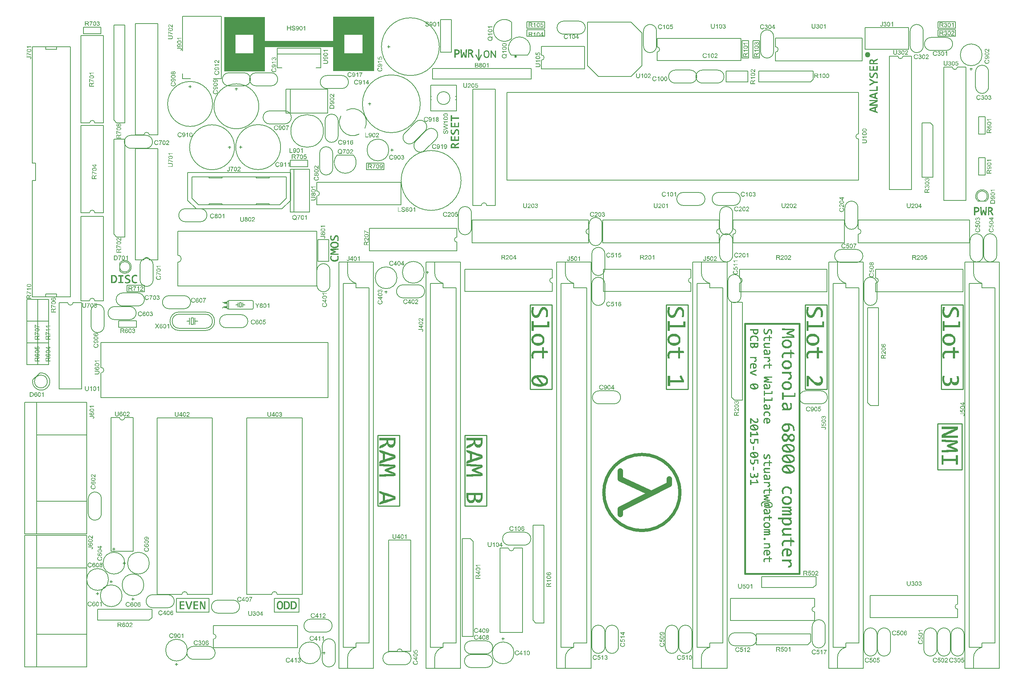
<source format=gbr>
G04 DipTrace 2.4.0.2*
%INTopSilk.gbr*%
%MOIN*%
%ADD10C,0.005*%
%ADD12C,0.003*%
%ADD13C,0.03*%
%ADD14C,0.008*%
%ADD18C,0.05*%
%ADD22C,0.01*%
%ADD23C,0.015*%
%ADD28C,0.0236*%
%ADD125C,0.0093*%
%FSLAX44Y44*%
G04*
G70*
G90*
G75*
G01*
%LNTopSilk*%
%LPD*%
X50524Y59183D2*
D10*
X41469D1*
Y58199D1*
X50524D1*
Y59183D1*
D28*
X49077Y60286D3*
X63738Y57837D2*
D10*
X65136D1*
X63738Y59037D2*
X65136D1*
Y57837D2*
G03X65136Y59037I1J600D01*
G01*
X63738D2*
G03X63738Y57837I-1J-600D01*
G01*
X64488Y46587D2*
X65886D1*
X64488Y47787D2*
X65886D1*
Y46587D2*
G03X65886Y47787I1J600D01*
G01*
X64488D2*
G03X64488Y46587I-1J-600D01*
G01*
X67636Y59037D2*
X66238D1*
X67636Y57837D2*
X66238D1*
Y59037D2*
G03X66238Y57837I-1J-600D01*
G01*
X67636D2*
G03X67636Y59037I1J600D01*
G01*
X69136Y47787D2*
X67738D1*
X69136Y46587D2*
X67738D1*
Y47787D2*
G03X67738Y46587I-1J-600D01*
G01*
X69136D2*
G03X69136Y47787I1J600D01*
G01*
X53488Y62337D2*
X54886D1*
X53488Y63537D2*
X54886D1*
Y62337D2*
G03X54886Y63537I1J600D01*
G01*
X53488D2*
G03X53488Y62337I-1J-600D01*
G01*
X62037Y61238D2*
Y62636D1*
X60837Y61238D2*
Y62636D1*
X62037D2*
G03X60837Y62636I-600J1D01*
G01*
Y61238D2*
G03X62037Y61238I600J-1D01*
G01*
X48488Y15337D2*
X49886D1*
X48488Y16537D2*
X49886D1*
Y15337D2*
G03X49886Y16537I1J600D01*
G01*
X48488D2*
G03X48488Y15337I-1J-600D01*
G01*
X69037Y41988D2*
Y43386D1*
X67837Y41988D2*
Y43386D1*
X69037D2*
G03X67837Y43386I-600J1D01*
G01*
Y41988D2*
G03X69037Y41988I600J-1D01*
G01*
X67837Y45886D2*
Y44488D1*
X69037Y45886D2*
Y44488D1*
X67837D2*
G03X69037Y44488I600J-1D01*
G01*
Y45886D2*
G03X67837Y45886I-600J1D01*
G01*
X57037Y43488D2*
Y44886D1*
X55837Y43488D2*
Y44886D1*
X57037D2*
G03X55837Y44886I-600J1D01*
G01*
Y43488D2*
G03X57037Y43488I600J-1D01*
G01*
X79337Y46386D2*
Y44988D1*
X80537Y46386D2*
Y44988D1*
X79337D2*
G03X80537Y44988I600J-1D01*
G01*
Y46386D2*
G03X79337Y46386I-600J1D01*
G01*
X43837Y45886D2*
Y44488D1*
X45037Y45886D2*
Y44488D1*
X43837D2*
G03X45037Y44488I600J-1D01*
G01*
Y45886D2*
G03X43837Y45886I-600J1D01*
G01*
X88636Y62037D2*
X87238D1*
X88636Y60837D2*
X87238D1*
Y62037D2*
G03X87238Y60837I-1J-600D01*
G01*
X88636D2*
G03X88636Y62037I1J600D01*
G01*
X86537Y61238D2*
Y62636D1*
X85337Y61238D2*
Y62636D1*
X86537D2*
G03X85337Y62636I-600J1D01*
G01*
Y61238D2*
G03X86537Y61238I600J-1D01*
G01*
X92537Y57488D2*
Y58886D1*
X91337Y57488D2*
Y58886D1*
X92537D2*
G03X91337Y58886I-600J1D01*
G01*
Y57488D2*
G03X92537Y57488I600J-1D01*
G01*
X72787Y60738D2*
Y62136D1*
X71587Y60738D2*
Y62136D1*
X72787D2*
G03X71587Y62136I-600J1D01*
G01*
Y60738D2*
G03X72787Y60738I600J-1D01*
G01*
X89087Y7136D2*
Y5738D1*
X90287Y7136D2*
Y5738D1*
X89087D2*
G03X90287Y5738I600J-1D01*
G01*
Y7136D2*
G03X89087Y7136I-600J1D01*
G01*
X20886Y6037D2*
X19488D1*
X20886Y4837D2*
X19488D1*
Y6037D2*
G03X19488Y4837I-1J-600D01*
G01*
X20886D2*
G03X20886Y6037I1J600D01*
G01*
X32037Y39238D2*
Y40636D1*
X30837Y39238D2*
Y40636D1*
X32037D2*
G03X30837Y40636I-600J1D01*
G01*
Y39238D2*
G03X32037Y39238I600J-1D01*
G01*
X40136Y39287D2*
X38738D1*
X40136Y38087D2*
X38738D1*
Y39287D2*
G03X38738Y38087I-1J-600D01*
G01*
X40136D2*
G03X40136Y39287I1J600D01*
G01*
X37305Y38638D2*
X37069D1*
X37187Y38520D2*
Y38756D1*
X36187Y39937D2*
G02X36187Y39937I1000J0D01*
G01*
X40986Y40555D2*
Y40319D1*
X41104Y40437D2*
X40868D1*
X38687D2*
G02X38687Y40437I1000J0D01*
G01*
X38886Y5537D2*
X37488D1*
X38886Y4337D2*
X37488D1*
Y5537D2*
G03X37488Y4337I-1J-600D01*
G01*
X38886D2*
G03X38886Y5537I1J600D01*
G01*
X17136Y10787D2*
X15738D1*
X17136Y9587D2*
X15738D1*
Y10787D2*
G03X15738Y9587I-1J-600D01*
G01*
X17136D2*
G03X17136Y10787I1J600D01*
G01*
X21738Y9087D2*
X23136D1*
X21738Y10287D2*
X23136D1*
Y9087D2*
G03X23136Y10287I1J600D01*
G01*
X21738D2*
G03X21738Y9087I-1J-600D01*
G01*
X46386Y5287D2*
X44988D1*
X46386Y4087D2*
X44988D1*
Y5287D2*
G03X44988Y4087I-1J-600D01*
G01*
X46386D2*
G03X46386Y5287I1J600D01*
G01*
Y6537D2*
X44988D1*
X46386Y5337D2*
X44988D1*
Y6537D2*
G03X44988Y5337I-1J-600D01*
G01*
X46386D2*
G03X46386Y6537I1J600D01*
G01*
X47819Y6736D2*
X48055D1*
X47937Y6854D2*
Y6618D1*
X46937Y5437D2*
G02X46937Y5437I1000J0D01*
G01*
X31337Y6136D2*
Y4738D1*
X32537Y6136D2*
Y4738D1*
X31337D2*
G03X32537Y4738I600J-1D01*
G01*
Y6136D2*
G03X31337Y6136I-600J1D01*
G01*
X31636Y8537D2*
X30238D1*
X31636Y7337D2*
X30238D1*
Y8537D2*
G03X30238Y7337I-1J-600D01*
G01*
X31636D2*
G03X31636Y8537I1J600D01*
G01*
X31486Y5555D2*
Y5319D1*
X31604Y5437D2*
X31368D1*
X29187D2*
G02X29187Y5437I1000J0D01*
G01*
X86587Y7136D2*
Y5738D1*
X87787Y7136D2*
Y5738D1*
X86587D2*
G03X87787Y5738I600J-1D01*
G01*
Y7136D2*
G03X86587Y7136I-600J1D01*
G01*
X87837D2*
Y5738D1*
X89037Y7136D2*
Y5738D1*
X87837D2*
G03X89037Y5738I600J-1D01*
G01*
Y7136D2*
G03X87837Y7136I-600J1D01*
G01*
X92037Y41988D2*
Y43386D1*
X90837Y41988D2*
Y43386D1*
X92037D2*
G03X90837Y43386I-600J1D01*
G01*
Y41988D2*
G03X92037Y41988I600J-1D01*
G01*
X93287D2*
Y43386D1*
X92087Y41988D2*
Y43386D1*
X93287D2*
G03X92087Y43386I-600J1D01*
G01*
Y41988D2*
G03X93287Y41988I600J-1D01*
G01*
X81087Y7136D2*
Y5738D1*
X82287Y7136D2*
Y5738D1*
X81087D2*
G03X82287Y5738I600J-1D01*
G01*
Y7136D2*
G03X81087Y7136I-600J1D01*
G01*
X82337D2*
Y5738D1*
X83537Y7136D2*
Y5738D1*
X82337D2*
G03X83537Y5738I600J-1D01*
G01*
Y7136D2*
G03X82337Y7136I-600J1D01*
G01*
X78988Y41337D2*
X80386D1*
X78988Y42537D2*
X80386D1*
Y41337D2*
G03X80386Y42537I1J600D01*
G01*
X78988D2*
G03X78988Y41337I-1J-600D01*
G01*
X81087Y39386D2*
Y37988D1*
X82287Y39386D2*
Y37988D1*
X81087D2*
G03X82287Y37988I600J-1D01*
G01*
Y39386D2*
G03X81087Y39386I-600J1D01*
G01*
X62837Y7386D2*
Y5988D1*
X64037Y7386D2*
Y5988D1*
X62837D2*
G03X64037Y5988I600J-1D01*
G01*
Y7386D2*
G03X62837Y7386I-600J1D01*
G01*
X64087D2*
Y5988D1*
X65287Y7386D2*
Y5988D1*
X64087D2*
G03X65287Y5988I600J-1D01*
G01*
Y7386D2*
G03X64087Y7386I-600J1D01*
G01*
X68587Y39636D2*
Y38238D1*
X69787Y39636D2*
Y38238D1*
X68587D2*
G03X69787Y38238I600J-1D01*
G01*
Y39636D2*
G03X68587Y39636I-600J1D01*
G01*
X69238Y6087D2*
X70636D1*
X69238Y7287D2*
X70636D1*
Y6087D2*
G03X70636Y7287I1J600D01*
G01*
X69238D2*
G03X69238Y6087I-1J-600D01*
G01*
X56087Y7386D2*
Y5988D1*
X57287Y7386D2*
Y5988D1*
X56087D2*
G03X57287Y5988I600J-1D01*
G01*
Y7386D2*
G03X56087Y7386I-600J1D01*
G01*
X57337D2*
Y5988D1*
X58537Y7386D2*
Y5988D1*
X57337D2*
G03X58537Y5988I600J-1D01*
G01*
Y7386D2*
G03X57337Y7386I-600J1D01*
G01*
X57287Y40738D2*
Y42136D1*
X56087Y40738D2*
Y42136D1*
X57287D2*
G03X56087Y42136I-600J1D01*
G01*
Y40738D2*
G03X57287Y40738I600J-1D01*
G01*
X56087Y39386D2*
Y37988D1*
X57287Y39386D2*
Y37988D1*
X56087D2*
G03X57287Y37988I600J-1D01*
G01*
Y39386D2*
G03X56087Y39386I-600J1D01*
G01*
X76337Y7886D2*
Y6488D1*
X77537Y7886D2*
Y6488D1*
X76337D2*
G03X77537Y6488I600J-1D01*
G01*
Y7886D2*
G03X76337Y7886I-600J1D01*
G01*
X11819Y11986D2*
X12055D1*
X11937Y12104D2*
Y11868D1*
X10937Y10687D2*
G02X10937Y10687I1000J0D01*
G01*
X11037Y18238D2*
Y19636D1*
X9837Y18238D2*
Y19636D1*
X11037D2*
G03X9837Y19636I-600J1D01*
G01*
Y18238D2*
G03X11037Y18238I600J-1D01*
G01*
X13636Y37287D2*
X12238D1*
X13636Y36087D2*
X12238D1*
Y37287D2*
G03X12238Y36087I-1J-600D01*
G01*
X13636D2*
G03X13636Y37287I1J600D01*
G01*
X12069Y14986D2*
X12305D1*
X12187Y15104D2*
Y14868D1*
X11187Y13687D2*
G02X11187Y13687I1000J0D01*
G01*
X23886Y36537D2*
X22488D1*
X23886Y35337D2*
X22488D1*
Y36537D2*
G03X22488Y35337I-1J-600D01*
G01*
X23886D2*
G03X23886Y36537I1J600D01*
G01*
X14055Y10388D2*
X13819D1*
X13937Y10270D2*
Y10506D1*
X12937Y11687D2*
G02X12937Y11687I1000J0D01*
G01*
X17238Y37087D2*
X18636D1*
X17238Y38287D2*
X18636D1*
Y37087D2*
G03X18636Y38287I1J600D01*
G01*
X17238D2*
G03X17238Y37087I-1J-600D01*
G01*
X10805Y10888D2*
X10569D1*
X10687Y10770D2*
Y11006D1*
X9687Y12187D2*
G02X9687Y12187I1000J0D01*
G01*
X13138Y13569D2*
Y13805D1*
X13020Y13687D2*
X13256D1*
X13438D2*
G02X13438Y13687I1000J0D01*
G01*
X15787Y39738D2*
Y41136D1*
X14587Y39738D2*
Y41136D1*
X15787D2*
G03X14587Y41136I-600J1D01*
G01*
Y39738D2*
G03X15787Y39738I600J-1D01*
G01*
X15136Y53037D2*
X13738D1*
X15136Y51837D2*
X13738D1*
Y53037D2*
G03X13738Y51837I-1J-600D01*
G01*
X15136D2*
G03X15136Y53037I1J600D01*
G01*
X14386Y38537D2*
X12988D1*
X14386Y37337D2*
X12988D1*
Y38537D2*
G03X12988Y37337I-1J-600D01*
G01*
X14386D2*
G03X14386Y38537I1J600D01*
G01*
X18738Y45087D2*
X20136D1*
X18738Y46287D2*
X20136D1*
Y45087D2*
G03X20136Y46287I1J600D01*
G01*
X18738D2*
G03X18738Y45087I-1J-600D01*
G01*
X32287Y49988D2*
Y51386D1*
X31087Y49988D2*
Y51386D1*
X32287D2*
G03X31087Y51386I-600J1D01*
G01*
Y49988D2*
G03X32287Y49988I600J-1D01*
G01*
X18055Y4388D2*
X17819D1*
X17937Y4270D2*
Y4506D1*
X16937Y5687D2*
G02X16937Y5687I1000J0D01*
G01*
X91055Y59138D2*
X90819D1*
X90937Y59020D2*
Y59256D1*
X89937Y60437D2*
G02X89937Y60437I1000J0D01*
G01*
X37736Y51805D2*
Y51569D1*
X37854Y51687D2*
X37618D1*
X35437D2*
G02X35437Y51687I1000J0D01*
G01*
X56738Y28337D2*
X58136D1*
X56738Y29537D2*
X58136D1*
Y28337D2*
G03X58136Y29537I1J600D01*
G01*
X56738D2*
G03X56738Y28337I-1J-600D01*
G01*
X75738D2*
X77136D1*
X75738Y29537D2*
X77136D1*
Y28337D2*
G03X77136Y29537I1J600D01*
G01*
X75738D2*
G03X75738Y28337I-1J-600D01*
G01*
X11287Y35488D2*
Y36886D1*
X10087Y35488D2*
Y36886D1*
X11287D2*
G03X10087Y36886I-600J1D01*
G01*
Y35488D2*
G03X11287Y35488I600J-1D01*
G01*
X27886Y55287D2*
X26488D1*
X27886Y54087D2*
X26488D1*
Y55287D2*
G03X26488Y54087I-1J-600D01*
G01*
X27886D2*
G03X27886Y55287I1J600D01*
G01*
X17120Y55921D2*
G02X17120Y55921I2067J0D01*
G01*
X19069Y57530D2*
X19305D1*
X19187Y57648D2*
Y57412D1*
X21370Y55703D2*
G02X21370Y55703I2067J0D01*
G01*
X23319Y57312D2*
X23555D1*
X23437Y57430D2*
Y57194D1*
X19136Y51937D2*
G02X19136Y51937I2067J0D01*
G01*
X22812Y52055D2*
Y51819D1*
X22930Y51937D2*
X22694D1*
X23370Y51953D2*
G02X23370Y51953I2067J0D01*
G01*
X23828Y51835D2*
Y52071D1*
X23710Y51953D2*
X23946D1*
X22738Y57587D2*
X24136D1*
X22738Y58787D2*
X24136D1*
Y57587D2*
G03X24136Y58787I1J600D01*
G01*
X22738D2*
G03X22738Y57587I-1J-600D01*
G01*
X26636Y58787D2*
X25238D1*
X26636Y57587D2*
X25238D1*
Y58787D2*
G03X25238Y57587I-1J-600D01*
G01*
X26636D2*
G03X26636Y58787I1J600D01*
G01*
X35014Y55937D2*
G02X35014Y55937I2657J0D01*
G01*
X35687Y55819D2*
Y56055D1*
X35569Y55937D2*
X35805D1*
X36764Y61187D2*
G02X36764Y61187I2657J0D01*
G01*
X37437Y61069D2*
Y61305D1*
X37319Y61187D2*
X37555D1*
X31587Y54386D2*
Y52988D1*
X32787Y54386D2*
Y52988D1*
X31587D2*
G03X32787Y52988I600J-1D01*
G01*
Y54386D2*
G03X31587Y54386I-600J1D01*
G01*
X31738Y57337D2*
X33136D1*
X31738Y58537D2*
X33136D1*
Y57337D2*
G03X33136Y58537I1J600D01*
G01*
X31738D2*
G03X31738Y57337I-1J-600D01*
G01*
X39763Y52414D2*
X40752Y53404D1*
X38914Y53263D2*
X39904Y54252D1*
X40752Y53404D2*
G03X39904Y54252I-424J425D01*
G01*
X38914Y53263D2*
G03X39763Y52414I424J-425D01*
G01*
X40763Y51664D2*
X41752Y52654D1*
X39914Y52513D2*
X40904Y53502D1*
X41752Y52654D2*
G03X40904Y53502I-424J425D01*
G01*
X39914Y52513D2*
G03X40763Y51664I424J-425D01*
G01*
X4889Y30394D2*
G02X4889Y30394I591J0D01*
G01*
X4728Y30552D2*
G03X5341Y31164I776J-163D01*
G01*
X4728Y30533D2*
X5341Y31146D1*
X12715Y40937D2*
G02X12715Y40937I473J0D01*
G01*
Y40583D2*
G03X12715Y41291I472J354D01*
G01*
Y40583D2*
Y41291D1*
X91465Y47437D2*
G02X91465Y47437I472J0D01*
G01*
X92291Y46965D2*
G03X91583Y46965I-354J472D01*
G01*
X92291D2*
X91583D1*
X28005Y55085D2*
X31786D1*
X28005Y57289D2*
X31786D1*
X28005Y55085D2*
Y57289D1*
X31508Y55085D2*
X31820D1*
Y57289D1*
X31508D1*
X28397D2*
Y55085D1*
G36*
X36077Y58937D2*
X32337D1*
Y60590D1*
X36077D1*
Y58937D1*
G37*
G36*
Y62284D2*
X32337D1*
Y63937D1*
X36077D1*
Y62284D1*
G37*
G36*
X33361Y60590D2*
X32337D1*
Y62284D1*
X33361D1*
Y60590D1*
G37*
G36*
X36077D2*
X35013D1*
Y62284D1*
X36077D1*
Y60590D1*
G37*
G36*
X32337Y61162D2*
X26038D1*
Y61713D1*
X32337D1*
Y61162D1*
G37*
G36*
X26057Y58917D2*
X22317D1*
Y60571D1*
X26057D1*
Y58917D1*
G37*
G36*
Y62264D2*
X22317D1*
Y63917D1*
X26057D1*
Y62264D1*
G37*
G36*
X23341Y60571D2*
X22317D1*
Y62264D1*
X23341D1*
Y60571D1*
G37*
G36*
X26057D2*
X24995D1*
Y62264D1*
X26057D1*
Y60571D1*
G37*
X81187Y60937D2*
D10*
X85187D1*
X81187Y62937D2*
X85187D1*
X81187Y60937D2*
Y62937D1*
X85187Y60937D2*
Y62937D1*
X32843Y4006D2*
X36031D1*
Y41368D1*
X32843D1*
Y4006D1*
X33256Y5956D2*
Y39418D1*
X34437D1*
X33256Y5956D2*
X34437D1*
Y6349D1*
X35618D1*
X34437Y39418D2*
Y39026D1*
X35618D1*
Y6349D1*
X34433Y5956D2*
G03X33650Y4970I219J-978D01*
G01*
Y4006D1*
X34433Y39422D2*
G02X33650Y40408I219J978D01*
G01*
Y40404D2*
Y41368D1*
X40843Y4006D2*
X44031D1*
Y41368D1*
X40843D1*
Y4006D1*
X41256Y5956D2*
Y39418D1*
X42437D1*
X41256Y5956D2*
X42437D1*
Y6349D1*
X43618D1*
X42437Y39418D2*
Y39026D1*
X43618D1*
Y6349D1*
X42433Y5956D2*
G03X41650Y4970I219J-978D01*
G01*
Y4006D1*
X42433Y39422D2*
G02X41650Y40408I219J978D01*
G01*
Y40404D2*
Y41368D1*
X52843Y4006D2*
X56031D1*
Y41368D1*
X52843D1*
Y4006D1*
X53256Y5956D2*
Y39418D1*
X54437D1*
X53256Y5956D2*
X54437D1*
Y6349D1*
X55618D1*
X54437Y39418D2*
Y39026D1*
X55618D1*
Y6349D1*
X54433Y5956D2*
G03X53650Y4970I219J-978D01*
G01*
Y4006D1*
X54433Y39422D2*
G02X53650Y40408I219J978D01*
G01*
Y40404D2*
Y41368D1*
X65343Y4006D2*
X68531D1*
Y41368D1*
X65343D1*
Y4006D1*
X65756Y5956D2*
Y39418D1*
X66937D1*
X65756Y5956D2*
X66937D1*
Y6349D1*
X68118D1*
X66937Y39418D2*
Y39026D1*
X68118D1*
Y6349D1*
X66933Y5956D2*
G03X66150Y4970I219J-978D01*
G01*
Y4006D1*
X66933Y39422D2*
G02X66150Y40408I219J978D01*
G01*
Y40404D2*
Y41368D1*
X77843Y4006D2*
X81031D1*
Y41368D1*
X77843D1*
Y4006D1*
X78256Y5956D2*
Y39418D1*
X79437D1*
X78256Y5956D2*
X79437D1*
Y6349D1*
X80618D1*
X79437Y39418D2*
Y39026D1*
X80618D1*
Y6349D1*
X79433Y5956D2*
G03X78650Y4970I219J-978D01*
G01*
Y4006D1*
X79433Y39422D2*
G02X78650Y40408I219J978D01*
G01*
Y40404D2*
Y41368D1*
X90343Y4006D2*
X93531D1*
Y41368D1*
X90343D1*
Y4006D1*
X90756Y5956D2*
Y39418D1*
X91937D1*
X90756Y5956D2*
X91937D1*
Y6349D1*
X93118D1*
X91937Y39418D2*
Y39026D1*
X93118D1*
Y6349D1*
X91933Y5956D2*
G03X91150Y4970I219J-978D01*
G01*
Y4006D1*
X91933Y39422D2*
G02X91150Y40408I219J978D01*
G01*
Y40404D2*
Y41368D1*
X3987Y16387D2*
X9687D1*
X3987Y28487D2*
Y16387D1*
X9687Y28487D2*
Y16387D1*
X3987Y28487D2*
X9687D1*
X5087D2*
Y16387D1*
X9687Y25487D2*
X5087D1*
X9687Y19387D2*
X5087D1*
X3987Y4137D2*
X9687D1*
X3987Y16237D2*
Y4137D1*
X9687Y16237D2*
Y4137D1*
X3987Y16237D2*
X9687D1*
X5087D2*
Y4137D1*
X9687Y13237D2*
X5087D1*
X9687Y7137D2*
X5087D1*
X8187Y61187D2*
X4687D1*
X8187Y38187D2*
Y61187D1*
Y38187D2*
X4687D1*
X6938D2*
Y38440D1*
X5937D1*
X6938Y60934D2*
X5937D1*
X6938D2*
Y61187D1*
X4687Y38187D2*
Y48882D1*
Y50492D2*
Y61187D1*
X4988Y50492D2*
X4687D1*
X4988Y48882D2*
Y50492D1*
Y48882D2*
X4687D1*
X5937Y38187D2*
Y38440D1*
Y60934D2*
Y61187D1*
X18963Y49610D2*
X28411D1*
Y47051D1*
X27624Y46264D2*
X19750D1*
X18963Y47051D2*
Y49610D1*
X19357Y49217D2*
X28017D1*
Y47248D1*
X27427Y46657D1*
X19357Y49217D2*
Y47248D1*
X19947Y46657D1*
X27427D1*
X18963Y47051D2*
X19750Y46264D1*
X28411Y47051D2*
X27624Y46264D1*
X20931Y49217D2*
Y49118D1*
X22112D1*
Y49217D1*
X25262D2*
Y49118D1*
X26443D1*
Y49217D1*
X20931Y46756D2*
Y46657D1*
Y46756D2*
X22112D1*
Y46657D2*
Y46756D1*
X25262D2*
Y46657D1*
Y46756D2*
X26443D1*
Y46657D2*
Y46756D1*
X31937Y43437D2*
X30937D1*
X31937Y41437D2*
Y43437D1*
Y41437D2*
X30937D1*
Y43437D1*
X19213Y58260D2*
X18504D1*
X22047Y63969D2*
Y58260D1*
X21338D1*
X18504D2*
Y58712D1*
Y60799D2*
Y63969D1*
X22047D1*
X28437Y53437D2*
G02X28437Y53437I1500J0D01*
G01*
X33032Y54812D2*
G03X34706Y53142I1101J-571D01*
G01*
X35234Y53670D2*
G03X33560Y55340I-1101J571D01*
G01*
X38568Y48882D2*
G02X38568Y48882I2756J0D01*
G01*
X48681Y60406D2*
G02X50193Y60406I756J666D01*
G01*
X48681D1*
X48718Y61931D2*
G02X48718Y63443I-666J756D01*
G01*
Y61931D1*
X28374Y45969D2*
X30146D1*
Y49906D1*
X28374D1*
Y45969D1*
X28728D2*
Y49906D1*
X34193Y51218D2*
G02X32681Y51218I-756J-666D01*
G01*
X34193D1*
X76187Y57937D2*
X71437D1*
Y58937D1*
X76187Y57937D2*
X76437Y58187D1*
Y58937D1*
X71437D1*
X69887Y60136D2*
X70487D1*
X69887Y61739D2*
Y60136D1*
Y61739D2*
X70487D1*
Y60136D1*
X68437Y58937D2*
X70437D1*
Y57937D1*
X68437D1*
Y58937D1*
X70887Y60136D2*
X71487D1*
X70887Y61739D2*
Y60136D1*
Y61739D2*
X71487D1*
Y60136D1*
X51739Y62137D2*
Y62737D1*
X50136Y62137D2*
X51739D1*
X50136D2*
Y62737D1*
X51739D1*
Y62887D2*
Y63487D1*
X50136Y62887D2*
X51739D1*
X50136D2*
Y63487D1*
X51739D1*
X50687Y8437D2*
Y17187D1*
X51687D1*
X50687Y8437D2*
X50937Y8187D1*
X51687D1*
Y17187D1*
X65203Y38667D2*
X57171D1*
Y40715D2*
Y38667D1*
X65203Y40715D2*
X57171D1*
X65203D2*
Y39927D1*
Y38667D2*
Y39455D1*
Y39927D2*
G03X65203Y39455I0J-236D01*
G01*
X69671Y40707D2*
X77703D1*
Y38660D2*
Y40707D1*
X69671Y38660D2*
X77703D1*
X69671D2*
Y39447D1*
Y40707D2*
Y39919D1*
Y39447D2*
G03X69671Y39919I0J236D01*
G01*
X68937Y28937D2*
Y37687D1*
X69937D1*
X68937Y28937D2*
X69187Y28687D1*
X69937D1*
Y37687D1*
X52453Y38667D2*
X44421D1*
Y40715D2*
Y38667D1*
X52453Y40715D2*
X44421D1*
X52453D2*
Y39927D1*
Y38667D2*
Y39455D1*
Y39927D2*
G03X52453Y39455I0J-236D01*
G01*
X82171Y40707D2*
X90203D1*
Y38660D2*
Y40707D1*
X82171Y38660D2*
X90203D1*
X82171D2*
Y39447D1*
Y40707D2*
Y39919D1*
Y39447D2*
G03X82171Y39919I0J236D01*
G01*
X81437Y28437D2*
Y37187D1*
X82437D1*
X81437Y28437D2*
X81687Y28187D1*
X82437D1*
Y37187D1*
X43703Y42417D2*
X35671D1*
Y44465D2*
Y42417D1*
X43703Y44465D2*
X35671D1*
X43703D2*
Y43677D1*
Y42417D2*
Y43205D1*
Y43677D2*
G03X43703Y43205I0J-236D01*
G01*
X89489Y62887D2*
Y63487D1*
X87886Y62887D2*
X89489D1*
X87886D2*
Y63487D1*
X89489D1*
X87886Y62737D2*
Y62137D1*
X89489Y62737D2*
X87886D1*
X89489D2*
Y62137D1*
X87886D1*
X87437Y53937D2*
Y49187D1*
X86437D1*
X87437Y53937D2*
X87187Y54187D1*
X86437D1*
Y49187D1*
X45187Y15687D2*
Y6937D1*
X44187D1*
X45187Y15687D2*
X44937Y15937D1*
X44187D1*
Y6937D1*
X75937Y6187D2*
X71187D1*
Y7187D1*
X75937Y6187D2*
X76187Y6437D1*
Y7187D1*
X71187D1*
X76437Y11437D2*
X71687D1*
Y12437D1*
X76437Y11437D2*
X76687Y11687D1*
Y12437D1*
X71687D1*
X92237Y54739D2*
X91637D1*
X92237Y53136D2*
Y54739D1*
Y53136D2*
X91637D1*
Y54739D1*
X15437Y8437D2*
X10687D1*
Y9437D1*
X15437Y8437D2*
X15687Y8687D1*
Y9437D1*
X10687D1*
X12636Y35987D2*
Y35387D1*
X14239Y35987D2*
X12636D1*
X14239D2*
Y35387D1*
X12636D1*
X5187Y31937D2*
X6187D1*
Y33937D1*
X5187D1*
Y31937D1*
X4187D2*
X5187D1*
Y33937D1*
X4187D1*
Y31937D1*
X9167Y54171D2*
Y62203D1*
X11215D2*
X9167D1*
X11215Y54171D2*
Y62203D1*
Y54171D2*
X10427D1*
X9167D2*
X9955D1*
X10427D2*
G03X9955Y54171I-236J0D01*
G01*
X12187Y43937D2*
Y52687D1*
X13187D1*
X12187Y43937D2*
X12437Y43687D1*
X13187D1*
Y52687D1*
X9386Y62987D2*
Y62387D1*
X10989Y62987D2*
X9386D1*
X10989D2*
Y62387D1*
X9386D1*
X9167Y45921D2*
Y53953D1*
X11215D2*
X9167D1*
X11215Y45921D2*
Y53953D1*
Y45921D2*
X10427D1*
X9167D2*
X9955D1*
X10427D2*
G03X9955Y45921I-236J0D01*
G01*
X29989Y50137D2*
Y50737D1*
X28386Y50137D2*
X29989D1*
X28386D2*
Y50737D1*
X29989D1*
X5187Y35937D2*
X6187D1*
Y37937D1*
X5187D1*
Y35937D1*
X4187Y33937D2*
X5187D1*
Y35937D1*
X4187D1*
Y33937D1*
X12187Y54437D2*
Y63187D1*
X13187D1*
X12187Y54437D2*
X12437Y54187D1*
X13187D1*
Y63187D1*
X36989Y49887D2*
Y50487D1*
X35386Y49887D2*
X36989D1*
X35386D2*
Y50487D1*
X36989D1*
X5187Y37937D2*
X4187D1*
Y35937D1*
X5187D1*
Y37937D1*
Y33937D2*
X6187D1*
Y35937D1*
X5187D1*
Y33937D1*
X14989Y38637D2*
Y39237D1*
X13386Y38637D2*
X14989D1*
X13386D2*
Y39237D1*
X14989D1*
X92237Y50989D2*
X91637D1*
X92237Y49386D2*
Y50989D1*
Y49386D2*
X91637D1*
Y50989D1*
X42187Y63687D2*
X43187D1*
Y60687D1*
X42187D2*
X43187D1*
X42187Y63687D2*
Y60687D1*
X43648Y55279D2*
X41285D1*
Y57642D1*
X43648D1*
Y55279D1*
X41876Y56461D2*
G02X41876Y56461I590J0D01*
G01*
X43648Y56303D2*
X43569D1*
X43648Y56618D2*
X43569D1*
X41285D2*
X41364D1*
X41285Y56303D2*
X41364D1*
X80598Y53186D2*
G03X80598Y52688I-9J-249D01*
G01*
Y48899D2*
X48276D1*
X80598Y56975D2*
X48276D1*
Y48899D1*
X80598Y52688D2*
Y48899D1*
Y56975D2*
Y53186D1*
X7936Y37663D2*
G03X8438Y37663I251J5D01*
G01*
X9232D2*
Y29711D1*
X7142Y37663D2*
Y29711D1*
X9232D1*
X8438Y37663D2*
X9232D1*
X7142D2*
X7936D1*
X60687Y59437D2*
Y62437D1*
X59687Y63437D2*
X55687D1*
Y59437D1*
X56687Y58437D2*
X59687D1*
Y63437D2*
X60687Y62437D1*
Y59437D2*
X59687Y58437D1*
X55687Y59437D2*
X56687Y58437D1*
X62079Y61961D2*
X69795D1*
Y59913D2*
Y61961D1*
X62079Y59913D2*
X69795D1*
X62079D2*
Y60701D1*
Y61961D2*
Y61173D1*
Y60701D2*
G03X62079Y61173I0J236D01*
G01*
X48436Y15065D2*
G03X48938Y15065I251J3D01*
G01*
X49732D2*
Y7309D1*
X47642Y15065D2*
Y7309D1*
X49732D1*
X48938Y15065D2*
X49732D1*
X47642D2*
X48436D1*
X51469Y61211D2*
X55406D1*
Y59163D2*
Y61211D1*
X51469Y59163D2*
X55406D1*
X51469D2*
Y59951D1*
Y61211D2*
Y60423D1*
Y59951D2*
G03X51469Y60423I0J236D01*
G01*
X67791Y44438D2*
G03X67791Y43936I5J-251D01*
G01*
Y45232D2*
Y44438D1*
Y43936D2*
Y43142D1*
X57083Y45232D2*
Y43142D1*
X67791Y45232D2*
X57083D1*
X67791Y43142D2*
X57083D1*
X69069Y43936D2*
G03X69069Y44438I-6J251D01*
G01*
Y45232D2*
X79305D1*
X69069Y43142D2*
X79305D1*
Y45232D1*
X69069Y44438D2*
Y45232D1*
Y43142D2*
Y43936D1*
X55791Y44438D2*
G03X55791Y43936I5J-251D01*
G01*
Y45232D2*
Y44438D1*
Y43936D2*
Y43142D1*
X45083Y45232D2*
Y43142D1*
X55791Y45232D2*
X45083D1*
X55791Y43142D2*
X45083D1*
X80569Y43936D2*
G03X80569Y44438I-6J251D01*
G01*
Y45232D2*
X90805D1*
X80569Y43142D2*
X90805D1*
Y45232D1*
X80569Y44438D2*
Y45232D1*
Y43142D2*
Y43936D1*
X46438Y46583D2*
G03X45936Y46583I-251J-5D01*
G01*
X47232D2*
X46438D1*
X45936D2*
X45142D1*
X47232Y57291D2*
X45142D1*
X47232Y46583D2*
Y57291D1*
X45142Y46583D2*
Y57291D1*
X72961Y60686D2*
G03X72961Y61188I-5J251D01*
G01*
Y61982D2*
X80913D1*
X72961Y59892D2*
X80913D1*
Y61982D1*
X72961Y61188D2*
Y61982D1*
Y59892D2*
Y60686D1*
X85461Y60329D2*
Y48045D1*
X83413D2*
X85461D1*
X83413Y60329D2*
Y48045D1*
Y60329D2*
X84201D1*
X85461D2*
X84673D1*
X84201D2*
G03X84673Y60329I236J0D01*
G01*
X89703Y8667D2*
X81671D1*
Y10715D2*
Y8667D1*
X89703Y10715D2*
X81671D1*
X89703D2*
Y9927D1*
Y8667D2*
Y9455D1*
Y9927D2*
G03X89703Y9455I0J-236D01*
G01*
X21329Y7957D2*
X29045D1*
Y5910D2*
Y7957D1*
X21329Y5910D2*
X29045D1*
X21329D2*
Y6697D1*
Y7957D2*
Y7169D1*
Y6697D2*
G03X21329Y7169I0J236D01*
G01*
X90461Y59329D2*
Y47045D1*
X88413D2*
X90461D1*
X88413Y59329D2*
Y47045D1*
Y59329D2*
X89201D1*
X90461D2*
X89673D1*
X89201D2*
G03X89673Y59329I236J0D01*
G01*
X37417Y5569D2*
Y15805D1*
X39465D2*
X37417D1*
X39465Y5569D2*
Y15805D1*
Y5569D2*
X38677D1*
X37417D2*
X38205D1*
X38677D2*
G03X38205Y5569I-236J-1D01*
G01*
X18937Y10827D2*
G03X18437Y10827I-250J-7D01*
G01*
X21224D2*
X18937D1*
X18437D2*
X16150D1*
X21224Y27047D2*
X16150D1*
X21224Y10827D2*
Y27047D1*
X16150Y10827D2*
Y27047D1*
X27187Y10827D2*
G03X26687Y10827I-250J-7D01*
G01*
X29474D2*
X27187D1*
X26687D2*
X24400D1*
X29474Y27047D2*
X24400D1*
X29474Y10827D2*
Y27047D1*
X24400Y10827D2*
Y27047D1*
X76545Y8413D2*
X68829D1*
Y10461D2*
Y8413D1*
X76545Y10461D2*
X68829D1*
X76545D2*
Y9673D1*
Y8413D2*
Y9201D1*
Y9673D2*
G03X76545Y9201I0J-236D01*
G01*
X11004Y31187D2*
G03X11004Y31687I0J250D01*
G01*
Y28900D2*
Y31187D1*
Y31687D2*
Y33974D1*
X31870Y28900D2*
Y33974D1*
X11004Y28900D2*
X31870D1*
X11004Y33974D2*
X31870D1*
X13961Y27079D2*
Y14795D1*
X11913D2*
X13961D1*
X11913Y27079D2*
Y14795D1*
Y27079D2*
X12701D1*
X13961D2*
X13173D1*
X12701D2*
G03X13173Y27079I236J0D01*
G01*
X15438Y41569D2*
G03X14936Y41569I-251J-6D01*
G01*
X14142D2*
Y51805D1*
X16232Y41569D2*
Y51805D1*
X14142D1*
X14936Y41569D2*
X14142D1*
X16232D2*
X15438D1*
Y53069D2*
G03X14936Y53069I-251J-6D01*
G01*
X14142D2*
Y63305D1*
X16232Y53069D2*
Y63305D1*
X14142D1*
X14936Y53069D2*
X14142D1*
X16232D2*
X15438D1*
X10438Y37809D2*
G03X9936Y37809I-251J-3D01*
G01*
X9142D2*
Y45565D1*
X11232Y37809D2*
Y45565D1*
X9142D1*
X9936Y37809D2*
X9142D1*
X11232D2*
X10438D1*
X30829Y48711D2*
X38545D1*
Y46663D2*
Y48711D1*
X30829Y46663D2*
X38545D1*
X30829D2*
Y47451D1*
Y48711D2*
Y47923D1*
Y47451D2*
G03X30829Y47923I0J236D01*
G01*
X18059Y44207D2*
X30815D1*
X18059Y39167D2*
X30815D1*
Y44207D2*
Y39167D1*
X18059D2*
Y41372D1*
Y44207D2*
Y42002D1*
Y41372D2*
G03X18059Y42002I0J315D01*
G01*
X27179Y61033D2*
X31195D1*
Y59262D1*
X30762D1*
X27179Y61033D2*
Y59262D1*
X27612D1*
X27179Y60522D2*
X31195D1*
X18187Y35087D2*
X20587D1*
X18187Y36787D2*
X20587D1*
X18187Y35287D2*
X20587D1*
Y36587D2*
X18187D1*
X19287Y36237D2*
X19487D1*
Y35637D1*
X19287D1*
Y36237D1*
X19637D2*
Y35937D1*
Y35637D1*
X19137Y36237D2*
Y35937D1*
Y35637D1*
X19637Y35937D2*
X19887D1*
X19137D2*
X18887D1*
X18187Y36787D2*
G03X18187Y35087I0J-850D01*
G01*
X20587D2*
G03X20587Y36787I0J850D01*
G01*
X18187Y36587D2*
G03X18187Y35287I0J-650D01*
G01*
X20587D2*
G03X20587Y36587I0J650D01*
G01*
X22587Y37787D2*
Y37087D1*
X24987Y37137D2*
G02X24887Y37037I-100J0D01*
G01*
Y37837D2*
G02X24987Y37737I0J-100D01*
G01*
Y37137D1*
X22587Y37087D2*
X22737D1*
Y37037D2*
X24887D1*
X22587Y37787D2*
X22737D1*
Y37837D2*
Y37787D1*
Y37837D2*
X24887D1*
G36*
X22337Y37317D2*
X22567D1*
Y37157D1*
X22337D1*
Y37317D1*
G37*
G36*
Y37717D2*
X22567D1*
Y37557D1*
X22337D1*
Y37717D1*
G37*
X22237Y37237D2*
D10*
X22387D1*
X22237Y37637D2*
X22437D1*
X22232Y37240D2*
X22173Y37161D1*
X22232Y37634D2*
X22173Y37713D1*
X23887Y37637D2*
X23737D1*
Y37237D2*
Y37637D1*
Y37237D2*
X23887D1*
Y37637D2*
Y37237D1*
X24037Y37637D2*
Y37437D1*
X23587Y37637D2*
Y37437D1*
X23387D1*
X23587D2*
Y37237D1*
X24037Y37437D2*
X24237D1*
X24037D2*
Y37237D1*
X22737Y37037D2*
Y37087D1*
Y37787D1*
X45687Y60937D2*
D22*
Y59937D1*
X45437Y60437D2*
X45687Y59937D1*
X45937Y60437D2*
X45687Y59937D1*
X17937Y10437D2*
D14*
X20937D1*
Y9187D1*
X17937D1*
Y10437D1*
X26937D2*
X29187D1*
Y9187D1*
X26937D1*
Y10437D1*
X57187Y20187D2*
D13*
G02X57187Y20187I3500J0D01*
G01*
X63187Y21437D2*
D18*
Y20937D1*
X58687Y18687D1*
Y18187D1*
X61437Y20187D2*
X58687Y21437D1*
Y22187D2*
Y21437D1*
X88187Y37437D2*
D22*
X90187D1*
Y29687D1*
X88187D1*
Y37437D1*
X75687D2*
X77687D1*
Y29687D1*
X75687D1*
Y37437D1*
X62937D2*
X64937D1*
Y29687D1*
X62937D1*
Y37437D1*
X50437D2*
X52437D1*
Y29687D1*
X50437D1*
Y37437D1*
X44437Y25437D2*
X46437D1*
Y18937D1*
X44437D1*
Y25437D1*
X36437D2*
X38437D1*
Y18937D1*
X36437D1*
Y25437D1*
X70148Y35726D2*
D23*
X75148D1*
Y12726D1*
X70148D1*
Y35726D1*
D18*
X81437Y60437D3*
X87850Y26524D2*
D22*
X90100D1*
Y22274D1*
X87850D1*
Y26524D1*
X45356Y59695D2*
D12*
X45546D1*
X45356Y59685D2*
X45565D1*
X45826D2*
X45886D1*
X46166D2*
X46216D1*
X46556D2*
X46566D1*
X45356Y59675D2*
X45581D1*
X45808D2*
X45904D1*
X46147D2*
X46232D1*
X46546D2*
X46566D1*
X45356Y59665D2*
X45386D1*
X45564D2*
X45594D1*
X45793D2*
X45920D1*
X46131D2*
X46246D1*
X46536D2*
X46566D1*
X45356Y59655D2*
X45386D1*
X45578D2*
X45604D1*
X45781D2*
X45818D1*
X45906D2*
X45933D1*
X46118D2*
X46148D1*
X46224D2*
X46258D1*
X46526D2*
X46566D1*
X45356Y59645D2*
X45386D1*
X45589D2*
X45611D1*
X45772D2*
X45803D1*
X45916D2*
X45943D1*
X46107D2*
X46133D1*
X46240D2*
X46267D1*
X46516D2*
X46566D1*
X45356Y59635D2*
X45386D1*
X45596D2*
X45617D1*
X45765D2*
X45791D1*
X45924D2*
X45951D1*
X46098D2*
X46121D1*
X46252D2*
X46275D1*
X46506D2*
X46566D1*
X45356Y59625D2*
X45386D1*
X45601D2*
X45622D1*
X45760D2*
X45782D1*
X45930D2*
X45957D1*
X46091D2*
X46112D1*
X46260D2*
X46282D1*
X46494D2*
X46566D1*
X45356Y59615D2*
X45386D1*
X45604D2*
X45624D1*
X45756D2*
X45779D1*
X45933D2*
X45961D1*
X46085D2*
X46105D1*
X46267D2*
X46288D1*
X46480D2*
X46566D1*
X45356Y59605D2*
X45386D1*
X45605D2*
X45625D1*
X45751D2*
X45777D1*
X45935D2*
X45964D1*
X46081D2*
X46101D1*
X46271D2*
X46292D1*
X46465D2*
X46486D1*
X46536D2*
X46566D1*
X45356Y59595D2*
X45386D1*
X45606D2*
X45625D1*
X45746D2*
X45777D1*
X45936D2*
X45963D1*
X46078D2*
X46098D1*
X46274D2*
X46296D1*
X46450D2*
X46471D1*
X46536D2*
X46566D1*
X45356Y59585D2*
X45386D1*
X45606D2*
X45624D1*
X45751D2*
X45777D1*
X45935D2*
X45961D1*
X46075D2*
X46097D1*
X46277D2*
X46299D1*
X46436D2*
X46456D1*
X46536D2*
X46566D1*
X45356Y59575D2*
X45386D1*
X45604D2*
X45622D1*
X45756D2*
X45778D1*
X45934D2*
X45957D1*
X46072D2*
X46095D1*
X46280D2*
X46302D1*
X46536D2*
X46566D1*
X45356Y59565D2*
X45386D1*
X45602D2*
X45617D1*
X45762D2*
X45781D1*
X45931D2*
X45951D1*
X46070D2*
X46092D1*
X46283D2*
X46304D1*
X46536D2*
X46566D1*
X45356Y59555D2*
X45386D1*
X45597D2*
X45611D1*
X45770D2*
X45791D1*
X45923D2*
X45944D1*
X46068D2*
X46089D1*
X46284D2*
X46305D1*
X46536D2*
X46566D1*
X45356Y59545D2*
X45386D1*
X45592D2*
X45603D1*
X45781D2*
X45816D1*
X45900D2*
X45934D1*
X46067D2*
X46088D1*
X46285D2*
X46306D1*
X46536D2*
X46566D1*
X45356Y59535D2*
X45386D1*
X45586D2*
X45593D1*
X45791D2*
X45856D1*
X45863D2*
X45924D1*
X46066D2*
X46087D1*
X46286D2*
X46306D1*
X46536D2*
X46566D1*
X45356Y59525D2*
X45386D1*
X45556D2*
X45584D1*
X45799D2*
X45916D1*
X46066D2*
X46086D1*
X46286D2*
X46306D1*
X46536D2*
X46566D1*
X45356Y59515D2*
X45581D1*
X45803D2*
X45910D1*
X46066D2*
X46086D1*
X46286D2*
X46306D1*
X46536D2*
X46566D1*
X45356Y59505D2*
X45584D1*
X45794D2*
X45918D1*
X46066D2*
X46086D1*
X46286D2*
X46306D1*
X46536D2*
X46566D1*
X45356Y59495D2*
X45593D1*
X45783D2*
X45806D1*
X45906D2*
X45930D1*
X46066D2*
X46086D1*
X46286D2*
X46306D1*
X46536D2*
X46566D1*
X45356Y59485D2*
X45386D1*
X45562D2*
X45604D1*
X45770D2*
X45792D1*
X45921D2*
X45942D1*
X46066D2*
X46086D1*
X46286D2*
X46306D1*
X46536D2*
X46566D1*
X45356Y59475D2*
X45386D1*
X45583D2*
X45615D1*
X45760D2*
X45780D1*
X45933D2*
X45953D1*
X46066D2*
X46086D1*
X46286D2*
X46306D1*
X46536D2*
X46566D1*
X45356Y59465D2*
X45386D1*
X45601D2*
X45625D1*
X45751D2*
X45772D1*
X45943D2*
X45961D1*
X46066D2*
X46086D1*
X46286D2*
X46306D1*
X46536D2*
X46566D1*
X45356Y59455D2*
X45386D1*
X45609D2*
X45634D1*
X45745D2*
X45765D1*
X45951D2*
X45967D1*
X46066D2*
X46086D1*
X46286D2*
X46306D1*
X46536D2*
X46566D1*
X45356Y59445D2*
X45386D1*
X45613D2*
X45640D1*
X45741D2*
X45761D1*
X45953D2*
X45972D1*
X46066D2*
X46086D1*
X46286D2*
X46306D1*
X46536D2*
X46566D1*
X45356Y59435D2*
X45386D1*
X45615D2*
X45643D1*
X45738D2*
X45758D1*
X45955D2*
X45976D1*
X46068D2*
X46088D1*
X46284D2*
X46306D1*
X46536D2*
X46566D1*
X45356Y59425D2*
X45386D1*
X45616D2*
X45645D1*
X45737D2*
X45757D1*
X45956D2*
X45979D1*
X46070D2*
X46090D1*
X46282D2*
X46304D1*
X46536D2*
X46566D1*
X45356Y59415D2*
X45386D1*
X45616D2*
X45646D1*
X45736D2*
X45756D1*
X45956D2*
X45982D1*
X46073D2*
X46093D1*
X46279D2*
X46302D1*
X46536D2*
X46566D1*
X45356Y59405D2*
X45386D1*
X45616D2*
X45646D1*
X45737D2*
X45757D1*
X45956D2*
X45980D1*
X46075D2*
X46095D1*
X46277D2*
X46299D1*
X46536D2*
X46566D1*
X45356Y59395D2*
X45386D1*
X45616D2*
X45646D1*
X45738D2*
X45758D1*
X45956D2*
X45978D1*
X46077D2*
X46097D1*
X46275D2*
X46296D1*
X46536D2*
X46566D1*
X45356Y59385D2*
X45386D1*
X45616D2*
X45644D1*
X45741D2*
X45761D1*
X45954D2*
X45976D1*
X46080D2*
X46100D1*
X46272D2*
X46292D1*
X46536D2*
X46566D1*
X45356Y59375D2*
X45386D1*
X45614D2*
X45642D1*
X45745D2*
X45765D1*
X45950D2*
X45972D1*
X46085D2*
X46105D1*
X46267D2*
X46288D1*
X46536D2*
X46566D1*
X45356Y59365D2*
X45386D1*
X45611D2*
X45637D1*
X45751D2*
X45770D1*
X45943D2*
X45968D1*
X46090D2*
X46111D1*
X46261D2*
X46282D1*
X46536D2*
X46566D1*
X45356Y59355D2*
X45386D1*
X45601D2*
X45632D1*
X45758D2*
X45781D1*
X45933D2*
X45962D1*
X46097D2*
X46120D1*
X46252D2*
X46275D1*
X46536D2*
X46566D1*
X45356Y59345D2*
X45386D1*
X45589D2*
X45624D1*
X45767D2*
X45812D1*
X45905D2*
X45954D1*
X46105D2*
X46146D1*
X46226D2*
X46268D1*
X46536D2*
X46566D1*
X45356Y59335D2*
X45386D1*
X45573D2*
X45613D1*
X45777D2*
X45859D1*
X45861D2*
X45943D1*
X46115D2*
X46186D1*
X46258D1*
X46536D2*
X46566D1*
X45356Y59325D2*
X45598D1*
X45790D2*
X45928D1*
X46128D2*
X46246D1*
X46536D2*
X46566D1*
X45356Y59315D2*
X45578D1*
X45807D2*
X45908D1*
X46146D2*
X46231D1*
X46536D2*
X46566D1*
X45356Y59305D2*
X45556D1*
X45826D2*
X45886D1*
X46166D2*
X46216D1*
X46536D2*
X46566D1*
X61802Y58462D2*
X61862D1*
X61774Y58452D2*
X61886D1*
X61751Y58442D2*
X61907D1*
X62232D2*
X62242D1*
X62502D2*
X62552D1*
X62832D2*
X62882D1*
X61733Y58432D2*
X61772D1*
X61882D2*
X61924D1*
X62222D2*
X62242D1*
X62483D2*
X62568D1*
X62813D2*
X62898D1*
X61717Y58422D2*
X61754D1*
X61900D2*
X61937D1*
X62212D2*
X62242D1*
X62467D2*
X62582D1*
X62797D2*
X62912D1*
X61705Y58412D2*
X61738D1*
X61915D2*
X61947D1*
X62202D2*
X62242D1*
X62454D2*
X62484D1*
X62560D2*
X62593D1*
X62784D2*
X62814D1*
X62890D2*
X62923D1*
X61695Y58402D2*
X61725D1*
X61928D2*
X61954D1*
X62192D2*
X62242D1*
X62443D2*
X62469D1*
X62576D2*
X62603D1*
X62773D2*
X62799D1*
X62906D2*
X62933D1*
X61687Y58392D2*
X61714D1*
X61936D2*
X61962D1*
X62182D2*
X62242D1*
X62434D2*
X62456D1*
X62588D2*
X62611D1*
X62764D2*
X62786D1*
X62918D2*
X62941D1*
X61680Y58382D2*
X61705D1*
X61943D2*
X61968D1*
X62170D2*
X62242D1*
X62427D2*
X62448D1*
X62596D2*
X62618D1*
X62757D2*
X62778D1*
X62926D2*
X62948D1*
X61675Y58372D2*
X61698D1*
X61948D2*
X61975D1*
X62156D2*
X62242D1*
X62421D2*
X62441D1*
X62603D2*
X62623D1*
X62751D2*
X62771D1*
X62933D2*
X62953D1*
X61670Y58362D2*
X61693D1*
X61952D2*
X61982D1*
X62141D2*
X62162D1*
X62212D2*
X62242D1*
X62417D2*
X62437D1*
X62607D2*
X62628D1*
X62747D2*
X62767D1*
X62937D2*
X62958D1*
X61665Y58352D2*
X61689D1*
X62126D2*
X62147D1*
X62212D2*
X62242D1*
X62414D2*
X62434D1*
X62610D2*
X62632D1*
X62744D2*
X62764D1*
X62940D2*
X62962D1*
X61660Y58342D2*
X61686D1*
X62112D2*
X62132D1*
X62212D2*
X62242D1*
X62411D2*
X62433D1*
X62613D2*
X62635D1*
X62741D2*
X62763D1*
X62943D2*
X62965D1*
X61656Y58332D2*
X61683D1*
X62212D2*
X62242D1*
X62408D2*
X62431D1*
X62616D2*
X62638D1*
X62738D2*
X62761D1*
X62946D2*
X62968D1*
X61654Y58322D2*
X61681D1*
X62212D2*
X62242D1*
X62406D2*
X62428D1*
X62619D2*
X62640D1*
X62736D2*
X62758D1*
X62949D2*
X62970D1*
X61652Y58312D2*
X61678D1*
X62212D2*
X62242D1*
X62404D2*
X62425D1*
X62620D2*
X62641D1*
X62734D2*
X62755D1*
X62950D2*
X62971D1*
X61651Y58302D2*
X61675D1*
X62212D2*
X62242D1*
X62403D2*
X62424D1*
X62621D2*
X62642D1*
X62733D2*
X62754D1*
X62951D2*
X62972D1*
X61648Y58292D2*
X61674D1*
X62212D2*
X62242D1*
X62402D2*
X62423D1*
X62622D2*
X62642D1*
X62732D2*
X62753D1*
X62952D2*
X62972D1*
X61645Y58282D2*
X61673D1*
X62212D2*
X62242D1*
X62402D2*
X62422D1*
X62622D2*
X62642D1*
X62732D2*
X62752D1*
X62952D2*
X62972D1*
X61644Y58272D2*
X61672D1*
X62212D2*
X62242D1*
X62402D2*
X62422D1*
X62622D2*
X62642D1*
X62732D2*
X62752D1*
X62952D2*
X62972D1*
X61643Y58262D2*
X61672D1*
X62212D2*
X62242D1*
X62402D2*
X62422D1*
X62622D2*
X62642D1*
X62732D2*
X62752D1*
X62952D2*
X62972D1*
X61644Y58252D2*
X61672D1*
X62212D2*
X62242D1*
X62402D2*
X62422D1*
X62622D2*
X62642D1*
X62732D2*
X62752D1*
X62952D2*
X62972D1*
X61646Y58242D2*
X61672D1*
X62212D2*
X62242D1*
X62402D2*
X62422D1*
X62622D2*
X62642D1*
X62732D2*
X62752D1*
X62952D2*
X62972D1*
X61649Y58232D2*
X61672D1*
X62212D2*
X62242D1*
X62402D2*
X62422D1*
X62622D2*
X62642D1*
X62732D2*
X62752D1*
X62952D2*
X62972D1*
X61650Y58222D2*
X61674D1*
X62212D2*
X62242D1*
X62402D2*
X62422D1*
X62622D2*
X62642D1*
X62732D2*
X62752D1*
X62952D2*
X62972D1*
X61652Y58212D2*
X61676D1*
X62212D2*
X62242D1*
X62402D2*
X62422D1*
X62622D2*
X62642D1*
X62732D2*
X62752D1*
X62952D2*
X62972D1*
X61653Y58202D2*
X61679D1*
X62212D2*
X62242D1*
X62402D2*
X62422D1*
X62622D2*
X62642D1*
X62732D2*
X62752D1*
X62952D2*
X62972D1*
X61656Y58192D2*
X61681D1*
X62212D2*
X62242D1*
X62404D2*
X62424D1*
X62620D2*
X62642D1*
X62734D2*
X62754D1*
X62950D2*
X62972D1*
X61659Y58182D2*
X61683D1*
X62212D2*
X62242D1*
X62406D2*
X62426D1*
X62618D2*
X62640D1*
X62736D2*
X62756D1*
X62948D2*
X62970D1*
X61662Y58172D2*
X61686D1*
X61962D2*
X61982D1*
X62212D2*
X62242D1*
X62409D2*
X62429D1*
X62615D2*
X62638D1*
X62739D2*
X62759D1*
X62945D2*
X62968D1*
X61666Y58162D2*
X61689D1*
X61958D2*
X61980D1*
X62212D2*
X62242D1*
X62411D2*
X62431D1*
X62613D2*
X62635D1*
X62741D2*
X62761D1*
X62943D2*
X62965D1*
X61670Y58152D2*
X61692D1*
X61954D2*
X61978D1*
X62212D2*
X62242D1*
X62413D2*
X62433D1*
X62611D2*
X62632D1*
X62743D2*
X62763D1*
X62941D2*
X62962D1*
X61675Y58142D2*
X61697D1*
X61949D2*
X61973D1*
X62212D2*
X62242D1*
X62416D2*
X62436D1*
X62608D2*
X62628D1*
X62746D2*
X62766D1*
X62938D2*
X62958D1*
X61680Y58132D2*
X61705D1*
X61944D2*
X61968D1*
X62212D2*
X62242D1*
X62421D2*
X62441D1*
X62603D2*
X62624D1*
X62751D2*
X62771D1*
X62933D2*
X62954D1*
X61686Y58122D2*
X61713D1*
X61937D2*
X61962D1*
X62212D2*
X62242D1*
X62426D2*
X62447D1*
X62597D2*
X62618D1*
X62756D2*
X62777D1*
X62927D2*
X62948D1*
X61694Y58112D2*
X61725D1*
X61928D2*
X61955D1*
X62212D2*
X62242D1*
X62433D2*
X62456D1*
X62588D2*
X62611D1*
X62763D2*
X62786D1*
X62918D2*
X62941D1*
X61703Y58102D2*
X61743D1*
X61915D2*
X61947D1*
X62212D2*
X62242D1*
X62441D2*
X62482D1*
X62562D2*
X62604D1*
X62771D2*
X62812D1*
X62892D2*
X62934D1*
X61714Y58092D2*
X61774D1*
X61880D2*
X61936D1*
X62212D2*
X62242D1*
X62451D2*
X62522D1*
X62594D1*
X62781D2*
X62852D1*
X62924D1*
X61729Y58082D2*
X61827D1*
X61922D1*
X62212D2*
X62242D1*
X62464D2*
X62582D1*
X62794D2*
X62912D1*
X61747Y58072D2*
X61905D1*
X62212D2*
X62242D1*
X62482D2*
X62567D1*
X62812D2*
X62897D1*
X61768Y58062D2*
X61885D1*
X62212D2*
X62242D1*
X62502D2*
X62552D1*
X62832D2*
X62882D1*
X61792Y58052D2*
X61862D1*
X62677Y47837D2*
X62737D1*
X62649Y47827D2*
X62761D1*
X62626Y47817D2*
X62782D1*
X63107D2*
X63117D1*
X63377D2*
X63427D1*
X63767D2*
X63777D1*
X62608Y47807D2*
X62647D1*
X62757D2*
X62799D1*
X63097D2*
X63117D1*
X63358D2*
X63443D1*
X63757D2*
X63777D1*
X62592Y47797D2*
X62629D1*
X62775D2*
X62812D1*
X63087D2*
X63117D1*
X63342D2*
X63457D1*
X63747D2*
X63777D1*
X62580Y47787D2*
X62613D1*
X62790D2*
X62822D1*
X63077D2*
X63117D1*
X63329D2*
X63359D1*
X63435D2*
X63468D1*
X63737D2*
X63777D1*
X62570Y47777D2*
X62600D1*
X62803D2*
X62829D1*
X63067D2*
X63117D1*
X63318D2*
X63344D1*
X63451D2*
X63478D1*
X63727D2*
X63777D1*
X62562Y47767D2*
X62589D1*
X62811D2*
X62837D1*
X63057D2*
X63117D1*
X63309D2*
X63331D1*
X63463D2*
X63486D1*
X63717D2*
X63777D1*
X62555Y47757D2*
X62580D1*
X62818D2*
X62843D1*
X63045D2*
X63117D1*
X63302D2*
X63323D1*
X63471D2*
X63493D1*
X63705D2*
X63777D1*
X62550Y47747D2*
X62573D1*
X62823D2*
X62850D1*
X63031D2*
X63117D1*
X63296D2*
X63316D1*
X63478D2*
X63498D1*
X63691D2*
X63777D1*
X62545Y47737D2*
X62568D1*
X62827D2*
X62857D1*
X63016D2*
X63037D1*
X63087D2*
X63117D1*
X63292D2*
X63312D1*
X63482D2*
X63503D1*
X63677D2*
X63697D1*
X63747D2*
X63777D1*
X62540Y47727D2*
X62564D1*
X63001D2*
X63022D1*
X63087D2*
X63117D1*
X63289D2*
X63309D1*
X63485D2*
X63507D1*
X63664D2*
X63682D1*
X63747D2*
X63777D1*
X62535Y47717D2*
X62561D1*
X62987D2*
X63007D1*
X63087D2*
X63117D1*
X63286D2*
X63308D1*
X63488D2*
X63510D1*
X63654D2*
X63665D1*
X63747D2*
X63777D1*
X62531Y47707D2*
X62558D1*
X63087D2*
X63117D1*
X63283D2*
X63306D1*
X63491D2*
X63513D1*
X63647D2*
D3*
X63747D2*
X63777D1*
X62529Y47697D2*
X62556D1*
X63087D2*
X63117D1*
X63281D2*
X63303D1*
X63494D2*
X63515D1*
X63747D2*
X63777D1*
X62527Y47687D2*
X62553D1*
X63087D2*
X63117D1*
X63279D2*
X63300D1*
X63495D2*
X63516D1*
X63747D2*
X63777D1*
X62526Y47677D2*
X62550D1*
X63087D2*
X63117D1*
X63278D2*
X63299D1*
X63496D2*
X63517D1*
X63747D2*
X63777D1*
X62523Y47667D2*
X62549D1*
X63087D2*
X63117D1*
X63277D2*
X63298D1*
X63497D2*
X63517D1*
X63747D2*
X63777D1*
X62520Y47657D2*
X62548D1*
X63087D2*
X63117D1*
X63277D2*
X63297D1*
X63497D2*
X63517D1*
X63747D2*
X63777D1*
X62519Y47647D2*
X62547D1*
X63087D2*
X63117D1*
X63277D2*
X63297D1*
X63497D2*
X63517D1*
X63747D2*
X63777D1*
X62518Y47637D2*
X62547D1*
X63087D2*
X63117D1*
X63277D2*
X63297D1*
X63497D2*
X63517D1*
X63747D2*
X63777D1*
X62519Y47627D2*
X62547D1*
X63087D2*
X63117D1*
X63277D2*
X63297D1*
X63497D2*
X63517D1*
X63747D2*
X63777D1*
X62521Y47617D2*
X62547D1*
X63087D2*
X63117D1*
X63277D2*
X63297D1*
X63497D2*
X63517D1*
X63747D2*
X63777D1*
X62524Y47607D2*
X62547D1*
X63087D2*
X63117D1*
X63277D2*
X63297D1*
X63497D2*
X63517D1*
X63747D2*
X63777D1*
X62525Y47597D2*
X62549D1*
X63087D2*
X63117D1*
X63277D2*
X63297D1*
X63497D2*
X63517D1*
X63747D2*
X63777D1*
X62527Y47587D2*
X62551D1*
X63087D2*
X63117D1*
X63277D2*
X63297D1*
X63497D2*
X63517D1*
X63747D2*
X63777D1*
X62528Y47577D2*
X62554D1*
X63087D2*
X63117D1*
X63277D2*
X63297D1*
X63497D2*
X63517D1*
X63747D2*
X63777D1*
X62531Y47567D2*
X62556D1*
X63087D2*
X63117D1*
X63279D2*
X63299D1*
X63495D2*
X63517D1*
X63747D2*
X63777D1*
X62534Y47557D2*
X62558D1*
X63087D2*
X63117D1*
X63281D2*
X63301D1*
X63493D2*
X63515D1*
X63747D2*
X63777D1*
X62537Y47547D2*
X62561D1*
X62837D2*
X62857D1*
X63087D2*
X63117D1*
X63284D2*
X63304D1*
X63490D2*
X63513D1*
X63747D2*
X63777D1*
X62541Y47537D2*
X62564D1*
X62833D2*
X62855D1*
X63087D2*
X63117D1*
X63286D2*
X63306D1*
X63488D2*
X63510D1*
X63747D2*
X63777D1*
X62545Y47527D2*
X62567D1*
X62829D2*
X62853D1*
X63087D2*
X63117D1*
X63288D2*
X63308D1*
X63486D2*
X63507D1*
X63747D2*
X63777D1*
X62550Y47517D2*
X62572D1*
X62824D2*
X62848D1*
X63087D2*
X63117D1*
X63291D2*
X63311D1*
X63483D2*
X63503D1*
X63747D2*
X63777D1*
X62555Y47507D2*
X62580D1*
X62819D2*
X62843D1*
X63087D2*
X63117D1*
X63296D2*
X63316D1*
X63478D2*
X63499D1*
X63747D2*
X63777D1*
X62561Y47497D2*
X62588D1*
X62812D2*
X62837D1*
X63087D2*
X63117D1*
X63301D2*
X63322D1*
X63472D2*
X63493D1*
X63747D2*
X63777D1*
X62569Y47487D2*
X62600D1*
X62803D2*
X62830D1*
X63087D2*
X63117D1*
X63308D2*
X63331D1*
X63463D2*
X63486D1*
X63747D2*
X63777D1*
X62578Y47477D2*
X62618D1*
X62790D2*
X62822D1*
X63087D2*
X63117D1*
X63316D2*
X63357D1*
X63437D2*
X63479D1*
X63747D2*
X63777D1*
X62589Y47467D2*
X62649D1*
X62755D2*
X62811D1*
X63087D2*
X63117D1*
X63326D2*
X63397D1*
X63469D1*
X63747D2*
X63777D1*
X62604Y47457D2*
X62702D1*
X62797D1*
X63087D2*
X63117D1*
X63339D2*
X63457D1*
X63747D2*
X63777D1*
X62622Y47447D2*
X62780D1*
X63087D2*
X63117D1*
X63357D2*
X63442D1*
X63747D2*
X63777D1*
X62643Y47437D2*
X62760D1*
X63087D2*
X63117D1*
X63377D2*
X63427D1*
X63747D2*
X63777D1*
X62667Y47427D2*
X62737D1*
X66427Y60587D2*
X66487D1*
X66399Y60577D2*
X66511D1*
X66376Y60567D2*
X66532D1*
X66857D2*
X66867D1*
X67127D2*
X67177D1*
X67447D2*
X67507D1*
X66358Y60557D2*
X66397D1*
X66507D2*
X66549D1*
X66847D2*
X66867D1*
X67108D2*
X67193D1*
X67429D2*
X67530D1*
X66342Y60547D2*
X66379D1*
X66525D2*
X66562D1*
X66837D2*
X66867D1*
X67092D2*
X67207D1*
X67413D2*
X67548D1*
X66330Y60537D2*
X66363D1*
X66540D2*
X66572D1*
X66827D2*
X66867D1*
X67079D2*
X67109D1*
X67185D2*
X67218D1*
X67400D2*
X67438D1*
X67525D2*
X67563D1*
X66320Y60527D2*
X66350D1*
X66553D2*
X66579D1*
X66817D2*
X66867D1*
X67068D2*
X67094D1*
X67201D2*
X67228D1*
X67390D2*
X67421D1*
X67541D2*
X67574D1*
X66312Y60517D2*
X66339D1*
X66561D2*
X66587D1*
X66807D2*
X66867D1*
X67059D2*
X67081D1*
X67213D2*
X67236D1*
X67382D2*
X67408D1*
X67553D2*
X67582D1*
X66305Y60507D2*
X66330D1*
X66568D2*
X66593D1*
X66795D2*
X66867D1*
X67052D2*
X67073D1*
X67221D2*
X67243D1*
X67376D2*
X67399D1*
X67561D2*
X67588D1*
X66300Y60497D2*
X66323D1*
X66573D2*
X66600D1*
X66781D2*
X66867D1*
X67046D2*
X67066D1*
X67228D2*
X67248D1*
X67372D2*
X67392D1*
X67568D2*
X67592D1*
X66295Y60487D2*
X66318D1*
X66577D2*
X66607D1*
X66766D2*
X66787D1*
X66837D2*
X66867D1*
X67042D2*
X67062D1*
X67232D2*
X67253D1*
X67369D2*
X67389D1*
X67572D2*
X67595D1*
X66290Y60477D2*
X66314D1*
X66751D2*
X66772D1*
X66837D2*
X66867D1*
X67039D2*
X67059D1*
X67235D2*
X67257D1*
X67368D2*
X67388D1*
X67575D2*
X67596D1*
X66285Y60467D2*
X66311D1*
X66737D2*
X66757D1*
X66837D2*
X66867D1*
X67036D2*
X67058D1*
X67238D2*
X67260D1*
X67367D2*
X67387D1*
X67576D2*
X67596D1*
X66281Y60457D2*
X66308D1*
X66837D2*
X66867D1*
X67033D2*
X67056D1*
X67241D2*
X67263D1*
X67576D2*
X67595D1*
X66279Y60447D2*
X66306D1*
X66837D2*
X66867D1*
X67031D2*
X67053D1*
X67244D2*
X67265D1*
X67575D2*
X67593D1*
X66277Y60437D2*
X66303D1*
X66837D2*
X66867D1*
X67029D2*
X67050D1*
X67245D2*
X67266D1*
X67573D2*
X67589D1*
X66276Y60427D2*
X66300D1*
X66837D2*
X66867D1*
X67028D2*
X67049D1*
X67246D2*
X67267D1*
X67569D2*
X67584D1*
X66273Y60417D2*
X66299D1*
X66837D2*
X66867D1*
X67027D2*
X67048D1*
X67247D2*
X67267D1*
X67564D2*
X67579D1*
X66270Y60407D2*
X66298D1*
X66837D2*
X66867D1*
X67027D2*
X67047D1*
X67247D2*
X67267D1*
X67559D2*
X67573D1*
X66269Y60397D2*
X66297D1*
X66837D2*
X66867D1*
X67027D2*
X67047D1*
X67247D2*
X67267D1*
X67553D2*
X67565D1*
X66268Y60387D2*
X66297D1*
X66837D2*
X66867D1*
X67027D2*
X67047D1*
X67247D2*
X67267D1*
X67545D2*
X67556D1*
X66269Y60377D2*
X66297D1*
X66837D2*
X66867D1*
X67027D2*
X67047D1*
X67247D2*
X67267D1*
X67536D2*
X67547D1*
X66271Y60367D2*
X66297D1*
X66837D2*
X66867D1*
X67027D2*
X67047D1*
X67247D2*
X67267D1*
X67526D2*
X67537D1*
X66274Y60357D2*
X66297D1*
X66837D2*
X66867D1*
X67027D2*
X67047D1*
X67247D2*
X67267D1*
X67515D2*
X67527D1*
X66275Y60347D2*
X66299D1*
X66837D2*
X66867D1*
X67027D2*
X67047D1*
X67247D2*
X67267D1*
X67503D2*
X67517D1*
X66277Y60337D2*
X66301D1*
X66837D2*
X66867D1*
X67027D2*
X67047D1*
X67247D2*
X67267D1*
X67490D2*
X67507D1*
X66278Y60327D2*
X66304D1*
X66837D2*
X66867D1*
X67027D2*
X67047D1*
X67247D2*
X67267D1*
X67478D2*
X67495D1*
X66281Y60317D2*
X66306D1*
X66837D2*
X66867D1*
X67029D2*
X67049D1*
X67245D2*
X67267D1*
X67466D2*
X67483D1*
X66284Y60307D2*
X66308D1*
X66837D2*
X66867D1*
X67031D2*
X67051D1*
X67243D2*
X67265D1*
X67453D2*
X67470D1*
X66287Y60297D2*
X66311D1*
X66587D2*
X66607D1*
X66837D2*
X66867D1*
X67034D2*
X67054D1*
X67240D2*
X67263D1*
X67440D2*
X67459D1*
X66291Y60287D2*
X66314D1*
X66583D2*
X66605D1*
X66837D2*
X66867D1*
X67036D2*
X67056D1*
X67238D2*
X67260D1*
X67429D2*
X67447D1*
X66295Y60277D2*
X66317D1*
X66579D2*
X66603D1*
X66837D2*
X66867D1*
X67038D2*
X67058D1*
X67236D2*
X67257D1*
X67418D2*
X67436D1*
X66300Y60267D2*
X66322D1*
X66574D2*
X66598D1*
X66837D2*
X66867D1*
X67041D2*
X67061D1*
X67233D2*
X67253D1*
X67407D2*
X67425D1*
X66305Y60257D2*
X66330D1*
X66569D2*
X66593D1*
X66837D2*
X66867D1*
X67046D2*
X67066D1*
X67228D2*
X67249D1*
X67397D2*
X67415D1*
X66311Y60247D2*
X66338D1*
X66562D2*
X66587D1*
X66837D2*
X66867D1*
X67051D2*
X67072D1*
X67222D2*
X67243D1*
X67387D2*
X67407D1*
X66319Y60237D2*
X66350D1*
X66553D2*
X66580D1*
X66837D2*
X66867D1*
X67058D2*
X67081D1*
X67213D2*
X67236D1*
X67379D2*
X67402D1*
X66328Y60227D2*
X66368D1*
X66540D2*
X66572D1*
X66837D2*
X66867D1*
X67066D2*
X67107D1*
X67187D2*
X67229D1*
X67371D2*
X67399D1*
X66339Y60217D2*
X66399D1*
X66505D2*
X66561D1*
X66837D2*
X66867D1*
X67076D2*
X67147D1*
X67219D1*
X67365D2*
X67398D1*
X66354Y60207D2*
X66452D1*
X66547D1*
X66837D2*
X66867D1*
X67089D2*
X67207D1*
X67360D2*
X67597D1*
X66372Y60197D2*
X66530D1*
X66837D2*
X66867D1*
X67107D2*
X67192D1*
X67353D2*
X67597D1*
X66393Y60187D2*
X66510D1*
X66837D2*
X66867D1*
X67127D2*
X67177D1*
X67347D2*
X67597D1*
X66417Y60177D2*
X66487D1*
X69927Y47837D2*
X69987D1*
X69899Y47827D2*
X70011D1*
X69876Y47817D2*
X70032D1*
X70357D2*
X70367D1*
X70627D2*
X70677D1*
X70947D2*
X70997D1*
X69858Y47807D2*
X69897D1*
X70007D2*
X70049D1*
X70347D2*
X70367D1*
X70608D2*
X70693D1*
X70929D2*
X71018D1*
X69842Y47797D2*
X69879D1*
X70025D2*
X70062D1*
X70337D2*
X70367D1*
X70592D2*
X70707D1*
X70913D2*
X71036D1*
X69830Y47787D2*
X69863D1*
X70040D2*
X70072D1*
X70327D2*
X70367D1*
X70579D2*
X70609D1*
X70685D2*
X70718D1*
X70900D2*
X70926D1*
X71015D2*
X71050D1*
X69820Y47777D2*
X69850D1*
X70053D2*
X70079D1*
X70317D2*
X70367D1*
X70568D2*
X70594D1*
X70701D2*
X70728D1*
X70890D2*
X70915D1*
X71030D2*
X71060D1*
X69812Y47767D2*
X69839D1*
X70061D2*
X70087D1*
X70307D2*
X70367D1*
X70559D2*
X70581D1*
X70713D2*
X70736D1*
X70882D2*
X70905D1*
X71042D2*
X71067D1*
X69805Y47757D2*
X69830D1*
X70068D2*
X70093D1*
X70295D2*
X70367D1*
X70552D2*
X70573D1*
X70721D2*
X70743D1*
X70876D2*
X70897D1*
X71051D2*
X71072D1*
X69800Y47747D2*
X69823D1*
X70073D2*
X70100D1*
X70281D2*
X70367D1*
X70546D2*
X70566D1*
X70728D2*
X70748D1*
X70871D2*
X70892D1*
X71054D2*
X71075D1*
X69795Y47737D2*
X69818D1*
X70077D2*
X70107D1*
X70266D2*
X70287D1*
X70337D2*
X70367D1*
X70542D2*
X70562D1*
X70732D2*
X70753D1*
X70867D2*
X70887D1*
X71056D2*
X71076D1*
X69790Y47727D2*
X69814D1*
X70251D2*
X70272D1*
X70337D2*
X70367D1*
X70539D2*
X70559D1*
X70735D2*
X70757D1*
X71056D2*
X71076D1*
X69785Y47717D2*
X69811D1*
X70237D2*
X70257D1*
X70337D2*
X70367D1*
X70536D2*
X70558D1*
X70738D2*
X70760D1*
X71056D2*
X71075D1*
X69781Y47707D2*
X69808D1*
X70337D2*
X70367D1*
X70533D2*
X70556D1*
X70741D2*
X70763D1*
X71055D2*
X71072D1*
X69779Y47697D2*
X69806D1*
X70337D2*
X70367D1*
X70531D2*
X70553D1*
X70744D2*
X70765D1*
X71051D2*
X71064D1*
X69777Y47687D2*
X69803D1*
X70337D2*
X70367D1*
X70529D2*
X70550D1*
X70745D2*
X70766D1*
X71044D2*
X71055D1*
X69776Y47677D2*
X69800D1*
X70337D2*
X70367D1*
X70528D2*
X70549D1*
X70746D2*
X70767D1*
X71037D2*
X71045D1*
X69773Y47667D2*
X69799D1*
X70337D2*
X70367D1*
X70527D2*
X70548D1*
X70747D2*
X70767D1*
X71007D2*
X71037D1*
X69770Y47657D2*
X69798D1*
X70337D2*
X70367D1*
X70527D2*
X70547D1*
X70747D2*
X70767D1*
X70981D2*
X71031D1*
X69769Y47647D2*
X69797D1*
X70337D2*
X70367D1*
X70527D2*
X70547D1*
X70747D2*
X70767D1*
X70957D2*
X71039D1*
X69768Y47637D2*
X69797D1*
X70337D2*
X70367D1*
X70527D2*
X70547D1*
X70747D2*
X70767D1*
X70994D2*
X71051D1*
X69769Y47627D2*
X69797D1*
X70337D2*
X70367D1*
X70527D2*
X70547D1*
X70747D2*
X70767D1*
X71023D2*
X71063D1*
X69771Y47617D2*
X69797D1*
X70337D2*
X70367D1*
X70527D2*
X70547D1*
X70747D2*
X70767D1*
X71044D2*
X71073D1*
X69774Y47607D2*
X69797D1*
X70337D2*
X70367D1*
X70527D2*
X70547D1*
X70747D2*
X70767D1*
X71060D2*
X71082D1*
X69775Y47597D2*
X69799D1*
X70337D2*
X70367D1*
X70527D2*
X70547D1*
X70747D2*
X70767D1*
X71067D2*
X71088D1*
X69777Y47587D2*
X69801D1*
X70337D2*
X70367D1*
X70527D2*
X70547D1*
X70747D2*
X70767D1*
X71072D2*
X71093D1*
X69778Y47577D2*
X69804D1*
X70337D2*
X70367D1*
X70527D2*
X70547D1*
X70747D2*
X70767D1*
X71075D2*
X71097D1*
X69781Y47567D2*
X69806D1*
X70337D2*
X70367D1*
X70529D2*
X70549D1*
X70745D2*
X70767D1*
X71076D2*
X71100D1*
X69784Y47557D2*
X69808D1*
X70337D2*
X70367D1*
X70531D2*
X70551D1*
X70743D2*
X70765D1*
X71077D2*
X71102D1*
X69787Y47547D2*
X69811D1*
X70087D2*
X70107D1*
X70337D2*
X70367D1*
X70534D2*
X70554D1*
X70740D2*
X70763D1*
X71077D2*
X71101D1*
X69791Y47537D2*
X69814D1*
X70083D2*
X70105D1*
X70337D2*
X70367D1*
X70536D2*
X70556D1*
X70738D2*
X70760D1*
X71077D2*
X71099D1*
X69795Y47527D2*
X69817D1*
X70079D2*
X70103D1*
X70337D2*
X70367D1*
X70538D2*
X70558D1*
X70736D2*
X70757D1*
X70857D2*
X70887D1*
X71075D2*
X71097D1*
X69800Y47517D2*
X69822D1*
X70074D2*
X70098D1*
X70337D2*
X70367D1*
X70541D2*
X70561D1*
X70733D2*
X70753D1*
X70862D2*
X70889D1*
X71073D2*
X71093D1*
X69805Y47507D2*
X69830D1*
X70069D2*
X70093D1*
X70337D2*
X70367D1*
X70546D2*
X70566D1*
X70728D2*
X70749D1*
X70867D2*
X70892D1*
X71068D2*
X71089D1*
X69811Y47497D2*
X69838D1*
X70062D2*
X70087D1*
X70337D2*
X70367D1*
X70551D2*
X70572D1*
X70722D2*
X70743D1*
X70872D2*
X70896D1*
X71062D2*
X71083D1*
X69819Y47487D2*
X69850D1*
X70053D2*
X70080D1*
X70337D2*
X70367D1*
X70558D2*
X70581D1*
X70713D2*
X70736D1*
X70879D2*
X70904D1*
X71053D2*
X71075D1*
X69828Y47477D2*
X69868D1*
X70040D2*
X70072D1*
X70337D2*
X70367D1*
X70566D2*
X70607D1*
X70687D2*
X70729D1*
X70888D2*
X70930D1*
X71025D2*
X71066D1*
X69839Y47467D2*
X69899D1*
X70005D2*
X70061D1*
X70337D2*
X70367D1*
X70576D2*
X70647D1*
X70719D1*
X70899D2*
X70973D1*
X70981D2*
X71055D1*
X69854Y47457D2*
X69952D1*
X70047D1*
X70337D2*
X70367D1*
X70589D2*
X70707D1*
X70913D2*
X71041D1*
X69872Y47447D2*
X70030D1*
X70337D2*
X70367D1*
X70607D2*
X70692D1*
X70930D2*
X71024D1*
X69893Y47437D2*
X70010D1*
X70337D2*
X70367D1*
X70627D2*
X70677D1*
X70947D2*
X71007D1*
X69917Y47427D2*
X69987D1*
X53677Y62337D2*
X53737D1*
X53649Y62327D2*
X53761D1*
X53626Y62317D2*
X53782D1*
X54107D2*
X54117D1*
X54377D2*
X54427D1*
X54777D2*
X54797D1*
X53608Y62307D2*
X53647D1*
X53757D2*
X53799D1*
X54097D2*
X54117D1*
X54358D2*
X54443D1*
X54770D2*
X54797D1*
X53592Y62297D2*
X53629D1*
X53775D2*
X53812D1*
X54087D2*
X54117D1*
X54342D2*
X54457D1*
X54763D2*
X54797D1*
X53580Y62287D2*
X53613D1*
X53790D2*
X53822D1*
X54077D2*
X54117D1*
X54329D2*
X54359D1*
X54435D2*
X54468D1*
X54756D2*
X54797D1*
X53570Y62277D2*
X53600D1*
X53803D2*
X53829D1*
X54067D2*
X54117D1*
X54318D2*
X54344D1*
X54451D2*
X54478D1*
X54748D2*
X54797D1*
X53562Y62267D2*
X53589D1*
X53811D2*
X53837D1*
X54057D2*
X54117D1*
X54309D2*
X54331D1*
X54463D2*
X54486D1*
X54741D2*
X54797D1*
X53555Y62257D2*
X53580D1*
X53818D2*
X53843D1*
X54045D2*
X54117D1*
X54302D2*
X54323D1*
X54471D2*
X54493D1*
X54734D2*
X54797D1*
X53550Y62247D2*
X53573D1*
X53823D2*
X53850D1*
X54031D2*
X54117D1*
X54296D2*
X54316D1*
X54478D2*
X54498D1*
X54725D2*
X54797D1*
X53545Y62237D2*
X53568D1*
X53827D2*
X53857D1*
X54016D2*
X54037D1*
X54087D2*
X54117D1*
X54292D2*
X54312D1*
X54482D2*
X54503D1*
X54716D2*
X54727D1*
X54767D2*
X54797D1*
X53540Y62227D2*
X53564D1*
X54001D2*
X54022D1*
X54087D2*
X54117D1*
X54289D2*
X54309D1*
X54485D2*
X54507D1*
X54707D2*
X54717D1*
X54767D2*
X54797D1*
X53535Y62217D2*
X53561D1*
X53987D2*
X54007D1*
X54087D2*
X54117D1*
X54286D2*
X54308D1*
X54488D2*
X54510D1*
X54767D2*
X54797D1*
X53531Y62207D2*
X53558D1*
X54087D2*
X54117D1*
X54283D2*
X54306D1*
X54491D2*
X54513D1*
X54697D2*
X54707D1*
X54767D2*
X54797D1*
X53529Y62197D2*
X53556D1*
X54087D2*
X54117D1*
X54281D2*
X54303D1*
X54494D2*
X54515D1*
X54687D2*
X54697D1*
X54767D2*
X54797D1*
X53527Y62187D2*
X53553D1*
X54087D2*
X54117D1*
X54279D2*
X54300D1*
X54495D2*
X54516D1*
X54677D2*
X54687D1*
X54767D2*
X54797D1*
X53526Y62177D2*
X53550D1*
X54087D2*
X54117D1*
X54278D2*
X54299D1*
X54496D2*
X54517D1*
X54767D2*
X54797D1*
X53523Y62167D2*
X53549D1*
X54087D2*
X54117D1*
X54277D2*
X54298D1*
X54497D2*
X54517D1*
X54667D2*
X54677D1*
X54767D2*
X54797D1*
X53520Y62157D2*
X53548D1*
X54087D2*
X54117D1*
X54277D2*
X54297D1*
X54497D2*
X54517D1*
X54657D2*
X54667D1*
X54767D2*
X54797D1*
X53519Y62147D2*
X53547D1*
X54087D2*
X54117D1*
X54277D2*
X54297D1*
X54497D2*
X54517D1*
X54647D2*
X54657D1*
X54767D2*
X54797D1*
X53518Y62137D2*
X53547D1*
X54087D2*
X54117D1*
X54277D2*
X54297D1*
X54497D2*
X54517D1*
X54767D2*
X54797D1*
X53519Y62127D2*
X53547D1*
X54087D2*
X54117D1*
X54277D2*
X54297D1*
X54497D2*
X54517D1*
X54637D2*
X54647D1*
X54767D2*
X54797D1*
X53521Y62117D2*
X53547D1*
X54087D2*
X54117D1*
X54277D2*
X54297D1*
X54497D2*
X54517D1*
X54627D2*
X54637D1*
X54767D2*
X54797D1*
X53524Y62107D2*
X53547D1*
X54087D2*
X54117D1*
X54277D2*
X54297D1*
X54497D2*
X54517D1*
X54617D2*
X54627D1*
X54767D2*
X54797D1*
X53525Y62097D2*
X53549D1*
X54087D2*
X54117D1*
X54277D2*
X54297D1*
X54497D2*
X54517D1*
X54767D2*
X54797D1*
X53527Y62087D2*
X53551D1*
X54087D2*
X54117D1*
X54277D2*
X54297D1*
X54497D2*
X54517D1*
X54607D2*
X54617D1*
X54767D2*
X54797D1*
X53528Y62077D2*
X53554D1*
X54087D2*
X54117D1*
X54277D2*
X54297D1*
X54497D2*
X54517D1*
X54599D2*
X54617D1*
X54767D2*
X54797D1*
X53531Y62067D2*
X53556D1*
X54087D2*
X54117D1*
X54279D2*
X54299D1*
X54495D2*
X54517D1*
X54593D2*
X54617D1*
X54767D2*
X54797D1*
X53534Y62057D2*
X53558D1*
X54087D2*
X54117D1*
X54281D2*
X54301D1*
X54493D2*
X54515D1*
X54590D2*
X54857D1*
X53537Y62047D2*
X53561D1*
X53837D2*
X53857D1*
X54087D2*
X54117D1*
X54284D2*
X54304D1*
X54490D2*
X54513D1*
X54588D2*
X54857D1*
X53541Y62037D2*
X53564D1*
X53833D2*
X53855D1*
X54087D2*
X54117D1*
X54286D2*
X54306D1*
X54488D2*
X54510D1*
X54587D2*
X54857D1*
X53545Y62027D2*
X53567D1*
X53829D2*
X53853D1*
X54087D2*
X54117D1*
X54288D2*
X54308D1*
X54486D2*
X54507D1*
X54767D2*
X54797D1*
X53550Y62017D2*
X53572D1*
X53824D2*
X53848D1*
X54087D2*
X54117D1*
X54291D2*
X54311D1*
X54483D2*
X54503D1*
X54767D2*
X54797D1*
X53555Y62007D2*
X53580D1*
X53819D2*
X53843D1*
X54087D2*
X54117D1*
X54296D2*
X54316D1*
X54478D2*
X54499D1*
X54767D2*
X54797D1*
X53561Y61997D2*
X53588D1*
X53812D2*
X53837D1*
X54087D2*
X54117D1*
X54301D2*
X54322D1*
X54472D2*
X54493D1*
X54767D2*
X54797D1*
X53569Y61987D2*
X53600D1*
X53803D2*
X53830D1*
X54087D2*
X54117D1*
X54308D2*
X54331D1*
X54463D2*
X54486D1*
X54767D2*
X54797D1*
X53578Y61977D2*
X53618D1*
X53790D2*
X53822D1*
X54087D2*
X54117D1*
X54316D2*
X54357D1*
X54437D2*
X54479D1*
X54767D2*
X54797D1*
X53589Y61967D2*
X53649D1*
X53755D2*
X53811D1*
X54087D2*
X54117D1*
X54326D2*
X54397D1*
X54469D1*
X54767D2*
X54797D1*
X53604Y61957D2*
X53702D1*
X53797D1*
X54087D2*
X54117D1*
X54339D2*
X54457D1*
X54767D2*
X54797D1*
X53622Y61947D2*
X53780D1*
X54087D2*
X54117D1*
X54357D2*
X54442D1*
X54767D2*
X54797D1*
X53643Y61937D2*
X53760D1*
X54087D2*
X54117D1*
X54377D2*
X54427D1*
X54767D2*
X54797D1*
X53667Y61927D2*
X53737D1*
X62327Y63237D2*
X62387D1*
X62299Y63227D2*
X62411D1*
X62276Y63217D2*
X62432D1*
X62757D2*
X62767D1*
X63027D2*
X63077D1*
X63307D2*
X63487D1*
X62258Y63207D2*
X62297D1*
X62407D2*
X62449D1*
X62747D2*
X62767D1*
X63008D2*
X63093D1*
X63304D2*
X63487D1*
X62242Y63197D2*
X62279D1*
X62425D2*
X62462D1*
X62737D2*
X62767D1*
X62992D2*
X63107D1*
X63301D2*
X63487D1*
X62230Y63187D2*
X62263D1*
X62440D2*
X62472D1*
X62727D2*
X62767D1*
X62979D2*
X63009D1*
X63085D2*
X63118D1*
X63299D2*
X63317D1*
X62220Y63177D2*
X62250D1*
X62453D2*
X62479D1*
X62717D2*
X62767D1*
X62968D2*
X62994D1*
X63101D2*
X63128D1*
X63297D2*
X63315D1*
X62212Y63167D2*
X62239D1*
X62461D2*
X62487D1*
X62707D2*
X62767D1*
X62959D2*
X62981D1*
X63113D2*
X63136D1*
X63296D2*
X63313D1*
X62205Y63157D2*
X62230D1*
X62468D2*
X62493D1*
X62695D2*
X62767D1*
X62952D2*
X62973D1*
X63121D2*
X63143D1*
X63293D2*
X63310D1*
X62200Y63147D2*
X62223D1*
X62473D2*
X62500D1*
X62681D2*
X62767D1*
X62946D2*
X62966D1*
X63128D2*
X63148D1*
X63290D2*
X63309D1*
X62195Y63137D2*
X62218D1*
X62477D2*
X62507D1*
X62666D2*
X62687D1*
X62737D2*
X62767D1*
X62942D2*
X62962D1*
X63132D2*
X63153D1*
X63289D2*
X63307D1*
X62190Y63127D2*
X62214D1*
X62651D2*
X62672D1*
X62737D2*
X62767D1*
X62939D2*
X62959D1*
X63135D2*
X63157D1*
X63287D2*
X63306D1*
X62185Y63117D2*
X62211D1*
X62637D2*
X62657D1*
X62737D2*
X62767D1*
X62936D2*
X62958D1*
X63138D2*
X63160D1*
X63286D2*
X63303D1*
X62181Y63107D2*
X62208D1*
X62737D2*
X62767D1*
X62933D2*
X62956D1*
X63141D2*
X63163D1*
X63283D2*
X63300D1*
X62179Y63097D2*
X62206D1*
X62737D2*
X62767D1*
X62931D2*
X62953D1*
X63144D2*
X63165D1*
X63280D2*
X63299D1*
X62177Y63087D2*
X62203D1*
X62737D2*
X62767D1*
X62929D2*
X62950D1*
X63145D2*
X63166D1*
X63279D2*
X63298D1*
X63367D2*
X63417D1*
X62176Y63077D2*
X62200D1*
X62737D2*
X62767D1*
X62928D2*
X62949D1*
X63146D2*
X63167D1*
X63277D2*
X63297D1*
X63328D2*
X63435D1*
X62173Y63067D2*
X62199D1*
X62737D2*
X62767D1*
X62927D2*
X62948D1*
X63147D2*
X63167D1*
X63276D2*
X63451D1*
X62170Y63057D2*
X62198D1*
X62737D2*
X62767D1*
X62927D2*
X62947D1*
X63147D2*
X63167D1*
X63273D2*
X63329D1*
X63425D2*
X63464D1*
X62169Y63047D2*
X62197D1*
X62737D2*
X62767D1*
X62927D2*
X62947D1*
X63147D2*
X63167D1*
X63270D2*
X63312D1*
X63441D2*
X63474D1*
X62168Y63037D2*
X62197D1*
X62737D2*
X62767D1*
X62927D2*
X62947D1*
X63147D2*
X63167D1*
X63267D2*
X63297D1*
X63454D2*
X63482D1*
X62169Y63027D2*
X62197D1*
X62737D2*
X62767D1*
X62927D2*
X62947D1*
X63147D2*
X63167D1*
X63464D2*
X63489D1*
X62171Y63017D2*
X62197D1*
X62737D2*
X62767D1*
X62927D2*
X62947D1*
X63147D2*
X63167D1*
X63472D2*
X63494D1*
X62174Y63007D2*
X62197D1*
X62737D2*
X62767D1*
X62927D2*
X62947D1*
X63147D2*
X63167D1*
X63474D2*
X63499D1*
X62175Y62997D2*
X62199D1*
X62737D2*
X62767D1*
X62927D2*
X62947D1*
X63147D2*
X63167D1*
X63476D2*
X63503D1*
X62177Y62987D2*
X62201D1*
X62737D2*
X62767D1*
X62927D2*
X62947D1*
X63147D2*
X63167D1*
X63477D2*
X63505D1*
X62178Y62977D2*
X62204D1*
X62737D2*
X62767D1*
X62927D2*
X62947D1*
X63147D2*
X63167D1*
X63477D2*
X63506D1*
X62181Y62967D2*
X62206D1*
X62737D2*
X62767D1*
X62929D2*
X62949D1*
X63145D2*
X63167D1*
X63477D2*
X63506D1*
X62184Y62957D2*
X62208D1*
X62737D2*
X62767D1*
X62931D2*
X62951D1*
X63143D2*
X63165D1*
X63477D2*
X63505D1*
X62187Y62947D2*
X62211D1*
X62487D2*
X62507D1*
X62737D2*
X62767D1*
X62934D2*
X62954D1*
X63140D2*
X63163D1*
X63477D2*
X63503D1*
X62191Y62937D2*
X62214D1*
X62483D2*
X62505D1*
X62737D2*
X62767D1*
X62936D2*
X62956D1*
X63138D2*
X63160D1*
X63477D2*
X63500D1*
X62195Y62927D2*
X62217D1*
X62479D2*
X62503D1*
X62737D2*
X62767D1*
X62938D2*
X62958D1*
X63136D2*
X63157D1*
X63257D2*
X63277D1*
X63475D2*
X63497D1*
X62200Y62917D2*
X62222D1*
X62474D2*
X62498D1*
X62737D2*
X62767D1*
X62941D2*
X62961D1*
X63133D2*
X63153D1*
X63261D2*
X63283D1*
X63473D2*
X63493D1*
X62205Y62907D2*
X62230D1*
X62469D2*
X62493D1*
X62737D2*
X62767D1*
X62946D2*
X62966D1*
X63128D2*
X63149D1*
X63265D2*
X63289D1*
X63468D2*
X63489D1*
X62211Y62897D2*
X62238D1*
X62462D2*
X62487D1*
X62737D2*
X62767D1*
X62951D2*
X62972D1*
X63122D2*
X63143D1*
X63271D2*
X63295D1*
X63462D2*
X63483D1*
X62219Y62887D2*
X62250D1*
X62453D2*
X62480D1*
X62737D2*
X62767D1*
X62958D2*
X62981D1*
X63113D2*
X63136D1*
X63279D2*
X63303D1*
X63453D2*
X63475D1*
X62228Y62877D2*
X62268D1*
X62440D2*
X62472D1*
X62737D2*
X62767D1*
X62966D2*
X63007D1*
X63087D2*
X63129D1*
X63288D2*
X63330D1*
X63423D2*
X63466D1*
X62239Y62867D2*
X62299D1*
X62405D2*
X62461D1*
X62737D2*
X62767D1*
X62976D2*
X63047D1*
X63119D1*
X63298D2*
X63373D1*
X63376D2*
X63455D1*
X62254Y62857D2*
X62352D1*
X62447D1*
X62737D2*
X62767D1*
X62989D2*
X63107D1*
X63311D2*
X63441D1*
X62272Y62847D2*
X62430D1*
X62737D2*
X62767D1*
X63007D2*
X63092D1*
X63328D2*
X63424D1*
X62293Y62837D2*
X62410D1*
X62737D2*
X62767D1*
X63027D2*
X63077D1*
X63347D2*
X63407D1*
X62317Y62827D2*
X62387D1*
X48677Y17087D2*
X48737D1*
X48649Y17077D2*
X48761D1*
X48626Y17067D2*
X48782D1*
X49107D2*
X49117D1*
X49377D2*
X49427D1*
X49717D2*
X49767D1*
X48608Y17057D2*
X48647D1*
X48757D2*
X48799D1*
X49097D2*
X49117D1*
X49358D2*
X49443D1*
X49694D2*
X49785D1*
X48592Y17047D2*
X48629D1*
X48775D2*
X48812D1*
X49087D2*
X49117D1*
X49342D2*
X49457D1*
X49676D2*
X49801D1*
X48580Y17037D2*
X48613D1*
X48790D2*
X48822D1*
X49077D2*
X49117D1*
X49329D2*
X49359D1*
X49435D2*
X49468D1*
X49661D2*
X49689D1*
X49775D2*
X49813D1*
X48570Y17027D2*
X48600D1*
X48803D2*
X48829D1*
X49067D2*
X49117D1*
X49318D2*
X49344D1*
X49451D2*
X49478D1*
X49650D2*
X49675D1*
X49790D2*
X49821D1*
X48562Y17017D2*
X48589D1*
X48811D2*
X48837D1*
X49057D2*
X49117D1*
X49309D2*
X49331D1*
X49463D2*
X49486D1*
X49642D2*
X49664D1*
X49802D2*
X49828D1*
X48555Y17007D2*
X48580D1*
X48818D2*
X48843D1*
X49045D2*
X49117D1*
X49302D2*
X49323D1*
X49471D2*
X49493D1*
X49636D2*
X49655D1*
X49811D2*
X49834D1*
X48550Y16997D2*
X48573D1*
X48823D2*
X48850D1*
X49031D2*
X49117D1*
X49296D2*
X49316D1*
X49478D2*
X49498D1*
X49630D2*
X49648D1*
X49814D2*
X49840D1*
X48545Y16987D2*
X48568D1*
X48827D2*
X48857D1*
X49016D2*
X49037D1*
X49087D2*
X49117D1*
X49292D2*
X49312D1*
X49482D2*
X49503D1*
X49625D2*
X49642D1*
X49817D2*
X49847D1*
X48540Y16977D2*
X48564D1*
X49001D2*
X49022D1*
X49087D2*
X49117D1*
X49289D2*
X49309D1*
X49485D2*
X49507D1*
X49621D2*
X49638D1*
X48535Y16967D2*
X48561D1*
X48987D2*
X49007D1*
X49087D2*
X49117D1*
X49286D2*
X49308D1*
X49488D2*
X49510D1*
X49617D2*
X49634D1*
X48531Y16957D2*
X48558D1*
X49087D2*
X49117D1*
X49283D2*
X49306D1*
X49491D2*
X49513D1*
X49614D2*
X49631D1*
X48529Y16947D2*
X48556D1*
X49087D2*
X49117D1*
X49281D2*
X49303D1*
X49494D2*
X49515D1*
X49611D2*
X49629D1*
X48527Y16937D2*
X48553D1*
X49087D2*
X49117D1*
X49279D2*
X49300D1*
X49495D2*
X49516D1*
X49609D2*
X49628D1*
X48526Y16927D2*
X48550D1*
X49087D2*
X49117D1*
X49278D2*
X49299D1*
X49496D2*
X49517D1*
X49608D2*
X49627D1*
X49727D2*
X49767D1*
X48523Y16917D2*
X48549D1*
X49087D2*
X49117D1*
X49277D2*
X49298D1*
X49497D2*
X49517D1*
X49607D2*
X49627D1*
X49706D2*
X49785D1*
X48520Y16907D2*
X48548D1*
X49087D2*
X49117D1*
X49277D2*
X49297D1*
X49497D2*
X49517D1*
X49607D2*
X49628D1*
X49686D2*
X49801D1*
X48519Y16897D2*
X48547D1*
X49087D2*
X49117D1*
X49277D2*
X49297D1*
X49497D2*
X49517D1*
X49607D2*
X49631D1*
X49667D2*
X49687D1*
X49775D2*
X49814D1*
X48518Y16887D2*
X48547D1*
X49087D2*
X49117D1*
X49277D2*
X49297D1*
X49497D2*
X49517D1*
X49607D2*
X49643D1*
X49791D2*
X49824D1*
X48519Y16877D2*
X48547D1*
X49087D2*
X49117D1*
X49277D2*
X49297D1*
X49497D2*
X49517D1*
X49607D2*
X49657D1*
X49804D2*
X49832D1*
X48521Y16867D2*
X48547D1*
X49087D2*
X49117D1*
X49277D2*
X49297D1*
X49497D2*
X49517D1*
X49607D2*
X49649D1*
X49814D2*
X49838D1*
X48524Y16857D2*
X48547D1*
X49087D2*
X49117D1*
X49277D2*
X49297D1*
X49497D2*
X49517D1*
X49607D2*
X49643D1*
X49822D2*
X49842D1*
X48525Y16847D2*
X48549D1*
X49087D2*
X49117D1*
X49277D2*
X49297D1*
X49497D2*
X49517D1*
X49607D2*
X49640D1*
X49824D2*
X49845D1*
X48527Y16837D2*
X48551D1*
X49087D2*
X49117D1*
X49277D2*
X49297D1*
X49497D2*
X49517D1*
X49607D2*
X49638D1*
X49826D2*
X49848D1*
X48528Y16827D2*
X48554D1*
X49087D2*
X49117D1*
X49277D2*
X49297D1*
X49497D2*
X49517D1*
X49607D2*
X49637D1*
X49827D2*
X49851D1*
X48531Y16817D2*
X48556D1*
X49087D2*
X49117D1*
X49279D2*
X49299D1*
X49495D2*
X49517D1*
X49607D2*
X49637D1*
X49827D2*
X49853D1*
X48534Y16807D2*
X48558D1*
X49087D2*
X49117D1*
X49281D2*
X49301D1*
X49493D2*
X49515D1*
X49609D2*
X49637D1*
X49827D2*
X49854D1*
X48537Y16797D2*
X48561D1*
X48837D2*
X48857D1*
X49087D2*
X49117D1*
X49284D2*
X49304D1*
X49490D2*
X49513D1*
X49611D2*
X49637D1*
X49827D2*
X49852D1*
X48541Y16787D2*
X48564D1*
X48833D2*
X48855D1*
X49087D2*
X49117D1*
X49286D2*
X49306D1*
X49488D2*
X49510D1*
X49614D2*
X49637D1*
X49827D2*
X49850D1*
X48545Y16777D2*
X48567D1*
X48829D2*
X48853D1*
X49087D2*
X49117D1*
X49288D2*
X49308D1*
X49486D2*
X49507D1*
X49617D2*
X49639D1*
X49827D2*
X49847D1*
X48550Y16767D2*
X48572D1*
X48824D2*
X48848D1*
X49087D2*
X49117D1*
X49291D2*
X49311D1*
X49483D2*
X49503D1*
X49621D2*
X49642D1*
X49825D2*
X49843D1*
X48555Y16757D2*
X48580D1*
X48819D2*
X48843D1*
X49087D2*
X49117D1*
X49296D2*
X49316D1*
X49478D2*
X49499D1*
X49625D2*
X49646D1*
X49821D2*
X49839D1*
X48561Y16747D2*
X48588D1*
X48812D2*
X48837D1*
X49087D2*
X49117D1*
X49301D2*
X49322D1*
X49472D2*
X49493D1*
X49631D2*
X49652D1*
X49814D2*
X49833D1*
X48569Y16737D2*
X48600D1*
X48803D2*
X48830D1*
X49087D2*
X49117D1*
X49308D2*
X49331D1*
X49463D2*
X49486D1*
X49639D2*
X49661D1*
X49804D2*
X49826D1*
X48578Y16727D2*
X48618D1*
X48790D2*
X48822D1*
X49087D2*
X49117D1*
X49316D2*
X49357D1*
X49437D2*
X49479D1*
X49648D2*
X49689D1*
X49777D2*
X49818D1*
X48589Y16717D2*
X48649D1*
X48755D2*
X48811D1*
X49087D2*
X49117D1*
X49326D2*
X49397D1*
X49469D1*
X49659D2*
X49733D1*
X49737D2*
X49808D1*
X48604Y16707D2*
X48702D1*
X48797D1*
X49087D2*
X49117D1*
X49339D2*
X49457D1*
X49673D2*
X49795D1*
X48622Y16697D2*
X48780D1*
X49087D2*
X49117D1*
X49357D2*
X49442D1*
X49690D2*
X49777D1*
X48643Y16687D2*
X48760D1*
X49087D2*
X49117D1*
X49377D2*
X49427D1*
X49707D2*
X49757D1*
X48667Y16677D2*
X48737D1*
X69327Y42237D2*
X69387D1*
X69299Y42227D2*
X69411D1*
X69276Y42217D2*
X69432D1*
X69687D2*
X69747D1*
X70027D2*
X70077D1*
X70417D2*
X70427D1*
X69258Y42207D2*
X69297D1*
X69407D2*
X69449D1*
X69669D2*
X69770D1*
X70008D2*
X70093D1*
X70407D2*
X70427D1*
X69242Y42197D2*
X69279D1*
X69425D2*
X69462D1*
X69653D2*
X69788D1*
X69992D2*
X70107D1*
X70397D2*
X70427D1*
X69230Y42187D2*
X69263D1*
X69440D2*
X69472D1*
X69640D2*
X69678D1*
X69765D2*
X69803D1*
X69979D2*
X70009D1*
X70085D2*
X70118D1*
X70387D2*
X70427D1*
X69220Y42177D2*
X69250D1*
X69453D2*
X69479D1*
X69630D2*
X69661D1*
X69781D2*
X69814D1*
X69968D2*
X69994D1*
X70101D2*
X70128D1*
X70377D2*
X70427D1*
X69212Y42167D2*
X69239D1*
X69461D2*
X69487D1*
X69622D2*
X69648D1*
X69793D2*
X69822D1*
X69959D2*
X69981D1*
X70113D2*
X70136D1*
X70367D2*
X70427D1*
X69205Y42157D2*
X69230D1*
X69468D2*
X69493D1*
X69616D2*
X69639D1*
X69801D2*
X69828D1*
X69952D2*
X69973D1*
X70121D2*
X70143D1*
X70355D2*
X70427D1*
X69200Y42147D2*
X69223D1*
X69473D2*
X69500D1*
X69612D2*
X69632D1*
X69808D2*
X69832D1*
X69946D2*
X69966D1*
X70128D2*
X70148D1*
X70341D2*
X70427D1*
X69195Y42137D2*
X69218D1*
X69477D2*
X69507D1*
X69609D2*
X69629D1*
X69812D2*
X69835D1*
X69942D2*
X69962D1*
X70132D2*
X70153D1*
X70326D2*
X70347D1*
X70397D2*
X70427D1*
X69190Y42127D2*
X69214D1*
X69608D2*
X69628D1*
X69815D2*
X69836D1*
X69939D2*
X69959D1*
X70135D2*
X70157D1*
X70311D2*
X70332D1*
X70397D2*
X70427D1*
X69185Y42117D2*
X69211D1*
X69607D2*
X69627D1*
X69816D2*
X69836D1*
X69936D2*
X69958D1*
X70138D2*
X70160D1*
X70297D2*
X70317D1*
X70397D2*
X70427D1*
X69181Y42107D2*
X69208D1*
X69816D2*
X69835D1*
X69933D2*
X69956D1*
X70141D2*
X70163D1*
X70397D2*
X70427D1*
X69179Y42097D2*
X69206D1*
X69815D2*
X69833D1*
X69931D2*
X69953D1*
X70144D2*
X70165D1*
X70397D2*
X70427D1*
X69177Y42087D2*
X69203D1*
X69813D2*
X69829D1*
X69929D2*
X69950D1*
X70145D2*
X70166D1*
X70397D2*
X70427D1*
X69176Y42077D2*
X69200D1*
X69809D2*
X69824D1*
X69928D2*
X69949D1*
X70146D2*
X70167D1*
X70397D2*
X70427D1*
X69173Y42067D2*
X69199D1*
X69804D2*
X69819D1*
X69927D2*
X69948D1*
X70147D2*
X70167D1*
X70397D2*
X70427D1*
X69170Y42057D2*
X69198D1*
X69799D2*
X69813D1*
X69927D2*
X69947D1*
X70147D2*
X70167D1*
X70397D2*
X70427D1*
X69169Y42047D2*
X69197D1*
X69793D2*
X69805D1*
X69927D2*
X69947D1*
X70147D2*
X70167D1*
X70397D2*
X70427D1*
X69168Y42037D2*
X69197D1*
X69785D2*
X69796D1*
X69927D2*
X69947D1*
X70147D2*
X70167D1*
X70397D2*
X70427D1*
X69169Y42027D2*
X69197D1*
X69776D2*
X69787D1*
X69927D2*
X69947D1*
X70147D2*
X70167D1*
X70397D2*
X70427D1*
X69171Y42017D2*
X69197D1*
X69766D2*
X69777D1*
X69927D2*
X69947D1*
X70147D2*
X70167D1*
X70397D2*
X70427D1*
X69174Y42007D2*
X69197D1*
X69755D2*
X69767D1*
X69927D2*
X69947D1*
X70147D2*
X70167D1*
X70397D2*
X70427D1*
X69175Y41997D2*
X69199D1*
X69743D2*
X69757D1*
X69927D2*
X69947D1*
X70147D2*
X70167D1*
X70397D2*
X70427D1*
X69177Y41987D2*
X69201D1*
X69730D2*
X69747D1*
X69927D2*
X69947D1*
X70147D2*
X70167D1*
X70397D2*
X70427D1*
X69178Y41977D2*
X69204D1*
X69718D2*
X69735D1*
X69927D2*
X69947D1*
X70147D2*
X70167D1*
X70397D2*
X70427D1*
X69181Y41967D2*
X69206D1*
X69706D2*
X69723D1*
X69929D2*
X69949D1*
X70145D2*
X70167D1*
X70397D2*
X70427D1*
X69184Y41957D2*
X69208D1*
X69693D2*
X69710D1*
X69931D2*
X69951D1*
X70143D2*
X70165D1*
X70397D2*
X70427D1*
X69187Y41947D2*
X69211D1*
X69487D2*
X69507D1*
X69680D2*
X69699D1*
X69934D2*
X69954D1*
X70140D2*
X70163D1*
X70397D2*
X70427D1*
X69191Y41937D2*
X69214D1*
X69483D2*
X69505D1*
X69669D2*
X69687D1*
X69936D2*
X69956D1*
X70138D2*
X70160D1*
X70397D2*
X70427D1*
X69195Y41927D2*
X69217D1*
X69479D2*
X69503D1*
X69658D2*
X69676D1*
X69938D2*
X69958D1*
X70136D2*
X70157D1*
X70397D2*
X70427D1*
X69200Y41917D2*
X69222D1*
X69474D2*
X69498D1*
X69647D2*
X69665D1*
X69941D2*
X69961D1*
X70133D2*
X70153D1*
X70397D2*
X70427D1*
X69205Y41907D2*
X69230D1*
X69469D2*
X69493D1*
X69637D2*
X69655D1*
X69946D2*
X69966D1*
X70128D2*
X70149D1*
X70397D2*
X70427D1*
X69211Y41897D2*
X69238D1*
X69462D2*
X69487D1*
X69627D2*
X69647D1*
X69951D2*
X69972D1*
X70122D2*
X70143D1*
X70397D2*
X70427D1*
X69219Y41887D2*
X69250D1*
X69453D2*
X69480D1*
X69619D2*
X69642D1*
X69958D2*
X69981D1*
X70113D2*
X70136D1*
X70397D2*
X70427D1*
X69228Y41877D2*
X69268D1*
X69440D2*
X69472D1*
X69611D2*
X69639D1*
X69966D2*
X70007D1*
X70087D2*
X70129D1*
X70397D2*
X70427D1*
X69239Y41867D2*
X69299D1*
X69405D2*
X69461D1*
X69605D2*
X69638D1*
X69976D2*
X70047D1*
X70119D1*
X70397D2*
X70427D1*
X69254Y41857D2*
X69352D1*
X69447D1*
X69600D2*
X69837D1*
X69989D2*
X70107D1*
X70397D2*
X70427D1*
X69272Y41847D2*
X69430D1*
X69593D2*
X69837D1*
X70007D2*
X70092D1*
X70397D2*
X70427D1*
X69293Y41837D2*
X69410D1*
X69587D2*
X69837D1*
X70027D2*
X70077D1*
X70397D2*
X70427D1*
X69317Y41827D2*
X69387D1*
X69327Y46487D2*
X69387D1*
X69299Y46477D2*
X69411D1*
X69276Y46467D2*
X69432D1*
X69687D2*
X69747D1*
X70027D2*
X70077D1*
X70347D2*
X70407D1*
X69258Y46457D2*
X69297D1*
X69407D2*
X69449D1*
X69669D2*
X69770D1*
X70008D2*
X70093D1*
X70329D2*
X70430D1*
X69242Y46447D2*
X69279D1*
X69425D2*
X69462D1*
X69653D2*
X69788D1*
X69992D2*
X70107D1*
X70313D2*
X70448D1*
X69230Y46437D2*
X69263D1*
X69440D2*
X69472D1*
X69640D2*
X69678D1*
X69765D2*
X69803D1*
X69979D2*
X70009D1*
X70085D2*
X70118D1*
X70300D2*
X70338D1*
X70425D2*
X70463D1*
X69220Y46427D2*
X69250D1*
X69453D2*
X69479D1*
X69630D2*
X69661D1*
X69781D2*
X69814D1*
X69968D2*
X69994D1*
X70101D2*
X70128D1*
X70290D2*
X70321D1*
X70441D2*
X70474D1*
X69212Y46417D2*
X69239D1*
X69461D2*
X69487D1*
X69622D2*
X69648D1*
X69793D2*
X69822D1*
X69959D2*
X69981D1*
X70113D2*
X70136D1*
X70282D2*
X70308D1*
X70453D2*
X70482D1*
X69205Y46407D2*
X69230D1*
X69468D2*
X69493D1*
X69616D2*
X69639D1*
X69801D2*
X69828D1*
X69952D2*
X69973D1*
X70121D2*
X70143D1*
X70276D2*
X70299D1*
X70461D2*
X70488D1*
X69200Y46397D2*
X69223D1*
X69473D2*
X69500D1*
X69612D2*
X69632D1*
X69808D2*
X69832D1*
X69946D2*
X69966D1*
X70128D2*
X70148D1*
X70272D2*
X70292D1*
X70468D2*
X70492D1*
X69195Y46387D2*
X69218D1*
X69477D2*
X69507D1*
X69609D2*
X69629D1*
X69812D2*
X69835D1*
X69942D2*
X69962D1*
X70132D2*
X70153D1*
X70269D2*
X70289D1*
X70472D2*
X70495D1*
X69190Y46377D2*
X69214D1*
X69608D2*
X69628D1*
X69815D2*
X69836D1*
X69939D2*
X69959D1*
X70135D2*
X70157D1*
X70268D2*
X70288D1*
X70475D2*
X70496D1*
X69185Y46367D2*
X69211D1*
X69607D2*
X69627D1*
X69816D2*
X69836D1*
X69936D2*
X69958D1*
X70138D2*
X70160D1*
X70267D2*
X70287D1*
X70476D2*
X70496D1*
X69181Y46357D2*
X69208D1*
X69816D2*
X69835D1*
X69933D2*
X69956D1*
X70141D2*
X70163D1*
X70476D2*
X70495D1*
X69179Y46347D2*
X69206D1*
X69815D2*
X69833D1*
X69931D2*
X69953D1*
X70144D2*
X70165D1*
X70475D2*
X70493D1*
X69177Y46337D2*
X69203D1*
X69813D2*
X69829D1*
X69929D2*
X69950D1*
X70145D2*
X70166D1*
X70473D2*
X70489D1*
X69176Y46327D2*
X69200D1*
X69809D2*
X69824D1*
X69928D2*
X69949D1*
X70146D2*
X70167D1*
X70469D2*
X70484D1*
X69173Y46317D2*
X69199D1*
X69804D2*
X69819D1*
X69927D2*
X69948D1*
X70147D2*
X70167D1*
X70464D2*
X70479D1*
X69170Y46307D2*
X69198D1*
X69799D2*
X69813D1*
X69927D2*
X69947D1*
X70147D2*
X70167D1*
X70459D2*
X70473D1*
X69169Y46297D2*
X69197D1*
X69793D2*
X69805D1*
X69927D2*
X69947D1*
X70147D2*
X70167D1*
X70453D2*
X70465D1*
X69168Y46287D2*
X69197D1*
X69785D2*
X69796D1*
X69927D2*
X69947D1*
X70147D2*
X70167D1*
X70445D2*
X70456D1*
X69169Y46277D2*
X69197D1*
X69776D2*
X69787D1*
X69927D2*
X69947D1*
X70147D2*
X70167D1*
X70436D2*
X70447D1*
X69171Y46267D2*
X69197D1*
X69766D2*
X69777D1*
X69927D2*
X69947D1*
X70147D2*
X70167D1*
X70426D2*
X70437D1*
X69174Y46257D2*
X69197D1*
X69755D2*
X69767D1*
X69927D2*
X69947D1*
X70147D2*
X70167D1*
X70415D2*
X70427D1*
X69175Y46247D2*
X69199D1*
X69743D2*
X69757D1*
X69927D2*
X69947D1*
X70147D2*
X70167D1*
X70403D2*
X70417D1*
X69177Y46237D2*
X69201D1*
X69730D2*
X69747D1*
X69927D2*
X69947D1*
X70147D2*
X70167D1*
X70390D2*
X70407D1*
X69178Y46227D2*
X69204D1*
X69718D2*
X69735D1*
X69927D2*
X69947D1*
X70147D2*
X70167D1*
X70378D2*
X70395D1*
X69181Y46217D2*
X69206D1*
X69706D2*
X69723D1*
X69929D2*
X69949D1*
X70145D2*
X70167D1*
X70366D2*
X70383D1*
X69184Y46207D2*
X69208D1*
X69693D2*
X69710D1*
X69931D2*
X69951D1*
X70143D2*
X70165D1*
X70353D2*
X70370D1*
X69187Y46197D2*
X69211D1*
X69487D2*
X69507D1*
X69680D2*
X69699D1*
X69934D2*
X69954D1*
X70140D2*
X70163D1*
X70340D2*
X70359D1*
X69191Y46187D2*
X69214D1*
X69483D2*
X69505D1*
X69669D2*
X69687D1*
X69936D2*
X69956D1*
X70138D2*
X70160D1*
X70329D2*
X70347D1*
X69195Y46177D2*
X69217D1*
X69479D2*
X69503D1*
X69658D2*
X69676D1*
X69938D2*
X69958D1*
X70136D2*
X70157D1*
X70318D2*
X70336D1*
X69200Y46167D2*
X69222D1*
X69474D2*
X69498D1*
X69647D2*
X69665D1*
X69941D2*
X69961D1*
X70133D2*
X70153D1*
X70307D2*
X70325D1*
X69205Y46157D2*
X69230D1*
X69469D2*
X69493D1*
X69637D2*
X69655D1*
X69946D2*
X69966D1*
X70128D2*
X70149D1*
X70297D2*
X70315D1*
X69211Y46147D2*
X69238D1*
X69462D2*
X69487D1*
X69627D2*
X69647D1*
X69951D2*
X69972D1*
X70122D2*
X70143D1*
X70287D2*
X70307D1*
X69219Y46137D2*
X69250D1*
X69453D2*
X69480D1*
X69619D2*
X69642D1*
X69958D2*
X69981D1*
X70113D2*
X70136D1*
X70279D2*
X70302D1*
X69228Y46127D2*
X69268D1*
X69440D2*
X69472D1*
X69611D2*
X69639D1*
X69966D2*
X70007D1*
X70087D2*
X70129D1*
X70271D2*
X70299D1*
X69239Y46117D2*
X69299D1*
X69405D2*
X69461D1*
X69605D2*
X69638D1*
X69976D2*
X70047D1*
X70119D1*
X70265D2*
X70298D1*
X69254Y46107D2*
X69352D1*
X69447D1*
X69600D2*
X69837D1*
X69989D2*
X70107D1*
X70260D2*
X70497D1*
X69272Y46097D2*
X69430D1*
X69593D2*
X69837D1*
X70007D2*
X70092D1*
X70253D2*
X70497D1*
X69293Y46087D2*
X69410D1*
X69587D2*
X69837D1*
X70027D2*
X70077D1*
X70247D2*
X70497D1*
X69317Y46077D2*
X69387D1*
X56077Y45987D2*
X56137D1*
X56049Y45977D2*
X56161D1*
X56026Y45967D2*
X56182D1*
X56437D2*
X56497D1*
X56777D2*
X56827D1*
X57097D2*
X57147D1*
X56008Y45957D2*
X56047D1*
X56157D2*
X56199D1*
X56419D2*
X56520D1*
X56758D2*
X56843D1*
X57079D2*
X57168D1*
X55992Y45947D2*
X56029D1*
X56175D2*
X56212D1*
X56403D2*
X56538D1*
X56742D2*
X56857D1*
X57063D2*
X57186D1*
X55980Y45937D2*
X56013D1*
X56190D2*
X56222D1*
X56390D2*
X56428D1*
X56515D2*
X56553D1*
X56729D2*
X56759D1*
X56835D2*
X56868D1*
X57050D2*
X57076D1*
X57165D2*
X57200D1*
X55970Y45927D2*
X56000D1*
X56203D2*
X56229D1*
X56380D2*
X56411D1*
X56531D2*
X56564D1*
X56718D2*
X56744D1*
X56851D2*
X56878D1*
X57040D2*
X57065D1*
X57180D2*
X57210D1*
X55962Y45917D2*
X55989D1*
X56211D2*
X56237D1*
X56372D2*
X56398D1*
X56543D2*
X56572D1*
X56709D2*
X56731D1*
X56863D2*
X56886D1*
X57032D2*
X57055D1*
X57192D2*
X57217D1*
X55955Y45907D2*
X55980D1*
X56218D2*
X56243D1*
X56366D2*
X56389D1*
X56551D2*
X56578D1*
X56702D2*
X56723D1*
X56871D2*
X56893D1*
X57026D2*
X57047D1*
X57201D2*
X57222D1*
X55950Y45897D2*
X55973D1*
X56223D2*
X56250D1*
X56362D2*
X56382D1*
X56558D2*
X56582D1*
X56696D2*
X56716D1*
X56878D2*
X56898D1*
X57021D2*
X57042D1*
X57204D2*
X57225D1*
X55945Y45887D2*
X55968D1*
X56227D2*
X56257D1*
X56359D2*
X56379D1*
X56562D2*
X56585D1*
X56692D2*
X56712D1*
X56882D2*
X56903D1*
X57017D2*
X57037D1*
X57206D2*
X57226D1*
X55940Y45877D2*
X55964D1*
X56358D2*
X56378D1*
X56565D2*
X56586D1*
X56689D2*
X56709D1*
X56885D2*
X56907D1*
X57206D2*
X57226D1*
X55935Y45867D2*
X55961D1*
X56357D2*
X56377D1*
X56566D2*
X56586D1*
X56686D2*
X56708D1*
X56888D2*
X56910D1*
X57206D2*
X57225D1*
X55931Y45857D2*
X55958D1*
X56566D2*
X56585D1*
X56683D2*
X56706D1*
X56891D2*
X56913D1*
X57205D2*
X57222D1*
X55929Y45847D2*
X55956D1*
X56565D2*
X56583D1*
X56681D2*
X56703D1*
X56894D2*
X56915D1*
X57201D2*
X57214D1*
X55927Y45837D2*
X55953D1*
X56563D2*
X56579D1*
X56679D2*
X56700D1*
X56895D2*
X56916D1*
X57194D2*
X57205D1*
X55926Y45827D2*
X55950D1*
X56559D2*
X56574D1*
X56678D2*
X56699D1*
X56896D2*
X56917D1*
X57187D2*
X57195D1*
X55923Y45817D2*
X55949D1*
X56554D2*
X56569D1*
X56677D2*
X56698D1*
X56897D2*
X56917D1*
X57157D2*
X57187D1*
X55920Y45807D2*
X55948D1*
X56549D2*
X56563D1*
X56677D2*
X56697D1*
X56897D2*
X56917D1*
X57131D2*
X57181D1*
X55919Y45797D2*
X55947D1*
X56543D2*
X56555D1*
X56677D2*
X56697D1*
X56897D2*
X56917D1*
X57107D2*
X57189D1*
X55918Y45787D2*
X55947D1*
X56535D2*
X56546D1*
X56677D2*
X56697D1*
X56897D2*
X56917D1*
X57144D2*
X57201D1*
X55919Y45777D2*
X55947D1*
X56526D2*
X56537D1*
X56677D2*
X56697D1*
X56897D2*
X56917D1*
X57173D2*
X57213D1*
X55921Y45767D2*
X55947D1*
X56516D2*
X56527D1*
X56677D2*
X56697D1*
X56897D2*
X56917D1*
X57194D2*
X57223D1*
X55924Y45757D2*
X55947D1*
X56505D2*
X56517D1*
X56677D2*
X56697D1*
X56897D2*
X56917D1*
X57210D2*
X57232D1*
X55925Y45747D2*
X55949D1*
X56493D2*
X56507D1*
X56677D2*
X56697D1*
X56897D2*
X56917D1*
X57217D2*
X57238D1*
X55927Y45737D2*
X55951D1*
X56480D2*
X56497D1*
X56677D2*
X56697D1*
X56897D2*
X56917D1*
X57222D2*
X57243D1*
X55928Y45727D2*
X55954D1*
X56468D2*
X56485D1*
X56677D2*
X56697D1*
X56897D2*
X56917D1*
X57225D2*
X57247D1*
X55931Y45717D2*
X55956D1*
X56456D2*
X56473D1*
X56679D2*
X56699D1*
X56895D2*
X56917D1*
X57226D2*
X57250D1*
X55934Y45707D2*
X55958D1*
X56443D2*
X56460D1*
X56681D2*
X56701D1*
X56893D2*
X56915D1*
X57227D2*
X57252D1*
X55937Y45697D2*
X55961D1*
X56237D2*
X56257D1*
X56430D2*
X56449D1*
X56684D2*
X56704D1*
X56890D2*
X56913D1*
X57227D2*
X57251D1*
X55941Y45687D2*
X55964D1*
X56233D2*
X56255D1*
X56419D2*
X56437D1*
X56686D2*
X56706D1*
X56888D2*
X56910D1*
X57227D2*
X57249D1*
X55945Y45677D2*
X55967D1*
X56229D2*
X56253D1*
X56408D2*
X56426D1*
X56688D2*
X56708D1*
X56886D2*
X56907D1*
X57007D2*
X57037D1*
X57225D2*
X57247D1*
X55950Y45667D2*
X55972D1*
X56224D2*
X56248D1*
X56397D2*
X56415D1*
X56691D2*
X56711D1*
X56883D2*
X56903D1*
X57012D2*
X57039D1*
X57223D2*
X57243D1*
X55955Y45657D2*
X55980D1*
X56219D2*
X56243D1*
X56387D2*
X56405D1*
X56696D2*
X56716D1*
X56878D2*
X56899D1*
X57017D2*
X57042D1*
X57218D2*
X57239D1*
X55961Y45647D2*
X55988D1*
X56212D2*
X56237D1*
X56377D2*
X56397D1*
X56701D2*
X56722D1*
X56872D2*
X56893D1*
X57022D2*
X57046D1*
X57212D2*
X57233D1*
X55969Y45637D2*
X56000D1*
X56203D2*
X56230D1*
X56369D2*
X56392D1*
X56708D2*
X56731D1*
X56863D2*
X56886D1*
X57029D2*
X57054D1*
X57203D2*
X57225D1*
X55978Y45627D2*
X56018D1*
X56190D2*
X56222D1*
X56361D2*
X56389D1*
X56716D2*
X56757D1*
X56837D2*
X56879D1*
X57038D2*
X57080D1*
X57175D2*
X57216D1*
X55989Y45617D2*
X56049D1*
X56155D2*
X56211D1*
X56355D2*
X56388D1*
X56726D2*
X56797D1*
X56869D1*
X57049D2*
X57123D1*
X57131D2*
X57205D1*
X56004Y45607D2*
X56102D1*
X56197D1*
X56350D2*
X56587D1*
X56739D2*
X56857D1*
X57063D2*
X57191D1*
X56022Y45597D2*
X56180D1*
X56343D2*
X56587D1*
X56757D2*
X56842D1*
X57080D2*
X57174D1*
X56043Y45587D2*
X56160D1*
X56337D2*
X56587D1*
X56777D2*
X56827D1*
X57097D2*
X57157D1*
X56067Y45577D2*
X56137D1*
X79087Y47357D2*
X79107D1*
X79087Y47347D2*
X79107D1*
X79087Y47337D2*
X79107D1*
X79087Y47327D2*
X79107D1*
X79087Y47317D2*
X79107D1*
X78827Y47307D2*
X79207D1*
X78833Y47297D2*
X79207D1*
X78841Y47287D2*
X79207D1*
X78852Y47277D2*
X78887D1*
X79087D2*
X79107D1*
X78864Y47267D2*
X78889D1*
X79087D2*
X79107D1*
X78876Y47257D2*
X78895D1*
X79087D2*
X79107D1*
X78888Y47247D2*
X78904D1*
X79087D2*
X79107D1*
X78901Y47237D2*
X78915D1*
X79087D2*
X79107D1*
X78914Y47227D2*
X78927D1*
X79087D2*
X79107D1*
X78927Y47217D2*
X78941D1*
X79087D2*
X79107D1*
X78940Y47207D2*
X78954D1*
X79087D2*
X79107D1*
X78954Y47197D2*
X78967D1*
X79087D2*
X79107D1*
X78967Y47187D2*
X78980D1*
X79087D2*
X79107D1*
X78980Y47177D2*
X78994D1*
X79087D2*
X79107D1*
X78993Y47167D2*
X79007D1*
X79087D2*
X79107D1*
X79006Y47157D2*
X79022D1*
X79087D2*
X79107D1*
X79018Y47147D2*
X79039D1*
X79087D2*
X79107D1*
X79031Y47137D2*
X79062D1*
X79087D2*
X79107D1*
X79044Y47127D2*
X79107D1*
X79057Y47117D2*
X79107D1*
X79072Y47107D2*
X79107D1*
X79087Y47097D2*
X79107D1*
X78957Y47027D2*
X79077D1*
X78928Y47017D2*
X79110D1*
X78904Y47007D2*
X79137D1*
X78885Y46997D2*
X78933D1*
X79103D2*
X79158D1*
X78871Y46987D2*
X78905D1*
X79133D2*
X79173D1*
X78860Y46977D2*
X78885D1*
X79155D2*
X79184D1*
X78852Y46967D2*
X78871D1*
X79170D2*
X79192D1*
X78846Y46957D2*
X78860D1*
X79180D2*
X79198D1*
X78841Y46947D2*
X78852D1*
X79188D2*
X79202D1*
X78837Y46937D2*
X78850D1*
X79192D2*
X79205D1*
X78834Y46927D2*
X78848D1*
X79195D2*
X79206D1*
X78831Y46917D2*
X78847D1*
X79196D2*
X79207D1*
X78830Y46907D2*
X78847D1*
X79197D2*
X79207D1*
X78832Y46897D2*
X78847D1*
X79196D2*
X79207D1*
X78834Y46887D2*
X78847D1*
X79195D2*
X79207D1*
X78836Y46877D2*
X78849D1*
X79193D2*
X79205D1*
X78838Y46867D2*
X78853D1*
X79188D2*
X79203D1*
X78843Y46857D2*
X78859D1*
X79182D2*
X79198D1*
X78850Y46847D2*
X78867D1*
X79172D2*
X79192D1*
X78859Y46837D2*
X78881D1*
X79158D2*
X79185D1*
X78870Y46827D2*
X78904D1*
X79138D2*
X79174D1*
X78884Y46817D2*
X78934D1*
X79113D2*
X79159D1*
X78904Y46807D2*
X79138D1*
X78929Y46797D2*
X79110D1*
X78957Y46787D2*
X79077D1*
X78907Y46697D2*
X78947D1*
X79187D2*
X79207D1*
X78892Y46687D2*
X78965D1*
X79187D2*
X79207D1*
X78880Y46677D2*
X78981D1*
X79187D2*
X79207D1*
X78868Y46667D2*
X78887D1*
X78965D2*
X78996D1*
X79187D2*
X79207D1*
X78859Y46657D2*
X78877D1*
X78983D2*
X79008D1*
X79187D2*
X79207D1*
X78852Y46647D2*
X78867D1*
X78998D2*
X79019D1*
X79187D2*
X79207D1*
X78846Y46637D2*
X78859D1*
X79012D2*
X79029D1*
X79187D2*
X79207D1*
X78841Y46627D2*
X78853D1*
X79023D2*
X79038D1*
X79187D2*
X79207D1*
X78837Y46617D2*
X78850D1*
X79032D2*
X79047D1*
X79187D2*
X79207D1*
X78834Y46607D2*
X78848D1*
X79040D2*
X79057D1*
X79187D2*
X79207D1*
X78831Y46597D2*
X78847D1*
X79049D2*
X79067D1*
X79187D2*
X79207D1*
X78829Y46587D2*
X78847D1*
X79058D2*
X79077D1*
X79187D2*
X79207D1*
X78829Y46577D2*
X78847D1*
X79067D2*
X79085D1*
X79187D2*
X79207D1*
X78831Y46567D2*
X78847D1*
X79077D2*
X79093D1*
X79187D2*
X79207D1*
X78834Y46557D2*
X78847D1*
X79085D2*
X79100D1*
X79187D2*
X79207D1*
X78836Y46547D2*
X78849D1*
X79093D2*
X79109D1*
X79187D2*
X79207D1*
X78838Y46537D2*
X78852D1*
X79100D2*
X79118D1*
X79187D2*
X79207D1*
X78841Y46527D2*
X78856D1*
X79109D2*
X79129D1*
X79186D2*
X79207D1*
X78846Y46517D2*
X78862D1*
X79118D2*
X79143D1*
X79183D2*
X79207D1*
X78852Y46507D2*
X78871D1*
X79127D2*
X79163D1*
X79171D2*
X79207D1*
X78859Y46497D2*
X78885D1*
X79137D2*
X79207D1*
X78870Y46487D2*
X78900D1*
X79147D2*
X79207D1*
X78883Y46477D2*
X78915D1*
X79159D2*
X79207D1*
X78897Y46467D2*
X78927D1*
X79172D2*
X79207D1*
X79187Y46457D2*
X79207D1*
X79107Y46357D2*
X79127D1*
X78897Y46347D2*
X78907D1*
X79102D2*
X79140D1*
X78882Y46337D2*
X78912D1*
X79109D2*
X79153D1*
X78870Y46327D2*
X78917D1*
X79122D2*
X79165D1*
X78858Y46317D2*
X78900D1*
X79137D2*
X79176D1*
X78848Y46307D2*
X78884D1*
X79152D2*
X79185D1*
X78839Y46297D2*
X78870D1*
X79164D2*
X79192D1*
X78832Y46287D2*
X78859D1*
X79174D2*
X79199D1*
X78826Y46277D2*
X78850D1*
X79182D2*
X79204D1*
X78821Y46267D2*
X78843D1*
X79188D2*
X79209D1*
X78819Y46257D2*
X78838D1*
X79192D2*
X79213D1*
X78816Y46247D2*
X78834D1*
X79195D2*
X79215D1*
X78813Y46237D2*
X78831D1*
X79196D2*
X79216D1*
X78811Y46227D2*
X78829D1*
X79197D2*
X79217D1*
X78809Y46217D2*
X78828D1*
X79197D2*
X79217D1*
X78808Y46207D2*
X78827D1*
X79197D2*
X79217D1*
X78809Y46197D2*
X78827D1*
X79197D2*
X79217D1*
X78811Y46187D2*
X78827D1*
X79197D2*
X79217D1*
X78814Y46177D2*
X78829D1*
X79197D2*
X79217D1*
X78816Y46167D2*
X78831D1*
X79197D2*
X79215D1*
X78818Y46157D2*
X78834D1*
X79195D2*
X79213D1*
X78821Y46147D2*
X78837D1*
X79193D2*
X79210D1*
X78825Y46137D2*
X78842D1*
X79188D2*
X79207D1*
X78830Y46127D2*
X78850D1*
X79182D2*
X79202D1*
X78835Y46117D2*
X78858D1*
X79175D2*
X79196D1*
X78841Y46107D2*
X78868D1*
X79165D2*
X79190D1*
X78849Y46097D2*
X78880D1*
X79152D2*
X79183D1*
X78858Y46087D2*
X78897D1*
X79135D2*
X79175D1*
X78869Y46077D2*
X78922D1*
X79111D2*
X79164D1*
X78882Y46067D2*
X78953D1*
X79085D2*
X79150D1*
X78898Y46057D2*
X79133D1*
X78918Y46047D2*
X79112D1*
X78941Y46037D2*
X79086D1*
X78967Y46027D2*
X79057D1*
X42577Y45987D2*
X42637D1*
X42549Y45977D2*
X42661D1*
X42526Y45967D2*
X42682D1*
X42937D2*
X42997D1*
X43277D2*
X43327D1*
X43557D2*
X43737D1*
X42508Y45957D2*
X42547D1*
X42657D2*
X42699D1*
X42919D2*
X43020D1*
X43258D2*
X43343D1*
X43554D2*
X43737D1*
X42492Y45947D2*
X42529D1*
X42675D2*
X42712D1*
X42903D2*
X43038D1*
X43242D2*
X43357D1*
X43551D2*
X43737D1*
X42480Y45937D2*
X42513D1*
X42690D2*
X42722D1*
X42890D2*
X42928D1*
X43015D2*
X43053D1*
X43229D2*
X43259D1*
X43335D2*
X43368D1*
X43549D2*
X43567D1*
X42470Y45927D2*
X42500D1*
X42703D2*
X42729D1*
X42880D2*
X42911D1*
X43031D2*
X43064D1*
X43218D2*
X43244D1*
X43351D2*
X43378D1*
X43547D2*
X43565D1*
X42462Y45917D2*
X42489D1*
X42711D2*
X42737D1*
X42872D2*
X42898D1*
X43043D2*
X43072D1*
X43209D2*
X43231D1*
X43363D2*
X43386D1*
X43546D2*
X43563D1*
X42455Y45907D2*
X42480D1*
X42718D2*
X42743D1*
X42866D2*
X42889D1*
X43051D2*
X43078D1*
X43202D2*
X43223D1*
X43371D2*
X43393D1*
X43543D2*
X43560D1*
X42450Y45897D2*
X42473D1*
X42723D2*
X42750D1*
X42862D2*
X42882D1*
X43058D2*
X43082D1*
X43196D2*
X43216D1*
X43378D2*
X43398D1*
X43540D2*
X43559D1*
X42445Y45887D2*
X42468D1*
X42727D2*
X42757D1*
X42859D2*
X42879D1*
X43062D2*
X43085D1*
X43192D2*
X43212D1*
X43382D2*
X43403D1*
X43539D2*
X43557D1*
X42440Y45877D2*
X42464D1*
X42858D2*
X42878D1*
X43065D2*
X43086D1*
X43189D2*
X43209D1*
X43385D2*
X43407D1*
X43537D2*
X43556D1*
X42435Y45867D2*
X42461D1*
X42857D2*
X42877D1*
X43066D2*
X43086D1*
X43186D2*
X43208D1*
X43388D2*
X43410D1*
X43536D2*
X43553D1*
X42431Y45857D2*
X42458D1*
X43066D2*
X43085D1*
X43183D2*
X43206D1*
X43391D2*
X43413D1*
X43533D2*
X43550D1*
X42429Y45847D2*
X42456D1*
X43065D2*
X43083D1*
X43181D2*
X43203D1*
X43394D2*
X43415D1*
X43530D2*
X43549D1*
X42427Y45837D2*
X42453D1*
X43063D2*
X43079D1*
X43179D2*
X43200D1*
X43395D2*
X43416D1*
X43529D2*
X43548D1*
X43617D2*
X43667D1*
X42426Y45827D2*
X42450D1*
X43059D2*
X43074D1*
X43178D2*
X43199D1*
X43396D2*
X43417D1*
X43527D2*
X43547D1*
X43578D2*
X43685D1*
X42423Y45817D2*
X42449D1*
X43054D2*
X43069D1*
X43177D2*
X43198D1*
X43397D2*
X43417D1*
X43526D2*
X43701D1*
X42420Y45807D2*
X42448D1*
X43049D2*
X43063D1*
X43177D2*
X43197D1*
X43397D2*
X43417D1*
X43523D2*
X43579D1*
X43675D2*
X43714D1*
X42419Y45797D2*
X42447D1*
X43043D2*
X43055D1*
X43177D2*
X43197D1*
X43397D2*
X43417D1*
X43520D2*
X43562D1*
X43691D2*
X43724D1*
X42418Y45787D2*
X42447D1*
X43035D2*
X43046D1*
X43177D2*
X43197D1*
X43397D2*
X43417D1*
X43517D2*
X43547D1*
X43704D2*
X43732D1*
X42419Y45777D2*
X42447D1*
X43026D2*
X43037D1*
X43177D2*
X43197D1*
X43397D2*
X43417D1*
X43714D2*
X43739D1*
X42421Y45767D2*
X42447D1*
X43016D2*
X43027D1*
X43177D2*
X43197D1*
X43397D2*
X43417D1*
X43722D2*
X43744D1*
X42424Y45757D2*
X42447D1*
X43005D2*
X43017D1*
X43177D2*
X43197D1*
X43397D2*
X43417D1*
X43724D2*
X43749D1*
X42425Y45747D2*
X42449D1*
X42993D2*
X43007D1*
X43177D2*
X43197D1*
X43397D2*
X43417D1*
X43726D2*
X43753D1*
X42427Y45737D2*
X42451D1*
X42980D2*
X42997D1*
X43177D2*
X43197D1*
X43397D2*
X43417D1*
X43727D2*
X43755D1*
X42428Y45727D2*
X42454D1*
X42968D2*
X42985D1*
X43177D2*
X43197D1*
X43397D2*
X43417D1*
X43727D2*
X43756D1*
X42431Y45717D2*
X42456D1*
X42956D2*
X42973D1*
X43179D2*
X43199D1*
X43395D2*
X43417D1*
X43727D2*
X43756D1*
X42434Y45707D2*
X42458D1*
X42943D2*
X42960D1*
X43181D2*
X43201D1*
X43393D2*
X43415D1*
X43727D2*
X43755D1*
X42437Y45697D2*
X42461D1*
X42737D2*
X42757D1*
X42930D2*
X42949D1*
X43184D2*
X43204D1*
X43390D2*
X43413D1*
X43727D2*
X43753D1*
X42441Y45687D2*
X42464D1*
X42733D2*
X42755D1*
X42919D2*
X42937D1*
X43186D2*
X43206D1*
X43388D2*
X43410D1*
X43727D2*
X43750D1*
X42445Y45677D2*
X42467D1*
X42729D2*
X42753D1*
X42908D2*
X42926D1*
X43188D2*
X43208D1*
X43386D2*
X43407D1*
X43507D2*
X43527D1*
X43725D2*
X43747D1*
X42450Y45667D2*
X42472D1*
X42724D2*
X42748D1*
X42897D2*
X42915D1*
X43191D2*
X43211D1*
X43383D2*
X43403D1*
X43511D2*
X43533D1*
X43723D2*
X43743D1*
X42455Y45657D2*
X42480D1*
X42719D2*
X42743D1*
X42887D2*
X42905D1*
X43196D2*
X43216D1*
X43378D2*
X43399D1*
X43515D2*
X43539D1*
X43718D2*
X43739D1*
X42461Y45647D2*
X42488D1*
X42712D2*
X42737D1*
X42877D2*
X42897D1*
X43201D2*
X43222D1*
X43372D2*
X43393D1*
X43521D2*
X43545D1*
X43712D2*
X43733D1*
X42469Y45637D2*
X42500D1*
X42703D2*
X42730D1*
X42869D2*
X42892D1*
X43208D2*
X43231D1*
X43363D2*
X43386D1*
X43529D2*
X43553D1*
X43703D2*
X43725D1*
X42478Y45627D2*
X42518D1*
X42690D2*
X42722D1*
X42861D2*
X42889D1*
X43216D2*
X43257D1*
X43337D2*
X43379D1*
X43538D2*
X43580D1*
X43673D2*
X43716D1*
X42489Y45617D2*
X42549D1*
X42655D2*
X42711D1*
X42855D2*
X42888D1*
X43226D2*
X43297D1*
X43369D1*
X43548D2*
X43623D1*
X43626D2*
X43705D1*
X42504Y45607D2*
X42602D1*
X42697D1*
X42850D2*
X43087D1*
X43239D2*
X43357D1*
X43561D2*
X43691D1*
X42522Y45597D2*
X42680D1*
X42843D2*
X43087D1*
X43257D2*
X43342D1*
X43578D2*
X43674D1*
X42543Y45587D2*
X42660D1*
X42837D2*
X43087D1*
X43277D2*
X43327D1*
X43597D2*
X43657D1*
X42567Y45577D2*
X42637D1*
X87577Y60787D2*
X87637D1*
X87549Y60777D2*
X87661D1*
X87526Y60767D2*
X87682D1*
X87937D2*
X87987D1*
X88277D2*
X88327D1*
X88667D2*
X88677D1*
X87508Y60757D2*
X87547D1*
X87657D2*
X87699D1*
X87919D2*
X88008D1*
X88258D2*
X88343D1*
X88657D2*
X88677D1*
X87492Y60747D2*
X87529D1*
X87675D2*
X87712D1*
X87903D2*
X88026D1*
X88242D2*
X88357D1*
X88647D2*
X88677D1*
X87480Y60737D2*
X87513D1*
X87690D2*
X87722D1*
X87890D2*
X87916D1*
X88005D2*
X88040D1*
X88229D2*
X88259D1*
X88335D2*
X88368D1*
X88637D2*
X88677D1*
X87470Y60727D2*
X87500D1*
X87703D2*
X87729D1*
X87880D2*
X87905D1*
X88020D2*
X88050D1*
X88218D2*
X88244D1*
X88351D2*
X88378D1*
X88627D2*
X88677D1*
X87462Y60717D2*
X87489D1*
X87711D2*
X87737D1*
X87872D2*
X87895D1*
X88032D2*
X88057D1*
X88209D2*
X88231D1*
X88363D2*
X88386D1*
X88617D2*
X88677D1*
X87455Y60707D2*
X87480D1*
X87718D2*
X87743D1*
X87866D2*
X87887D1*
X88041D2*
X88062D1*
X88202D2*
X88223D1*
X88371D2*
X88393D1*
X88605D2*
X88677D1*
X87450Y60697D2*
X87473D1*
X87723D2*
X87750D1*
X87861D2*
X87882D1*
X88044D2*
X88065D1*
X88196D2*
X88216D1*
X88378D2*
X88398D1*
X88591D2*
X88677D1*
X87445Y60687D2*
X87468D1*
X87727D2*
X87757D1*
X87857D2*
X87877D1*
X88046D2*
X88066D1*
X88192D2*
X88212D1*
X88382D2*
X88403D1*
X88576D2*
X88597D1*
X88647D2*
X88677D1*
X87440Y60677D2*
X87464D1*
X88046D2*
X88066D1*
X88189D2*
X88209D1*
X88385D2*
X88407D1*
X88561D2*
X88582D1*
X88647D2*
X88677D1*
X87435Y60667D2*
X87461D1*
X88046D2*
X88065D1*
X88186D2*
X88208D1*
X88388D2*
X88410D1*
X88547D2*
X88567D1*
X88647D2*
X88677D1*
X87431Y60657D2*
X87458D1*
X88045D2*
X88062D1*
X88183D2*
X88206D1*
X88391D2*
X88413D1*
X88647D2*
X88677D1*
X87429Y60647D2*
X87456D1*
X88041D2*
X88054D1*
X88181D2*
X88203D1*
X88394D2*
X88415D1*
X88647D2*
X88677D1*
X87427Y60637D2*
X87453D1*
X88034D2*
X88045D1*
X88179D2*
X88200D1*
X88395D2*
X88416D1*
X88647D2*
X88677D1*
X87426Y60627D2*
X87450D1*
X88027D2*
X88035D1*
X88178D2*
X88199D1*
X88396D2*
X88417D1*
X88647D2*
X88677D1*
X87423Y60617D2*
X87449D1*
X87997D2*
X88027D1*
X88177D2*
X88198D1*
X88397D2*
X88417D1*
X88647D2*
X88677D1*
X87420Y60607D2*
X87448D1*
X87971D2*
X88021D1*
X88177D2*
X88197D1*
X88397D2*
X88417D1*
X88647D2*
X88677D1*
X87419Y60597D2*
X87447D1*
X87947D2*
X88029D1*
X88177D2*
X88197D1*
X88397D2*
X88417D1*
X88647D2*
X88677D1*
X87418Y60587D2*
X87447D1*
X87984D2*
X88041D1*
X88177D2*
X88197D1*
X88397D2*
X88417D1*
X88647D2*
X88677D1*
X87419Y60577D2*
X87447D1*
X88013D2*
X88053D1*
X88177D2*
X88197D1*
X88397D2*
X88417D1*
X88647D2*
X88677D1*
X87421Y60567D2*
X87447D1*
X88034D2*
X88063D1*
X88177D2*
X88197D1*
X88397D2*
X88417D1*
X88647D2*
X88677D1*
X87424Y60557D2*
X87447D1*
X88050D2*
X88072D1*
X88177D2*
X88197D1*
X88397D2*
X88417D1*
X88647D2*
X88677D1*
X87425Y60547D2*
X87449D1*
X88057D2*
X88078D1*
X88177D2*
X88197D1*
X88397D2*
X88417D1*
X88647D2*
X88677D1*
X87427Y60537D2*
X87451D1*
X88062D2*
X88083D1*
X88177D2*
X88197D1*
X88397D2*
X88417D1*
X88647D2*
X88677D1*
X87428Y60527D2*
X87454D1*
X88065D2*
X88087D1*
X88177D2*
X88197D1*
X88397D2*
X88417D1*
X88647D2*
X88677D1*
X87431Y60517D2*
X87456D1*
X88066D2*
X88090D1*
X88179D2*
X88199D1*
X88395D2*
X88417D1*
X88647D2*
X88677D1*
X87434Y60507D2*
X87458D1*
X88067D2*
X88092D1*
X88181D2*
X88201D1*
X88393D2*
X88415D1*
X88647D2*
X88677D1*
X87437Y60497D2*
X87461D1*
X87737D2*
X87757D1*
X88067D2*
X88091D1*
X88184D2*
X88204D1*
X88390D2*
X88413D1*
X88647D2*
X88677D1*
X87441Y60487D2*
X87464D1*
X87733D2*
X87755D1*
X88067D2*
X88089D1*
X88186D2*
X88206D1*
X88388D2*
X88410D1*
X88647D2*
X88677D1*
X87445Y60477D2*
X87467D1*
X87729D2*
X87753D1*
X87847D2*
X87877D1*
X88065D2*
X88087D1*
X88188D2*
X88208D1*
X88386D2*
X88407D1*
X88647D2*
X88677D1*
X87450Y60467D2*
X87472D1*
X87724D2*
X87748D1*
X87852D2*
X87879D1*
X88063D2*
X88083D1*
X88191D2*
X88211D1*
X88383D2*
X88403D1*
X88647D2*
X88677D1*
X87455Y60457D2*
X87480D1*
X87719D2*
X87743D1*
X87857D2*
X87882D1*
X88058D2*
X88079D1*
X88196D2*
X88216D1*
X88378D2*
X88399D1*
X88647D2*
X88677D1*
X87461Y60447D2*
X87488D1*
X87712D2*
X87737D1*
X87862D2*
X87886D1*
X88052D2*
X88073D1*
X88201D2*
X88222D1*
X88372D2*
X88393D1*
X88647D2*
X88677D1*
X87469Y60437D2*
X87500D1*
X87703D2*
X87730D1*
X87869D2*
X87894D1*
X88043D2*
X88065D1*
X88208D2*
X88231D1*
X88363D2*
X88386D1*
X88647D2*
X88677D1*
X87478Y60427D2*
X87518D1*
X87690D2*
X87722D1*
X87878D2*
X87920D1*
X88015D2*
X88056D1*
X88216D2*
X88257D1*
X88337D2*
X88379D1*
X88647D2*
X88677D1*
X87489Y60417D2*
X87549D1*
X87655D2*
X87711D1*
X87889D2*
X87963D1*
X87971D2*
X88045D1*
X88226D2*
X88297D1*
X88369D1*
X88647D2*
X88677D1*
X87504Y60407D2*
X87602D1*
X87697D1*
X87903D2*
X88031D1*
X88239D2*
X88357D1*
X88647D2*
X88677D1*
X87522Y60397D2*
X87680D1*
X87920D2*
X88014D1*
X88257D2*
X88342D1*
X88647D2*
X88677D1*
X87543Y60387D2*
X87660D1*
X87937D2*
X87997D1*
X88277D2*
X88327D1*
X88647D2*
X88677D1*
X87567Y60377D2*
X87637D1*
X85827Y60487D2*
X85887D1*
X85799Y60477D2*
X85911D1*
X85776Y60467D2*
X85932D1*
X86187D2*
X86237D1*
X86527D2*
X86577D1*
X86847D2*
X86907D1*
X85758Y60457D2*
X85797D1*
X85907D2*
X85949D1*
X86169D2*
X86258D1*
X86508D2*
X86593D1*
X86829D2*
X86930D1*
X85742Y60447D2*
X85779D1*
X85925D2*
X85962D1*
X86153D2*
X86276D1*
X86492D2*
X86607D1*
X86813D2*
X86948D1*
X85730Y60437D2*
X85763D1*
X85940D2*
X85972D1*
X86140D2*
X86166D1*
X86255D2*
X86290D1*
X86479D2*
X86509D1*
X86585D2*
X86618D1*
X86800D2*
X86838D1*
X86925D2*
X86963D1*
X85720Y60427D2*
X85750D1*
X85953D2*
X85979D1*
X86130D2*
X86155D1*
X86270D2*
X86300D1*
X86468D2*
X86494D1*
X86601D2*
X86628D1*
X86790D2*
X86821D1*
X86941D2*
X86974D1*
X85712Y60417D2*
X85739D1*
X85961D2*
X85987D1*
X86122D2*
X86145D1*
X86282D2*
X86307D1*
X86459D2*
X86481D1*
X86613D2*
X86636D1*
X86782D2*
X86808D1*
X86953D2*
X86982D1*
X85705Y60407D2*
X85730D1*
X85968D2*
X85993D1*
X86116D2*
X86137D1*
X86291D2*
X86312D1*
X86452D2*
X86473D1*
X86621D2*
X86643D1*
X86776D2*
X86799D1*
X86961D2*
X86988D1*
X85700Y60397D2*
X85723D1*
X85973D2*
X86000D1*
X86111D2*
X86132D1*
X86294D2*
X86315D1*
X86446D2*
X86466D1*
X86628D2*
X86648D1*
X86772D2*
X86792D1*
X86968D2*
X86992D1*
X85695Y60387D2*
X85718D1*
X85977D2*
X86007D1*
X86107D2*
X86127D1*
X86296D2*
X86316D1*
X86442D2*
X86462D1*
X86632D2*
X86653D1*
X86769D2*
X86789D1*
X86972D2*
X86995D1*
X85690Y60377D2*
X85714D1*
X86296D2*
X86316D1*
X86439D2*
X86459D1*
X86635D2*
X86657D1*
X86768D2*
X86788D1*
X86975D2*
X86996D1*
X85685Y60367D2*
X85711D1*
X86296D2*
X86315D1*
X86436D2*
X86458D1*
X86638D2*
X86660D1*
X86767D2*
X86787D1*
X86976D2*
X86996D1*
X85681Y60357D2*
X85708D1*
X86295D2*
X86312D1*
X86433D2*
X86456D1*
X86641D2*
X86663D1*
X86976D2*
X86995D1*
X85679Y60347D2*
X85706D1*
X86291D2*
X86304D1*
X86431D2*
X86453D1*
X86644D2*
X86665D1*
X86975D2*
X86993D1*
X85677Y60337D2*
X85703D1*
X86284D2*
X86295D1*
X86429D2*
X86450D1*
X86645D2*
X86666D1*
X86973D2*
X86989D1*
X85676Y60327D2*
X85700D1*
X86277D2*
X86285D1*
X86428D2*
X86449D1*
X86646D2*
X86667D1*
X86969D2*
X86984D1*
X85673Y60317D2*
X85699D1*
X86247D2*
X86277D1*
X86427D2*
X86448D1*
X86647D2*
X86667D1*
X86964D2*
X86979D1*
X85670Y60307D2*
X85698D1*
X86221D2*
X86271D1*
X86427D2*
X86447D1*
X86647D2*
X86667D1*
X86959D2*
X86973D1*
X85669Y60297D2*
X85697D1*
X86197D2*
X86279D1*
X86427D2*
X86447D1*
X86647D2*
X86667D1*
X86953D2*
X86965D1*
X85668Y60287D2*
X85697D1*
X86234D2*
X86291D1*
X86427D2*
X86447D1*
X86647D2*
X86667D1*
X86945D2*
X86956D1*
X85669Y60277D2*
X85697D1*
X86263D2*
X86303D1*
X86427D2*
X86447D1*
X86647D2*
X86667D1*
X86936D2*
X86947D1*
X85671Y60267D2*
X85697D1*
X86284D2*
X86313D1*
X86427D2*
X86447D1*
X86647D2*
X86667D1*
X86926D2*
X86937D1*
X85674Y60257D2*
X85697D1*
X86300D2*
X86322D1*
X86427D2*
X86447D1*
X86647D2*
X86667D1*
X86915D2*
X86927D1*
X85675Y60247D2*
X85699D1*
X86307D2*
X86328D1*
X86427D2*
X86447D1*
X86647D2*
X86667D1*
X86903D2*
X86917D1*
X85677Y60237D2*
X85701D1*
X86312D2*
X86333D1*
X86427D2*
X86447D1*
X86647D2*
X86667D1*
X86890D2*
X86907D1*
X85678Y60227D2*
X85704D1*
X86315D2*
X86337D1*
X86427D2*
X86447D1*
X86647D2*
X86667D1*
X86878D2*
X86895D1*
X85681Y60217D2*
X85706D1*
X86316D2*
X86340D1*
X86429D2*
X86449D1*
X86645D2*
X86667D1*
X86866D2*
X86883D1*
X85684Y60207D2*
X85708D1*
X86317D2*
X86342D1*
X86431D2*
X86451D1*
X86643D2*
X86665D1*
X86853D2*
X86870D1*
X85687Y60197D2*
X85711D1*
X85987D2*
X86007D1*
X86317D2*
X86341D1*
X86434D2*
X86454D1*
X86640D2*
X86663D1*
X86840D2*
X86859D1*
X85691Y60187D2*
X85714D1*
X85983D2*
X86005D1*
X86317D2*
X86339D1*
X86436D2*
X86456D1*
X86638D2*
X86660D1*
X86829D2*
X86847D1*
X85695Y60177D2*
X85717D1*
X85979D2*
X86003D1*
X86097D2*
X86127D1*
X86315D2*
X86337D1*
X86438D2*
X86458D1*
X86636D2*
X86657D1*
X86818D2*
X86836D1*
X85700Y60167D2*
X85722D1*
X85974D2*
X85998D1*
X86102D2*
X86129D1*
X86313D2*
X86333D1*
X86441D2*
X86461D1*
X86633D2*
X86653D1*
X86807D2*
X86825D1*
X85705Y60157D2*
X85730D1*
X85969D2*
X85993D1*
X86107D2*
X86132D1*
X86308D2*
X86329D1*
X86446D2*
X86466D1*
X86628D2*
X86649D1*
X86797D2*
X86815D1*
X85711Y60147D2*
X85738D1*
X85962D2*
X85987D1*
X86112D2*
X86136D1*
X86302D2*
X86323D1*
X86451D2*
X86472D1*
X86622D2*
X86643D1*
X86787D2*
X86807D1*
X85719Y60137D2*
X85750D1*
X85953D2*
X85980D1*
X86119D2*
X86144D1*
X86293D2*
X86315D1*
X86458D2*
X86481D1*
X86613D2*
X86636D1*
X86779D2*
X86802D1*
X85728Y60127D2*
X85768D1*
X85940D2*
X85972D1*
X86128D2*
X86170D1*
X86265D2*
X86306D1*
X86466D2*
X86507D1*
X86587D2*
X86629D1*
X86771D2*
X86799D1*
X85739Y60117D2*
X85799D1*
X85905D2*
X85961D1*
X86139D2*
X86213D1*
X86221D2*
X86295D1*
X86476D2*
X86547D1*
X86619D1*
X86765D2*
X86798D1*
X85754Y60107D2*
X85852D1*
X85947D1*
X86153D2*
X86281D1*
X86489D2*
X86607D1*
X86760D2*
X86997D1*
X85772Y60097D2*
X85930D1*
X86170D2*
X86264D1*
X86507D2*
X86592D1*
X86753D2*
X86997D1*
X85793Y60087D2*
X85910D1*
X86187D2*
X86247D1*
X86527D2*
X86577D1*
X86747D2*
X86997D1*
X85817Y60077D2*
X85887D1*
X91577Y56737D2*
X91637D1*
X91549Y56727D2*
X91661D1*
X91526Y56717D2*
X91682D1*
X91937D2*
X91987D1*
X92277D2*
X92327D1*
X92597D2*
X92647D1*
X91508Y56707D2*
X91547D1*
X91657D2*
X91699D1*
X91919D2*
X92008D1*
X92258D2*
X92343D1*
X92579D2*
X92668D1*
X91492Y56697D2*
X91529D1*
X91675D2*
X91712D1*
X91903D2*
X92026D1*
X92242D2*
X92357D1*
X92563D2*
X92686D1*
X91480Y56687D2*
X91513D1*
X91690D2*
X91722D1*
X91890D2*
X91916D1*
X92005D2*
X92040D1*
X92229D2*
X92259D1*
X92335D2*
X92368D1*
X92550D2*
X92576D1*
X92665D2*
X92700D1*
X91470Y56677D2*
X91500D1*
X91703D2*
X91729D1*
X91880D2*
X91905D1*
X92020D2*
X92050D1*
X92218D2*
X92244D1*
X92351D2*
X92378D1*
X92540D2*
X92565D1*
X92680D2*
X92710D1*
X91462Y56667D2*
X91489D1*
X91711D2*
X91737D1*
X91872D2*
X91895D1*
X92032D2*
X92057D1*
X92209D2*
X92231D1*
X92363D2*
X92386D1*
X92532D2*
X92555D1*
X92692D2*
X92717D1*
X91455Y56657D2*
X91480D1*
X91718D2*
X91743D1*
X91866D2*
X91887D1*
X92041D2*
X92062D1*
X92202D2*
X92223D1*
X92371D2*
X92393D1*
X92526D2*
X92547D1*
X92701D2*
X92722D1*
X91450Y56647D2*
X91473D1*
X91723D2*
X91750D1*
X91861D2*
X91882D1*
X92044D2*
X92065D1*
X92196D2*
X92216D1*
X92378D2*
X92398D1*
X92521D2*
X92542D1*
X92704D2*
X92725D1*
X91445Y56637D2*
X91468D1*
X91727D2*
X91757D1*
X91857D2*
X91877D1*
X92046D2*
X92066D1*
X92192D2*
X92212D1*
X92382D2*
X92403D1*
X92528D2*
X92539D1*
X92706D2*
X92726D1*
X91440Y56627D2*
X91464D1*
X92046D2*
X92066D1*
X92189D2*
X92209D1*
X92385D2*
X92407D1*
X92537D2*
D3*
X92706D2*
X92726D1*
X91435Y56617D2*
X91461D1*
X92046D2*
X92065D1*
X92186D2*
X92208D1*
X92388D2*
X92410D1*
X92706D2*
X92725D1*
X91431Y56607D2*
X91458D1*
X92045D2*
X92062D1*
X92183D2*
X92206D1*
X92391D2*
X92413D1*
X92705D2*
X92722D1*
X91429Y56597D2*
X91456D1*
X92041D2*
X92054D1*
X92181D2*
X92203D1*
X92394D2*
X92415D1*
X92701D2*
X92714D1*
X91427Y56587D2*
X91453D1*
X92034D2*
X92045D1*
X92179D2*
X92200D1*
X92395D2*
X92416D1*
X92694D2*
X92705D1*
X91426Y56577D2*
X91450D1*
X92027D2*
X92035D1*
X92178D2*
X92199D1*
X92396D2*
X92417D1*
X92687D2*
X92695D1*
X91423Y56567D2*
X91449D1*
X91997D2*
X92027D1*
X92177D2*
X92198D1*
X92397D2*
X92417D1*
X92657D2*
X92687D1*
X91420Y56557D2*
X91448D1*
X91971D2*
X92021D1*
X92177D2*
X92197D1*
X92397D2*
X92417D1*
X92635D2*
X92681D1*
X91419Y56547D2*
X91447D1*
X91947D2*
X92029D1*
X92177D2*
X92197D1*
X92397D2*
X92417D1*
X92619D2*
X92689D1*
X91418Y56537D2*
X91447D1*
X91984D2*
X92041D1*
X92177D2*
X92197D1*
X92397D2*
X92417D1*
X92607D2*
D3*
X92655D2*
X92701D1*
X91419Y56527D2*
X91447D1*
X92013D2*
X92053D1*
X92177D2*
X92197D1*
X92397D2*
X92417D1*
X92678D2*
X92713D1*
X91421Y56517D2*
X91447D1*
X92034D2*
X92063D1*
X92177D2*
X92197D1*
X92397D2*
X92417D1*
X92696D2*
X92723D1*
X91424Y56507D2*
X91447D1*
X92050D2*
X92072D1*
X92177D2*
X92197D1*
X92397D2*
X92417D1*
X92709D2*
X92732D1*
X91425Y56497D2*
X91449D1*
X92057D2*
X92078D1*
X92177D2*
X92197D1*
X92397D2*
X92417D1*
X92717D2*
X92738D1*
X91427Y56487D2*
X91451D1*
X92062D2*
X92083D1*
X92177D2*
X92197D1*
X92397D2*
X92417D1*
X92722D2*
X92743D1*
X91428Y56477D2*
X91454D1*
X92065D2*
X92087D1*
X92177D2*
X92197D1*
X92397D2*
X92417D1*
X92725D2*
X92747D1*
X91431Y56467D2*
X91456D1*
X92066D2*
X92090D1*
X92179D2*
X92199D1*
X92395D2*
X92417D1*
X92726D2*
X92750D1*
X91434Y56457D2*
X91458D1*
X92067D2*
X92092D1*
X92181D2*
X92201D1*
X92393D2*
X92415D1*
X92727D2*
X92752D1*
X91437Y56447D2*
X91461D1*
X91737D2*
X91757D1*
X92067D2*
X92091D1*
X92184D2*
X92204D1*
X92390D2*
X92413D1*
X92727D2*
X92751D1*
X91441Y56437D2*
X91464D1*
X91733D2*
X91755D1*
X92067D2*
X92089D1*
X92186D2*
X92206D1*
X92388D2*
X92410D1*
X92527D2*
D3*
X92727D2*
X92749D1*
X91445Y56427D2*
X91467D1*
X91729D2*
X91753D1*
X91847D2*
X91877D1*
X92065D2*
X92087D1*
X92188D2*
X92208D1*
X92386D2*
X92407D1*
X92507D2*
X92537D1*
X92725D2*
X92747D1*
X91450Y56417D2*
X91472D1*
X91724D2*
X91748D1*
X91852D2*
X91879D1*
X92063D2*
X92083D1*
X92191D2*
X92211D1*
X92383D2*
X92403D1*
X92512D2*
X92539D1*
X92723D2*
X92743D1*
X91455Y56407D2*
X91480D1*
X91719D2*
X91743D1*
X91857D2*
X91882D1*
X92058D2*
X92079D1*
X92196D2*
X92216D1*
X92378D2*
X92399D1*
X92517D2*
X92542D1*
X92718D2*
X92739D1*
X91461Y56397D2*
X91488D1*
X91712D2*
X91737D1*
X91862D2*
X91886D1*
X92052D2*
X92073D1*
X92201D2*
X92222D1*
X92372D2*
X92393D1*
X92522D2*
X92546D1*
X92712D2*
X92733D1*
X91469Y56387D2*
X91500D1*
X91703D2*
X91730D1*
X91869D2*
X91894D1*
X92043D2*
X92065D1*
X92208D2*
X92231D1*
X92363D2*
X92386D1*
X92529D2*
X92554D1*
X92703D2*
X92725D1*
X91478Y56377D2*
X91518D1*
X91690D2*
X91722D1*
X91878D2*
X91920D1*
X92015D2*
X92056D1*
X92216D2*
X92257D1*
X92337D2*
X92379D1*
X92538D2*
X92580D1*
X92675D2*
X92716D1*
X91489Y56367D2*
X91549D1*
X91655D2*
X91711D1*
X91889D2*
X91963D1*
X91971D2*
X92045D1*
X92226D2*
X92297D1*
X92369D1*
X92549D2*
X92623D1*
X92631D2*
X92705D1*
X91504Y56357D2*
X91602D1*
X91697D1*
X91903D2*
X92031D1*
X92239D2*
X92357D1*
X92563D2*
X92691D1*
X91522Y56347D2*
X91680D1*
X91920D2*
X92014D1*
X92257D2*
X92342D1*
X92580D2*
X92674D1*
X91543Y56337D2*
X91660D1*
X91937D2*
X91997D1*
X92277D2*
X92327D1*
X92597D2*
X92657D1*
X91567Y56327D2*
X91637D1*
X71702Y63237D2*
X71762D1*
X71674Y63227D2*
X71786D1*
X71651Y63217D2*
X71807D1*
X72062D2*
X72112D1*
X72402D2*
X72452D1*
X72802D2*
X72822D1*
X71633Y63207D2*
X71672D1*
X71782D2*
X71824D1*
X72044D2*
X72133D1*
X72383D2*
X72468D1*
X72795D2*
X72822D1*
X71617Y63197D2*
X71654D1*
X71800D2*
X71837D1*
X72028D2*
X72151D1*
X72367D2*
X72482D1*
X72788D2*
X72822D1*
X71605Y63187D2*
X71638D1*
X71815D2*
X71847D1*
X72015D2*
X72041D1*
X72130D2*
X72165D1*
X72354D2*
X72384D1*
X72460D2*
X72493D1*
X72781D2*
X72822D1*
X71595Y63177D2*
X71625D1*
X71828D2*
X71854D1*
X72005D2*
X72030D1*
X72145D2*
X72175D1*
X72343D2*
X72369D1*
X72476D2*
X72503D1*
X72773D2*
X72822D1*
X71587Y63167D2*
X71614D1*
X71836D2*
X71862D1*
X71997D2*
X72020D1*
X72157D2*
X72182D1*
X72334D2*
X72356D1*
X72488D2*
X72511D1*
X72766D2*
X72822D1*
X71580Y63157D2*
X71605D1*
X71843D2*
X71868D1*
X71991D2*
X72012D1*
X72166D2*
X72187D1*
X72327D2*
X72348D1*
X72496D2*
X72518D1*
X72759D2*
X72822D1*
X71575Y63147D2*
X71598D1*
X71848D2*
X71875D1*
X71986D2*
X72007D1*
X72169D2*
X72190D1*
X72321D2*
X72341D1*
X72503D2*
X72523D1*
X72750D2*
X72822D1*
X71570Y63137D2*
X71593D1*
X71852D2*
X71882D1*
X71982D2*
X72002D1*
X72171D2*
X72191D1*
X72317D2*
X72337D1*
X72507D2*
X72528D1*
X72741D2*
X72752D1*
X72792D2*
X72822D1*
X71565Y63127D2*
X71589D1*
X72171D2*
X72191D1*
X72314D2*
X72334D1*
X72510D2*
X72532D1*
X72732D2*
X72742D1*
X72792D2*
X72822D1*
X71560Y63117D2*
X71586D1*
X72171D2*
X72190D1*
X72311D2*
X72333D1*
X72513D2*
X72535D1*
X72792D2*
X72822D1*
X71556Y63107D2*
X71583D1*
X72170D2*
X72187D1*
X72308D2*
X72331D1*
X72516D2*
X72538D1*
X72722D2*
X72732D1*
X72792D2*
X72822D1*
X71554Y63097D2*
X71581D1*
X72166D2*
X72179D1*
X72306D2*
X72328D1*
X72519D2*
X72540D1*
X72712D2*
X72722D1*
X72792D2*
X72822D1*
X71552Y63087D2*
X71578D1*
X72159D2*
X72170D1*
X72304D2*
X72325D1*
X72520D2*
X72541D1*
X72702D2*
X72712D1*
X72792D2*
X72822D1*
X71551Y63077D2*
X71575D1*
X72152D2*
X72160D1*
X72303D2*
X72324D1*
X72521D2*
X72542D1*
X72792D2*
X72822D1*
X71548Y63067D2*
X71574D1*
X72122D2*
X72152D1*
X72302D2*
X72323D1*
X72522D2*
X72542D1*
X72692D2*
X72702D1*
X72792D2*
X72822D1*
X71545Y63057D2*
X71573D1*
X72096D2*
X72146D1*
X72302D2*
X72322D1*
X72522D2*
X72542D1*
X72684D2*
X72692D1*
X72792D2*
X72822D1*
X71544Y63047D2*
X71572D1*
X72072D2*
X72154D1*
X72302D2*
X72322D1*
X72522D2*
X72542D1*
X72676D2*
X72684D1*
X72792D2*
X72822D1*
X71543Y63037D2*
X71572D1*
X72109D2*
X72166D1*
X72302D2*
X72322D1*
X72522D2*
X72542D1*
X72669D2*
X72676D1*
X72792D2*
X72822D1*
X71544Y63027D2*
X71572D1*
X72138D2*
X72178D1*
X72302D2*
X72322D1*
X72522D2*
X72542D1*
X72660D2*
X72669D1*
X72792D2*
X72822D1*
X71546Y63017D2*
X71572D1*
X72159D2*
X72188D1*
X72302D2*
X72322D1*
X72522D2*
X72542D1*
X72651D2*
X72661D1*
X72792D2*
X72822D1*
X71549Y63007D2*
X71572D1*
X72175D2*
X72197D1*
X72302D2*
X72322D1*
X72522D2*
X72542D1*
X72642D2*
X72652D1*
X72792D2*
X72822D1*
X71550Y62997D2*
X71574D1*
X72182D2*
X72203D1*
X72302D2*
X72322D1*
X72522D2*
X72542D1*
X72792D2*
X72822D1*
X71552Y62987D2*
X71576D1*
X72187D2*
X72208D1*
X72302D2*
X72322D1*
X72522D2*
X72542D1*
X72632D2*
X72642D1*
X72792D2*
X72822D1*
X71553Y62977D2*
X71579D1*
X72190D2*
X72212D1*
X72302D2*
X72322D1*
X72522D2*
X72542D1*
X72624D2*
X72642D1*
X72792D2*
X72822D1*
X71556Y62967D2*
X71581D1*
X72191D2*
X72215D1*
X72304D2*
X72324D1*
X72520D2*
X72542D1*
X72618D2*
X72642D1*
X72792D2*
X72822D1*
X71559Y62957D2*
X71583D1*
X72192D2*
X72217D1*
X72306D2*
X72326D1*
X72518D2*
X72540D1*
X72615D2*
X72882D1*
X71562Y62947D2*
X71586D1*
X71862D2*
X71882D1*
X72192D2*
X72216D1*
X72309D2*
X72329D1*
X72515D2*
X72538D1*
X72613D2*
X72882D1*
X71566Y62937D2*
X71589D1*
X71858D2*
X71880D1*
X72192D2*
X72214D1*
X72311D2*
X72331D1*
X72513D2*
X72535D1*
X72612D2*
X72882D1*
X71570Y62927D2*
X71592D1*
X71854D2*
X71878D1*
X71972D2*
X72002D1*
X72190D2*
X72212D1*
X72313D2*
X72333D1*
X72511D2*
X72532D1*
X72792D2*
X72822D1*
X71575Y62917D2*
X71597D1*
X71849D2*
X71873D1*
X71977D2*
X72004D1*
X72188D2*
X72208D1*
X72316D2*
X72336D1*
X72508D2*
X72528D1*
X72792D2*
X72822D1*
X71580Y62907D2*
X71605D1*
X71844D2*
X71868D1*
X71982D2*
X72007D1*
X72183D2*
X72204D1*
X72321D2*
X72341D1*
X72503D2*
X72524D1*
X72792D2*
X72822D1*
X71586Y62897D2*
X71613D1*
X71837D2*
X71862D1*
X71987D2*
X72011D1*
X72177D2*
X72198D1*
X72326D2*
X72347D1*
X72497D2*
X72518D1*
X72792D2*
X72822D1*
X71594Y62887D2*
X71625D1*
X71828D2*
X71855D1*
X71994D2*
X72019D1*
X72168D2*
X72190D1*
X72333D2*
X72356D1*
X72488D2*
X72511D1*
X72792D2*
X72822D1*
X71603Y62877D2*
X71643D1*
X71815D2*
X71847D1*
X72003D2*
X72045D1*
X72140D2*
X72181D1*
X72341D2*
X72382D1*
X72462D2*
X72504D1*
X72792D2*
X72822D1*
X71614Y62867D2*
X71674D1*
X71780D2*
X71836D1*
X72014D2*
X72088D1*
X72096D2*
X72170D1*
X72351D2*
X72422D1*
X72494D1*
X72792D2*
X72822D1*
X71629Y62857D2*
X71727D1*
X71822D1*
X72028D2*
X72156D1*
X72364D2*
X72482D1*
X72792D2*
X72822D1*
X71647Y62847D2*
X71805D1*
X72045D2*
X72139D1*
X72382D2*
X72467D1*
X72792D2*
X72822D1*
X71668Y62837D2*
X71785D1*
X72062D2*
X72122D1*
X72402D2*
X72452D1*
X72792D2*
X72822D1*
X71692Y62827D2*
X71762D1*
X89077Y4987D2*
X89137D1*
X89049Y4977D2*
X89161D1*
X89026Y4967D2*
X89182D1*
X89437D2*
X89487D1*
X89777D2*
X89827D1*
X90057D2*
X90237D1*
X89008Y4957D2*
X89047D1*
X89157D2*
X89199D1*
X89419D2*
X89508D1*
X89758D2*
X89843D1*
X90054D2*
X90237D1*
X88992Y4947D2*
X89029D1*
X89175D2*
X89212D1*
X89403D2*
X89526D1*
X89742D2*
X89857D1*
X90051D2*
X90237D1*
X88980Y4937D2*
X89013D1*
X89190D2*
X89222D1*
X89390D2*
X89416D1*
X89505D2*
X89540D1*
X89729D2*
X89759D1*
X89835D2*
X89868D1*
X90049D2*
X90067D1*
X88970Y4927D2*
X89000D1*
X89203D2*
X89229D1*
X89380D2*
X89405D1*
X89520D2*
X89550D1*
X89718D2*
X89744D1*
X89851D2*
X89878D1*
X90047D2*
X90065D1*
X88962Y4917D2*
X88989D1*
X89211D2*
X89237D1*
X89372D2*
X89395D1*
X89532D2*
X89557D1*
X89709D2*
X89731D1*
X89863D2*
X89886D1*
X90046D2*
X90063D1*
X88955Y4907D2*
X88980D1*
X89218D2*
X89243D1*
X89366D2*
X89387D1*
X89541D2*
X89562D1*
X89702D2*
X89723D1*
X89871D2*
X89893D1*
X90043D2*
X90060D1*
X88950Y4897D2*
X88973D1*
X89223D2*
X89250D1*
X89361D2*
X89382D1*
X89544D2*
X89565D1*
X89696D2*
X89716D1*
X89878D2*
X89898D1*
X90040D2*
X90059D1*
X88945Y4887D2*
X88968D1*
X89227D2*
X89257D1*
X89357D2*
X89377D1*
X89546D2*
X89566D1*
X89692D2*
X89712D1*
X89882D2*
X89903D1*
X90039D2*
X90057D1*
X88940Y4877D2*
X88964D1*
X89546D2*
X89566D1*
X89689D2*
X89709D1*
X89885D2*
X89907D1*
X90037D2*
X90056D1*
X88935Y4867D2*
X88961D1*
X89546D2*
X89565D1*
X89686D2*
X89708D1*
X89888D2*
X89910D1*
X90036D2*
X90053D1*
X88931Y4857D2*
X88958D1*
X89545D2*
X89562D1*
X89683D2*
X89706D1*
X89891D2*
X89913D1*
X90033D2*
X90050D1*
X88929Y4847D2*
X88956D1*
X89541D2*
X89554D1*
X89681D2*
X89703D1*
X89894D2*
X89915D1*
X90030D2*
X90049D1*
X88927Y4837D2*
X88953D1*
X89534D2*
X89545D1*
X89679D2*
X89700D1*
X89895D2*
X89916D1*
X90029D2*
X90048D1*
X90117D2*
X90167D1*
X88926Y4827D2*
X88950D1*
X89527D2*
X89535D1*
X89678D2*
X89699D1*
X89896D2*
X89917D1*
X90027D2*
X90047D1*
X90078D2*
X90185D1*
X88923Y4817D2*
X88949D1*
X89497D2*
X89527D1*
X89677D2*
X89698D1*
X89897D2*
X89917D1*
X90026D2*
X90201D1*
X88920Y4807D2*
X88948D1*
X89471D2*
X89521D1*
X89677D2*
X89697D1*
X89897D2*
X89917D1*
X90023D2*
X90079D1*
X90175D2*
X90214D1*
X88919Y4797D2*
X88947D1*
X89447D2*
X89529D1*
X89677D2*
X89697D1*
X89897D2*
X89917D1*
X90020D2*
X90062D1*
X90191D2*
X90224D1*
X88918Y4787D2*
X88947D1*
X89484D2*
X89541D1*
X89677D2*
X89697D1*
X89897D2*
X89917D1*
X90017D2*
X90047D1*
X90204D2*
X90232D1*
X88919Y4777D2*
X88947D1*
X89513D2*
X89553D1*
X89677D2*
X89697D1*
X89897D2*
X89917D1*
X90214D2*
X90239D1*
X88921Y4767D2*
X88947D1*
X89534D2*
X89563D1*
X89677D2*
X89697D1*
X89897D2*
X89917D1*
X90222D2*
X90244D1*
X88924Y4757D2*
X88947D1*
X89550D2*
X89572D1*
X89677D2*
X89697D1*
X89897D2*
X89917D1*
X90224D2*
X90249D1*
X88925Y4747D2*
X88949D1*
X89557D2*
X89578D1*
X89677D2*
X89697D1*
X89897D2*
X89917D1*
X90226D2*
X90253D1*
X88927Y4737D2*
X88951D1*
X89562D2*
X89583D1*
X89677D2*
X89697D1*
X89897D2*
X89917D1*
X90227D2*
X90255D1*
X88928Y4727D2*
X88954D1*
X89565D2*
X89587D1*
X89677D2*
X89697D1*
X89897D2*
X89917D1*
X90227D2*
X90256D1*
X88931Y4717D2*
X88956D1*
X89566D2*
X89590D1*
X89679D2*
X89699D1*
X89895D2*
X89917D1*
X90227D2*
X90256D1*
X88934Y4707D2*
X88958D1*
X89567D2*
X89592D1*
X89681D2*
X89701D1*
X89893D2*
X89915D1*
X90227D2*
X90255D1*
X88937Y4697D2*
X88961D1*
X89237D2*
X89257D1*
X89567D2*
X89591D1*
X89684D2*
X89704D1*
X89890D2*
X89913D1*
X90227D2*
X90253D1*
X88941Y4687D2*
X88964D1*
X89233D2*
X89255D1*
X89567D2*
X89589D1*
X89686D2*
X89706D1*
X89888D2*
X89910D1*
X90227D2*
X90250D1*
X88945Y4677D2*
X88967D1*
X89229D2*
X89253D1*
X89347D2*
X89377D1*
X89565D2*
X89587D1*
X89688D2*
X89708D1*
X89886D2*
X89907D1*
X90007D2*
X90027D1*
X90225D2*
X90247D1*
X88950Y4667D2*
X88972D1*
X89224D2*
X89248D1*
X89352D2*
X89379D1*
X89563D2*
X89583D1*
X89691D2*
X89711D1*
X89883D2*
X89903D1*
X90011D2*
X90033D1*
X90223D2*
X90243D1*
X88955Y4657D2*
X88980D1*
X89219D2*
X89243D1*
X89357D2*
X89382D1*
X89558D2*
X89579D1*
X89696D2*
X89716D1*
X89878D2*
X89899D1*
X90015D2*
X90039D1*
X90218D2*
X90239D1*
X88961Y4647D2*
X88988D1*
X89212D2*
X89237D1*
X89362D2*
X89386D1*
X89552D2*
X89573D1*
X89701D2*
X89722D1*
X89872D2*
X89893D1*
X90021D2*
X90045D1*
X90212D2*
X90233D1*
X88969Y4637D2*
X89000D1*
X89203D2*
X89230D1*
X89369D2*
X89394D1*
X89543D2*
X89565D1*
X89708D2*
X89731D1*
X89863D2*
X89886D1*
X90029D2*
X90053D1*
X90203D2*
X90225D1*
X88978Y4627D2*
X89018D1*
X89190D2*
X89222D1*
X89378D2*
X89420D1*
X89515D2*
X89556D1*
X89716D2*
X89757D1*
X89837D2*
X89879D1*
X90038D2*
X90080D1*
X90173D2*
X90216D1*
X88989Y4617D2*
X89049D1*
X89155D2*
X89211D1*
X89389D2*
X89463D1*
X89471D2*
X89545D1*
X89726D2*
X89797D1*
X89869D1*
X90048D2*
X90123D1*
X90126D2*
X90205D1*
X89004Y4607D2*
X89102D1*
X89197D1*
X89403D2*
X89531D1*
X89739D2*
X89857D1*
X90061D2*
X90191D1*
X89022Y4597D2*
X89180D1*
X89420D2*
X89514D1*
X89757D2*
X89842D1*
X90078D2*
X90174D1*
X89043Y4587D2*
X89160D1*
X89437D2*
X89497D1*
X89777D2*
X89827D1*
X90097D2*
X90157D1*
X89067Y4577D2*
X89137D1*
X19677Y6587D2*
X19737D1*
X19649Y6577D2*
X19761D1*
X19626Y6567D2*
X19782D1*
X20037D2*
X20087D1*
X20377D2*
X20427D1*
X20717D2*
X20767D1*
X19608Y6557D2*
X19647D1*
X19757D2*
X19799D1*
X20019D2*
X20108D1*
X20358D2*
X20443D1*
X20694D2*
X20785D1*
X19592Y6547D2*
X19629D1*
X19775D2*
X19812D1*
X20003D2*
X20126D1*
X20342D2*
X20457D1*
X20676D2*
X20801D1*
X19580Y6537D2*
X19613D1*
X19790D2*
X19822D1*
X19990D2*
X20016D1*
X20105D2*
X20140D1*
X20329D2*
X20359D1*
X20435D2*
X20468D1*
X20661D2*
X20689D1*
X20775D2*
X20813D1*
X19570Y6527D2*
X19600D1*
X19803D2*
X19829D1*
X19980D2*
X20005D1*
X20120D2*
X20150D1*
X20318D2*
X20344D1*
X20451D2*
X20478D1*
X20650D2*
X20675D1*
X20790D2*
X20821D1*
X19562Y6517D2*
X19589D1*
X19811D2*
X19837D1*
X19972D2*
X19995D1*
X20132D2*
X20157D1*
X20309D2*
X20331D1*
X20463D2*
X20486D1*
X20642D2*
X20664D1*
X20802D2*
X20828D1*
X19555Y6507D2*
X19580D1*
X19818D2*
X19843D1*
X19966D2*
X19987D1*
X20141D2*
X20162D1*
X20302D2*
X20323D1*
X20471D2*
X20493D1*
X20636D2*
X20655D1*
X20811D2*
X20834D1*
X19550Y6497D2*
X19573D1*
X19823D2*
X19850D1*
X19961D2*
X19982D1*
X20144D2*
X20165D1*
X20296D2*
X20316D1*
X20478D2*
X20498D1*
X20630D2*
X20648D1*
X20814D2*
X20840D1*
X19545Y6487D2*
X19568D1*
X19827D2*
X19857D1*
X19957D2*
X19977D1*
X20146D2*
X20166D1*
X20292D2*
X20312D1*
X20482D2*
X20503D1*
X20625D2*
X20642D1*
X20817D2*
X20847D1*
X19540Y6477D2*
X19564D1*
X20146D2*
X20166D1*
X20289D2*
X20309D1*
X20485D2*
X20507D1*
X20621D2*
X20638D1*
X19535Y6467D2*
X19561D1*
X20146D2*
X20165D1*
X20286D2*
X20308D1*
X20488D2*
X20510D1*
X20617D2*
X20634D1*
X19531Y6457D2*
X19558D1*
X20145D2*
X20162D1*
X20283D2*
X20306D1*
X20491D2*
X20513D1*
X20614D2*
X20631D1*
X19529Y6447D2*
X19556D1*
X20141D2*
X20154D1*
X20281D2*
X20303D1*
X20494D2*
X20515D1*
X20611D2*
X20629D1*
X19527Y6437D2*
X19553D1*
X20134D2*
X20145D1*
X20279D2*
X20300D1*
X20495D2*
X20516D1*
X20609D2*
X20628D1*
X19526Y6427D2*
X19550D1*
X20127D2*
X20135D1*
X20278D2*
X20299D1*
X20496D2*
X20517D1*
X20608D2*
X20627D1*
X20727D2*
X20767D1*
X19523Y6417D2*
X19549D1*
X20097D2*
X20127D1*
X20277D2*
X20298D1*
X20497D2*
X20517D1*
X20607D2*
X20627D1*
X20707D2*
X20785D1*
X19520Y6407D2*
X19548D1*
X20071D2*
X20121D1*
X20277D2*
X20297D1*
X20497D2*
X20517D1*
X20607D2*
X20628D1*
X20690D2*
X20801D1*
X19519Y6397D2*
X19547D1*
X20047D2*
X20129D1*
X20277D2*
X20297D1*
X20497D2*
X20517D1*
X20607D2*
X20631D1*
X20677D2*
X20687D1*
X20775D2*
X20814D1*
X19518Y6387D2*
X19547D1*
X20084D2*
X20141D1*
X20277D2*
X20297D1*
X20497D2*
X20517D1*
X20607D2*
X20643D1*
X20667D2*
X20672D1*
X20791D2*
X20824D1*
X19519Y6377D2*
X19547D1*
X20113D2*
X20153D1*
X20277D2*
X20297D1*
X20497D2*
X20517D1*
X20607D2*
X20660D1*
X20804D2*
X20832D1*
X19521Y6367D2*
X19547D1*
X20134D2*
X20163D1*
X20277D2*
X20297D1*
X20497D2*
X20517D1*
X20607D2*
X20650D1*
X20814D2*
X20838D1*
X19524Y6357D2*
X19547D1*
X20150D2*
X20172D1*
X20277D2*
X20297D1*
X20497D2*
X20517D1*
X20607D2*
X20642D1*
X20822D2*
X20842D1*
X19525Y6347D2*
X19549D1*
X20157D2*
X20178D1*
X20277D2*
X20297D1*
X20497D2*
X20517D1*
X20607D2*
X20640D1*
X20824D2*
X20845D1*
X19527Y6337D2*
X19551D1*
X20162D2*
X20183D1*
X20277D2*
X20297D1*
X20497D2*
X20517D1*
X20607D2*
X20638D1*
X20826D2*
X20848D1*
X19528Y6327D2*
X19554D1*
X20165D2*
X20187D1*
X20277D2*
X20297D1*
X20497D2*
X20517D1*
X20607D2*
X20637D1*
X20827D2*
X20851D1*
X19531Y6317D2*
X19556D1*
X20166D2*
X20190D1*
X20279D2*
X20299D1*
X20495D2*
X20517D1*
X20607D2*
X20637D1*
X20827D2*
X20853D1*
X19534Y6307D2*
X19558D1*
X20167D2*
X20192D1*
X20281D2*
X20301D1*
X20493D2*
X20515D1*
X20609D2*
X20637D1*
X20827D2*
X20854D1*
X19537Y6297D2*
X19561D1*
X19837D2*
X19857D1*
X20167D2*
X20191D1*
X20284D2*
X20304D1*
X20490D2*
X20513D1*
X20611D2*
X20637D1*
X20827D2*
X20852D1*
X19541Y6287D2*
X19564D1*
X19833D2*
X19855D1*
X20167D2*
X20189D1*
X20286D2*
X20306D1*
X20488D2*
X20510D1*
X20614D2*
X20637D1*
X20827D2*
X20850D1*
X19545Y6277D2*
X19567D1*
X19829D2*
X19853D1*
X19947D2*
X19977D1*
X20165D2*
X20187D1*
X20288D2*
X20308D1*
X20486D2*
X20507D1*
X20617D2*
X20639D1*
X20827D2*
X20847D1*
X19550Y6267D2*
X19572D1*
X19824D2*
X19848D1*
X19952D2*
X19979D1*
X20163D2*
X20183D1*
X20291D2*
X20311D1*
X20483D2*
X20503D1*
X20621D2*
X20642D1*
X20825D2*
X20843D1*
X19555Y6257D2*
X19580D1*
X19819D2*
X19843D1*
X19957D2*
X19982D1*
X20158D2*
X20179D1*
X20296D2*
X20316D1*
X20478D2*
X20499D1*
X20625D2*
X20646D1*
X20821D2*
X20839D1*
X19561Y6247D2*
X19588D1*
X19812D2*
X19837D1*
X19962D2*
X19986D1*
X20152D2*
X20173D1*
X20301D2*
X20322D1*
X20472D2*
X20493D1*
X20631D2*
X20652D1*
X20814D2*
X20833D1*
X19569Y6237D2*
X19600D1*
X19803D2*
X19830D1*
X19969D2*
X19994D1*
X20143D2*
X20165D1*
X20308D2*
X20331D1*
X20463D2*
X20486D1*
X20639D2*
X20661D1*
X20804D2*
X20826D1*
X19578Y6227D2*
X19618D1*
X19790D2*
X19822D1*
X19978D2*
X20020D1*
X20115D2*
X20156D1*
X20316D2*
X20357D1*
X20437D2*
X20479D1*
X20648D2*
X20689D1*
X20777D2*
X20818D1*
X19589Y6217D2*
X19649D1*
X19755D2*
X19811D1*
X19989D2*
X20063D1*
X20071D2*
X20145D1*
X20326D2*
X20397D1*
X20469D1*
X20659D2*
X20733D1*
X20737D2*
X20808D1*
X19604Y6207D2*
X19702D1*
X19797D1*
X20003D2*
X20131D1*
X20339D2*
X20457D1*
X20673D2*
X20795D1*
X19622Y6197D2*
X19780D1*
X20020D2*
X20114D1*
X20357D2*
X20442D1*
X20690D2*
X20777D1*
X19643Y6187D2*
X19760D1*
X20037D2*
X20097D1*
X20377D2*
X20427D1*
X20707D2*
X20757D1*
X19667Y6177D2*
X19737D1*
X31327Y38527D2*
X31707D1*
X31337Y38517D2*
X31707D1*
X31347Y38507D2*
X31707D1*
X31357Y38497D2*
X31397D1*
X31367Y38487D2*
X31399D1*
X31377Y38477D2*
X31401D1*
X31387Y38467D2*
X31406D1*
X31395Y38457D2*
X31411D1*
X31403Y38447D2*
X31417D1*
X31409Y38437D2*
X31423D1*
X31414Y38427D2*
X31429D1*
X31419Y38417D2*
X31435D1*
X31423Y38407D2*
X31441D1*
X31427Y38397D2*
X31447D1*
X31457Y38277D2*
X31577D1*
X31428Y38267D2*
X31610D1*
X31404Y38257D2*
X31637D1*
X31385Y38247D2*
X31433D1*
X31603D2*
X31658D1*
X31371Y38237D2*
X31405D1*
X31633D2*
X31673D1*
X31360Y38227D2*
X31385D1*
X31655D2*
X31684D1*
X31352Y38217D2*
X31371D1*
X31670D2*
X31692D1*
X31346Y38207D2*
X31360D1*
X31680D2*
X31698D1*
X31341Y38197D2*
X31352D1*
X31688D2*
X31702D1*
X31337Y38187D2*
X31350D1*
X31692D2*
X31705D1*
X31334Y38177D2*
X31348D1*
X31695D2*
X31706D1*
X31331Y38167D2*
X31347D1*
X31696D2*
X31707D1*
X31330Y38157D2*
X31347D1*
X31697D2*
X31707D1*
X31332Y38147D2*
X31347D1*
X31696D2*
X31707D1*
X31334Y38137D2*
X31347D1*
X31695D2*
X31707D1*
X31336Y38127D2*
X31349D1*
X31693D2*
X31705D1*
X31338Y38117D2*
X31353D1*
X31688D2*
X31703D1*
X31343Y38107D2*
X31359D1*
X31682D2*
X31698D1*
X31350Y38097D2*
X31367D1*
X31672D2*
X31692D1*
X31359Y38087D2*
X31381D1*
X31658D2*
X31685D1*
X31370Y38077D2*
X31404D1*
X31638D2*
X31674D1*
X31384Y38067D2*
X31434D1*
X31613D2*
X31659D1*
X31404Y38057D2*
X31638D1*
X31429Y38047D2*
X31610D1*
X31457Y38037D2*
X31577D1*
X31587Y37947D2*
X31607D1*
X31587Y37937D2*
X31607D1*
X31587Y37927D2*
X31607D1*
X31587Y37917D2*
X31607D1*
X31587Y37907D2*
X31607D1*
X31327Y37897D2*
X31707D1*
X31333Y37887D2*
X31707D1*
X31341Y37877D2*
X31707D1*
X31352Y37867D2*
X31387D1*
X31587D2*
X31607D1*
X31364Y37857D2*
X31389D1*
X31587D2*
X31607D1*
X31376Y37847D2*
X31395D1*
X31587D2*
X31607D1*
X31388Y37837D2*
X31404D1*
X31587D2*
X31607D1*
X31401Y37827D2*
X31415D1*
X31587D2*
X31607D1*
X31414Y37817D2*
X31427D1*
X31587D2*
X31607D1*
X31427Y37807D2*
X31441D1*
X31587D2*
X31607D1*
X31440Y37797D2*
X31454D1*
X31587D2*
X31607D1*
X31454Y37787D2*
X31467D1*
X31587D2*
X31607D1*
X31467Y37777D2*
X31480D1*
X31587D2*
X31607D1*
X31480Y37767D2*
X31494D1*
X31587D2*
X31607D1*
X31493Y37757D2*
X31507D1*
X31587D2*
X31607D1*
X31506Y37747D2*
X31522D1*
X31587D2*
X31607D1*
X31518Y37737D2*
X31539D1*
X31587D2*
X31607D1*
X31531Y37727D2*
X31562D1*
X31587D2*
X31607D1*
X31544Y37717D2*
X31607D1*
X31557Y37707D2*
X31607D1*
X31572Y37697D2*
X31607D1*
X31587Y37687D2*
X31607D1*
Y37607D2*
X31627D1*
X31397Y37597D2*
X31407D1*
X31602D2*
X31640D1*
X31382Y37587D2*
X31412D1*
X31609D2*
X31653D1*
X31370Y37577D2*
X31417D1*
X31622D2*
X31665D1*
X31358Y37567D2*
X31400D1*
X31637D2*
X31676D1*
X31348Y37557D2*
X31384D1*
X31652D2*
X31685D1*
X31339Y37547D2*
X31370D1*
X31664D2*
X31692D1*
X31332Y37537D2*
X31359D1*
X31674D2*
X31699D1*
X31326Y37527D2*
X31350D1*
X31682D2*
X31704D1*
X31321Y37517D2*
X31343D1*
X31688D2*
X31709D1*
X31319Y37507D2*
X31338D1*
X31692D2*
X31713D1*
X31316Y37497D2*
X31334D1*
X31695D2*
X31715D1*
X31313Y37487D2*
X31331D1*
X31696D2*
X31716D1*
X31311Y37477D2*
X31329D1*
X31697D2*
X31717D1*
X31309Y37467D2*
X31328D1*
X31697D2*
X31717D1*
X31308Y37457D2*
X31327D1*
X31697D2*
X31717D1*
X31309Y37447D2*
X31327D1*
X31697D2*
X31717D1*
X31311Y37437D2*
X31327D1*
X31697D2*
X31717D1*
X31314Y37427D2*
X31329D1*
X31697D2*
X31717D1*
X31316Y37417D2*
X31331D1*
X31697D2*
X31715D1*
X31318Y37407D2*
X31334D1*
X31695D2*
X31713D1*
X31321Y37397D2*
X31337D1*
X31693D2*
X31710D1*
X31325Y37387D2*
X31342D1*
X31688D2*
X31707D1*
X31330Y37377D2*
X31350D1*
X31682D2*
X31702D1*
X31335Y37367D2*
X31358D1*
X31675D2*
X31696D1*
X31341Y37357D2*
X31368D1*
X31665D2*
X31690D1*
X31349Y37347D2*
X31380D1*
X31652D2*
X31683D1*
X31358Y37337D2*
X31397D1*
X31635D2*
X31675D1*
X31369Y37327D2*
X31422D1*
X31611D2*
X31664D1*
X31382Y37317D2*
X31453D1*
X31585D2*
X31650D1*
X31398Y37307D2*
X31633D1*
X31418Y37297D2*
X31612D1*
X31441Y37287D2*
X31586D1*
X31467Y37277D2*
X31557D1*
X38927Y37962D2*
X38987D1*
X38899Y37952D2*
X39011D1*
X38876Y37942D2*
X39032D1*
X39367D2*
X39387D1*
X39627D2*
X39677D1*
X39947D2*
X40007D1*
X38858Y37932D2*
X38897D1*
X39007D2*
X39049D1*
X39360D2*
X39387D1*
X39608D2*
X39693D1*
X39929D2*
X40030D1*
X38842Y37922D2*
X38879D1*
X39025D2*
X39062D1*
X39353D2*
X39387D1*
X39592D2*
X39707D1*
X39913D2*
X40048D1*
X38830Y37912D2*
X38863D1*
X39040D2*
X39072D1*
X39346D2*
X39387D1*
X39579D2*
X39609D1*
X39685D2*
X39718D1*
X39900D2*
X39938D1*
X40025D2*
X40063D1*
X38820Y37902D2*
X38850D1*
X39053D2*
X39079D1*
X39338D2*
X39387D1*
X39568D2*
X39594D1*
X39701D2*
X39728D1*
X39890D2*
X39921D1*
X40041D2*
X40074D1*
X38812Y37892D2*
X38839D1*
X39061D2*
X39087D1*
X39331D2*
X39387D1*
X39559D2*
X39581D1*
X39713D2*
X39736D1*
X39882D2*
X39908D1*
X40053D2*
X40082D1*
X38805Y37882D2*
X38830D1*
X39068D2*
X39093D1*
X39324D2*
X39387D1*
X39552D2*
X39573D1*
X39721D2*
X39743D1*
X39876D2*
X39899D1*
X40061D2*
X40088D1*
X38800Y37872D2*
X38823D1*
X39073D2*
X39100D1*
X39315D2*
X39387D1*
X39546D2*
X39566D1*
X39728D2*
X39748D1*
X39872D2*
X39892D1*
X40068D2*
X40092D1*
X38795Y37862D2*
X38818D1*
X39077D2*
X39107D1*
X39306D2*
X39317D1*
X39357D2*
X39387D1*
X39542D2*
X39562D1*
X39732D2*
X39753D1*
X39869D2*
X39889D1*
X40072D2*
X40095D1*
X38790Y37852D2*
X38814D1*
X39297D2*
X39307D1*
X39357D2*
X39387D1*
X39539D2*
X39559D1*
X39735D2*
X39757D1*
X39868D2*
X39888D1*
X40075D2*
X40096D1*
X38785Y37842D2*
X38811D1*
X39357D2*
X39387D1*
X39536D2*
X39558D1*
X39738D2*
X39760D1*
X39867D2*
X39887D1*
X40076D2*
X40096D1*
X38781Y37832D2*
X38808D1*
X39287D2*
X39297D1*
X39357D2*
X39387D1*
X39533D2*
X39556D1*
X39741D2*
X39763D1*
X40076D2*
X40095D1*
X38779Y37822D2*
X38806D1*
X39277D2*
X39287D1*
X39357D2*
X39387D1*
X39531D2*
X39553D1*
X39744D2*
X39765D1*
X40075D2*
X40093D1*
X38777Y37812D2*
X38803D1*
X39267D2*
X39277D1*
X39357D2*
X39387D1*
X39529D2*
X39550D1*
X39745D2*
X39766D1*
X40073D2*
X40089D1*
X38776Y37802D2*
X38800D1*
X39357D2*
X39387D1*
X39528D2*
X39549D1*
X39746D2*
X39767D1*
X40069D2*
X40084D1*
X38773Y37792D2*
X38799D1*
X39257D2*
X39267D1*
X39357D2*
X39387D1*
X39527D2*
X39548D1*
X39747D2*
X39767D1*
X40064D2*
X40079D1*
X38770Y37782D2*
X38798D1*
X39247D2*
X39257D1*
X39357D2*
X39387D1*
X39527D2*
X39547D1*
X39747D2*
X39767D1*
X40059D2*
X40073D1*
X38769Y37772D2*
X38797D1*
X39237D2*
X39247D1*
X39357D2*
X39387D1*
X39527D2*
X39547D1*
X39747D2*
X39767D1*
X40053D2*
X40065D1*
X38768Y37762D2*
X38797D1*
X39357D2*
X39387D1*
X39527D2*
X39547D1*
X39747D2*
X39767D1*
X40045D2*
X40056D1*
X38769Y37752D2*
X38797D1*
X39227D2*
X39237D1*
X39357D2*
X39387D1*
X39527D2*
X39547D1*
X39747D2*
X39767D1*
X40036D2*
X40047D1*
X38771Y37742D2*
X38797D1*
X39217D2*
X39227D1*
X39357D2*
X39387D1*
X39527D2*
X39547D1*
X39747D2*
X39767D1*
X40026D2*
X40037D1*
X38774Y37732D2*
X38797D1*
X39207D2*
X39217D1*
X39357D2*
X39387D1*
X39527D2*
X39547D1*
X39747D2*
X39767D1*
X40015D2*
X40027D1*
X38775Y37722D2*
X38799D1*
X39357D2*
X39387D1*
X39527D2*
X39547D1*
X39747D2*
X39767D1*
X40003D2*
X40017D1*
X38777Y37712D2*
X38801D1*
X39197D2*
X39207D1*
X39357D2*
X39387D1*
X39527D2*
X39547D1*
X39747D2*
X39767D1*
X39990D2*
X40007D1*
X38778Y37702D2*
X38804D1*
X39189D2*
X39207D1*
X39357D2*
X39387D1*
X39527D2*
X39547D1*
X39747D2*
X39767D1*
X39978D2*
X39995D1*
X38781Y37692D2*
X38806D1*
X39183D2*
X39207D1*
X39357D2*
X39387D1*
X39529D2*
X39549D1*
X39745D2*
X39767D1*
X39966D2*
X39983D1*
X38784Y37682D2*
X38808D1*
X39180D2*
X39447D1*
X39531D2*
X39551D1*
X39743D2*
X39765D1*
X39953D2*
X39970D1*
X38787Y37672D2*
X38811D1*
X39087D2*
X39107D1*
X39178D2*
X39447D1*
X39534D2*
X39554D1*
X39740D2*
X39763D1*
X39940D2*
X39959D1*
X38791Y37662D2*
X38814D1*
X39083D2*
X39105D1*
X39177D2*
X39447D1*
X39536D2*
X39556D1*
X39738D2*
X39760D1*
X39929D2*
X39947D1*
X38795Y37652D2*
X38817D1*
X39079D2*
X39103D1*
X39357D2*
X39387D1*
X39538D2*
X39558D1*
X39736D2*
X39757D1*
X39918D2*
X39936D1*
X38800Y37642D2*
X38822D1*
X39074D2*
X39098D1*
X39357D2*
X39387D1*
X39541D2*
X39561D1*
X39733D2*
X39753D1*
X39907D2*
X39925D1*
X38805Y37632D2*
X38830D1*
X39069D2*
X39093D1*
X39357D2*
X39387D1*
X39546D2*
X39566D1*
X39728D2*
X39749D1*
X39897D2*
X39915D1*
X38811Y37622D2*
X38838D1*
X39062D2*
X39087D1*
X39357D2*
X39387D1*
X39551D2*
X39572D1*
X39722D2*
X39743D1*
X39887D2*
X39907D1*
X38819Y37612D2*
X38850D1*
X39053D2*
X39080D1*
X39357D2*
X39387D1*
X39558D2*
X39581D1*
X39713D2*
X39736D1*
X39879D2*
X39902D1*
X38828Y37602D2*
X38868D1*
X39040D2*
X39072D1*
X39357D2*
X39387D1*
X39566D2*
X39607D1*
X39687D2*
X39729D1*
X39871D2*
X39899D1*
X38839Y37592D2*
X38899D1*
X39005D2*
X39061D1*
X39357D2*
X39387D1*
X39576D2*
X39647D1*
X39719D1*
X39865D2*
X39898D1*
X38854Y37582D2*
X38952D1*
X39047D1*
X39357D2*
X39387D1*
X39589D2*
X39707D1*
X39860D2*
X40097D1*
X38872Y37572D2*
X39030D1*
X39357D2*
X39387D1*
X39607D2*
X39692D1*
X39853D2*
X40097D1*
X38893Y37562D2*
X39010D1*
X39357D2*
X39387D1*
X39627D2*
X39677D1*
X39847D2*
X40097D1*
X38917Y37552D2*
X38987D1*
X36677Y38857D2*
X36717D1*
X36662Y38847D2*
X36736D1*
X36507Y38837D2*
X36537D1*
X36650D2*
X36752D1*
X36489Y38827D2*
X36549D1*
X36638D2*
X36659D1*
X36745D2*
X36765D1*
X36474Y38817D2*
X36559D1*
X36628D2*
X36644D1*
X36761D2*
X36776D1*
X36461Y38807D2*
X36477D1*
X36557D2*
X36567D1*
X36615D2*
X36631D1*
X36773D2*
X36785D1*
X36453Y38797D2*
X36467D1*
X36598D2*
X36623D1*
X36781D2*
X36792D1*
X36446Y38787D2*
X36459D1*
X36577D2*
X36616D1*
X36788D2*
X36798D1*
X36442Y38777D2*
X36453D1*
X36583D2*
X36612D1*
X36792D2*
X36802D1*
X36439Y38767D2*
X36450D1*
X36589D2*
X36609D1*
X36795D2*
X36805D1*
X36436Y38757D2*
X36448D1*
X36593D2*
X36608D1*
X36796D2*
X36806D1*
X36433Y38747D2*
X36447D1*
X36595D2*
X36607D1*
X36797D2*
X36807D1*
X36431Y38737D2*
X36447D1*
X36596D2*
X36607D1*
X36797D2*
X36807D1*
X36430Y38727D2*
X36447D1*
X36597D2*
X36607D1*
X36797D2*
X36807D1*
X36432Y38717D2*
X36447D1*
X36797D2*
X36807D1*
X36434Y38707D2*
X36447D1*
X36795D2*
X36805D1*
X36437Y38697D2*
X36449D1*
X36792D2*
X36803D1*
X36441Y38687D2*
X36453D1*
X36788D2*
X36798D1*
X36445Y38677D2*
X36460D1*
X36780D2*
X36793D1*
X36451Y38667D2*
X36470D1*
X36769D2*
X36786D1*
X36459Y38657D2*
X36483D1*
X36754D2*
X36779D1*
X36470Y38647D2*
X36496D1*
X36739D2*
X36769D1*
X36483Y38637D2*
X36507D1*
X36727D2*
X36758D1*
X36497Y38627D2*
X36517D1*
X36717D2*
X36747D1*
X36557Y38527D2*
X36677D1*
X36528Y38517D2*
X36710D1*
X36504Y38507D2*
X36737D1*
X36485Y38497D2*
X36533D1*
X36703D2*
X36758D1*
X36471Y38487D2*
X36505D1*
X36733D2*
X36773D1*
X36460Y38477D2*
X36485D1*
X36755D2*
X36784D1*
X36452Y38467D2*
X36471D1*
X36770D2*
X36792D1*
X36446Y38457D2*
X36460D1*
X36780D2*
X36798D1*
X36441Y38447D2*
X36452D1*
X36788D2*
X36802D1*
X36437Y38437D2*
X36450D1*
X36792D2*
X36805D1*
X36434Y38427D2*
X36448D1*
X36795D2*
X36806D1*
X36431Y38417D2*
X36447D1*
X36796D2*
X36807D1*
X36430Y38407D2*
X36447D1*
X36797D2*
X36807D1*
X36432Y38397D2*
X36447D1*
X36796D2*
X36807D1*
X36434Y38387D2*
X36447D1*
X36795D2*
X36807D1*
X36436Y38377D2*
X36449D1*
X36793D2*
X36805D1*
X36438Y38367D2*
X36453D1*
X36788D2*
X36803D1*
X36443Y38357D2*
X36459D1*
X36782D2*
X36798D1*
X36450Y38347D2*
X36467D1*
X36772D2*
X36792D1*
X36459Y38337D2*
X36481D1*
X36758D2*
X36785D1*
X36470Y38327D2*
X36504D1*
X36738D2*
X36774D1*
X36484Y38317D2*
X36534D1*
X36713D2*
X36759D1*
X36504Y38307D2*
X36738D1*
X36529Y38297D2*
X36710D1*
X36557Y38287D2*
X36677D1*
X36687Y38197D2*
X36707D1*
X36687Y38187D2*
X36707D1*
X36687Y38177D2*
X36707D1*
X36687Y38167D2*
X36707D1*
X36687Y38157D2*
X36707D1*
X36427Y38147D2*
X36807D1*
X36433Y38137D2*
X36807D1*
X36441Y38127D2*
X36807D1*
X36452Y38117D2*
X36487D1*
X36687D2*
X36707D1*
X36464Y38107D2*
X36489D1*
X36687D2*
X36707D1*
X36476Y38097D2*
X36495D1*
X36687D2*
X36707D1*
X36488Y38087D2*
X36504D1*
X36687D2*
X36707D1*
X36501Y38077D2*
X36515D1*
X36687D2*
X36707D1*
X36514Y38067D2*
X36527D1*
X36687D2*
X36707D1*
X36527Y38057D2*
X36541D1*
X36687D2*
X36707D1*
X36540Y38047D2*
X36554D1*
X36687D2*
X36707D1*
X36554Y38037D2*
X36567D1*
X36687D2*
X36707D1*
X36567Y38027D2*
X36580D1*
X36687D2*
X36707D1*
X36580Y38017D2*
X36594D1*
X36687D2*
X36707D1*
X36593Y38007D2*
X36607D1*
X36687D2*
X36707D1*
X36606Y37997D2*
X36622D1*
X36687D2*
X36707D1*
X36618Y37987D2*
X36639D1*
X36687D2*
X36707D1*
X36631Y37977D2*
X36662D1*
X36687D2*
X36707D1*
X36644Y37967D2*
X36707D1*
X36657Y37957D2*
X36707D1*
X36672Y37947D2*
X36707D1*
X36687Y37937D2*
X36707D1*
Y37857D2*
X36727D1*
X36497Y37847D2*
X36507D1*
X36702D2*
X36740D1*
X36482Y37837D2*
X36512D1*
X36709D2*
X36753D1*
X36470Y37827D2*
X36517D1*
X36722D2*
X36765D1*
X36458Y37817D2*
X36500D1*
X36737D2*
X36776D1*
X36448Y37807D2*
X36484D1*
X36752D2*
X36785D1*
X36439Y37797D2*
X36470D1*
X36764D2*
X36792D1*
X36432Y37787D2*
X36459D1*
X36774D2*
X36799D1*
X36426Y37777D2*
X36450D1*
X36782D2*
X36804D1*
X36421Y37767D2*
X36443D1*
X36788D2*
X36809D1*
X36419Y37757D2*
X36438D1*
X36792D2*
X36813D1*
X36416Y37747D2*
X36434D1*
X36795D2*
X36815D1*
X36413Y37737D2*
X36431D1*
X36796D2*
X36816D1*
X36411Y37727D2*
X36429D1*
X36797D2*
X36817D1*
X36409Y37717D2*
X36428D1*
X36797D2*
X36817D1*
X36408Y37707D2*
X36427D1*
X36797D2*
X36817D1*
X36409Y37697D2*
X36427D1*
X36797D2*
X36817D1*
X36411Y37687D2*
X36427D1*
X36797D2*
X36817D1*
X36414Y37677D2*
X36429D1*
X36797D2*
X36817D1*
X36416Y37667D2*
X36431D1*
X36797D2*
X36815D1*
X36418Y37657D2*
X36434D1*
X36795D2*
X36813D1*
X36421Y37647D2*
X36437D1*
X36793D2*
X36810D1*
X36425Y37637D2*
X36442D1*
X36788D2*
X36807D1*
X36430Y37627D2*
X36450D1*
X36782D2*
X36802D1*
X36435Y37617D2*
X36458D1*
X36775D2*
X36796D1*
X36441Y37607D2*
X36468D1*
X36765D2*
X36790D1*
X36449Y37597D2*
X36480D1*
X36752D2*
X36783D1*
X36458Y37587D2*
X36497D1*
X36735D2*
X36775D1*
X36469Y37577D2*
X36522D1*
X36711D2*
X36764D1*
X36482Y37567D2*
X36553D1*
X36685D2*
X36750D1*
X36498Y37557D2*
X36733D1*
X36518Y37547D2*
X36712D1*
X36541Y37537D2*
X36686D1*
X36567Y37527D2*
X36657D1*
X37636Y41487D2*
X37696D1*
X37608Y41477D2*
X37720D1*
X37585Y41467D2*
X37741D1*
X38076D2*
X38096D1*
X38336D2*
X38386D1*
X38736D2*
X38756D1*
X37566Y41457D2*
X37606D1*
X37715D2*
X37758D1*
X38069D2*
X38096D1*
X38316D2*
X38401D1*
X38729D2*
X38756D1*
X37551Y41447D2*
X37588D1*
X37733D2*
X37771D1*
X38062D2*
X38096D1*
X38301D2*
X38415D1*
X38722D2*
X38756D1*
X37538Y41437D2*
X37572D1*
X37749D2*
X37780D1*
X38054D2*
X38096D1*
X38288D2*
X38318D1*
X38394D2*
X38427D1*
X38714D2*
X38756D1*
X37528Y41427D2*
X37558D1*
X37761D2*
X37788D1*
X38046D2*
X38096D1*
X38277D2*
X38302D1*
X38409D2*
X38436D1*
X38706D2*
X38756D1*
X37520Y41417D2*
X37547D1*
X37770D2*
X37795D1*
X38039D2*
X38096D1*
X38268D2*
X38290D1*
X38421D2*
X38445D1*
X38699D2*
X38756D1*
X37514Y41407D2*
X37538D1*
X37776D2*
X37802D1*
X38032D2*
X38096D1*
X38260D2*
X38281D1*
X38430D2*
X38451D1*
X38692D2*
X38756D1*
X37508Y41397D2*
X37531D1*
X37781D2*
X37809D1*
X38024D2*
X38096D1*
X38254D2*
X38275D1*
X38436D2*
X38457D1*
X38684D2*
X38756D1*
X37503Y41387D2*
X37527D1*
X37786D2*
X37816D1*
X38015D2*
X38026D1*
X38066D2*
X38096D1*
X38250D2*
X38270D1*
X38441D2*
X38461D1*
X38676D2*
X38686D1*
X38726D2*
X38756D1*
X37498Y41377D2*
X37523D1*
X38006D2*
X38016D1*
X38066D2*
X38096D1*
X38247D2*
X38268D1*
X38444D2*
X38465D1*
X38669D2*
X38677D1*
X38726D2*
X38756D1*
X37493Y41367D2*
X37519D1*
X38066D2*
X38096D1*
X38245D2*
X38266D1*
X38446D2*
X38469D1*
X38662D2*
X38670D1*
X38726D2*
X38756D1*
X37490Y41357D2*
X37517D1*
X37996D2*
X38006D1*
X38066D2*
X38096D1*
X38242D2*
X38264D1*
X38449D2*
X38472D1*
X38654D2*
X38662D1*
X38726D2*
X38756D1*
X37487Y41347D2*
X37515D1*
X37986D2*
X37996D1*
X38066D2*
X38096D1*
X38239D2*
X38262D1*
X38452D2*
X38474D1*
X38646D2*
X38654D1*
X38726D2*
X38756D1*
X37486Y41337D2*
X37512D1*
X37976D2*
X37986D1*
X38066D2*
X38096D1*
X38237D2*
X38259D1*
X38454D2*
X38475D1*
X38639D2*
X38646D1*
X38726D2*
X38756D1*
X37484Y41327D2*
X37509D1*
X38066D2*
X38096D1*
X38236D2*
X38257D1*
X38455D2*
X38475D1*
X38632D2*
X38639D1*
X38726D2*
X38756D1*
X37482Y41317D2*
X37507D1*
X37966D2*
X37976D1*
X38066D2*
X38096D1*
X38236D2*
X38256D1*
X38455D2*
X38475D1*
X38624D2*
X38632D1*
X38726D2*
X38756D1*
X37479Y41307D2*
X37506D1*
X37956D2*
X37966D1*
X38066D2*
X38096D1*
X38236D2*
X38256D1*
X38455D2*
X38476D1*
X38616D2*
X38624D1*
X38726D2*
X38756D1*
X37477Y41297D2*
X37506D1*
X37946D2*
X37956D1*
X38066D2*
X38096D1*
X38236D2*
X38256D1*
X38456D2*
X38476D1*
X38609D2*
X38616D1*
X38726D2*
X38756D1*
X37477Y41287D2*
X37506D1*
X38066D2*
X38096D1*
X38236D2*
X38256D1*
X38456D2*
X38476D1*
X38602D2*
X38609D1*
X38726D2*
X38756D1*
X37477Y41277D2*
X37506D1*
X37936D2*
X37946D1*
X38066D2*
X38096D1*
X38236D2*
X38256D1*
X38456D2*
X38476D1*
X38594D2*
X38602D1*
X38726D2*
X38756D1*
X37480Y41267D2*
X37506D1*
X37926D2*
X37936D1*
X38066D2*
X38096D1*
X38236D2*
X38256D1*
X38456D2*
X38476D1*
X38586D2*
X38594D1*
X38726D2*
X38756D1*
X37482Y41257D2*
X37506D1*
X37916D2*
X37926D1*
X38066D2*
X38096D1*
X38236D2*
X38256D1*
X38456D2*
X38476D1*
X38579D2*
X38587D1*
X38726D2*
X38756D1*
X37484Y41247D2*
X37507D1*
X38066D2*
X38096D1*
X38236D2*
X38256D1*
X38456D2*
X38476D1*
X38572D2*
X38581D1*
X38726D2*
X38756D1*
X37485Y41237D2*
X37510D1*
X37906D2*
X37916D1*
X38066D2*
X38096D1*
X38236D2*
X38256D1*
X38456D2*
X38476D1*
X38564D2*
X38578D1*
X38726D2*
X38756D1*
X37487Y41227D2*
X37512D1*
X37898D2*
X37916D1*
X38066D2*
X38096D1*
X38236D2*
X38256D1*
X38455D2*
X38476D1*
X38557D2*
X38577D1*
X38726D2*
X38756D1*
X37490Y41217D2*
X37514D1*
X37892D2*
X37916D1*
X38066D2*
X38096D1*
X38237D2*
X38257D1*
X38454D2*
X38475D1*
X38551D2*
X38576D1*
X38726D2*
X38756D1*
X37493Y41207D2*
X37517D1*
X37888D2*
X38156D1*
X38240D2*
X38260D1*
X38451D2*
X38474D1*
X38548D2*
X38816D1*
X37496Y41197D2*
X37519D1*
X37796D2*
X37816D1*
X37887D2*
X38156D1*
X38242D2*
X38262D1*
X38449D2*
X38471D1*
X38547D2*
X38816D1*
X37499Y41187D2*
X37522D1*
X37792D2*
X37814D1*
X37886D2*
X38156D1*
X38244D2*
X38264D1*
X38447D2*
X38469D1*
X38546D2*
X38816D1*
X37504Y41177D2*
X37526D1*
X37787D2*
X37811D1*
X38066D2*
X38096D1*
X38247D2*
X38267D1*
X38445D2*
X38465D1*
X38726D2*
X38756D1*
X37508Y41167D2*
X37531D1*
X37783D2*
X37807D1*
X38066D2*
X38096D1*
X38250D2*
X38270D1*
X38441D2*
X38462D1*
X38726D2*
X38756D1*
X37514Y41157D2*
X37538D1*
X37778D2*
X37801D1*
X38066D2*
X38096D1*
X38254D2*
X38274D1*
X38437D2*
X38457D1*
X38726D2*
X38756D1*
X37520Y41147D2*
X37547D1*
X37771D2*
X37795D1*
X38066D2*
X38096D1*
X38260D2*
X38281D1*
X38430D2*
X38451D1*
X38726D2*
X38756D1*
X37528Y41137D2*
X37558D1*
X37761D2*
X37788D1*
X38066D2*
X38096D1*
X38266D2*
X38290D1*
X38421D2*
X38445D1*
X38726D2*
X38756D1*
X37537Y41127D2*
X37576D1*
X37748D2*
X37780D1*
X38066D2*
X38096D1*
X38274D2*
X38316D1*
X38396D2*
X38437D1*
X38726D2*
X38756D1*
X37548Y41117D2*
X37608D1*
X37714D2*
X37769D1*
X38066D2*
X38096D1*
X38284D2*
X38356D1*
X38355D2*
X38427D1*
X38726D2*
X38756D1*
X37562Y41107D2*
X37660D1*
X37661D2*
X37756D1*
X38066D2*
X38096D1*
X38298D2*
X38415D1*
X38726D2*
X38756D1*
X37580Y41097D2*
X37739D1*
X38066D2*
X38096D1*
X38316D2*
X38401D1*
X38726D2*
X38756D1*
X37602Y41087D2*
X37718D1*
X38066D2*
X38096D1*
X38336D2*
X38386D1*
X38726D2*
X38756D1*
X37626Y41077D2*
X37696D1*
X39907Y5707D2*
X39957D1*
X39884Y5697D2*
X39978D1*
X39677Y5687D2*
X39697D1*
X39866D2*
X39996D1*
X39677Y5677D2*
X39697D1*
X39853D2*
X39891D1*
X39987D2*
X40012D1*
X39677Y5667D2*
X39697D1*
X39843D2*
X39870D1*
X40007D2*
X40025D1*
X39677Y5657D2*
X39697D1*
X39835D2*
X39855D1*
X40027D2*
X40037D1*
X39677Y5647D2*
X39697D1*
X39828D2*
X39844D1*
X39677Y5637D2*
X39697D1*
X39822D2*
X39839D1*
X40037D2*
X40047D1*
X39677Y5627D2*
X39697D1*
X39819D2*
X39834D1*
X39677Y5617D2*
X39697D1*
X39816D2*
X39831D1*
X40047D2*
X40057D1*
X39677Y5607D2*
X39697D1*
X39812D2*
X39829D1*
X40047D2*
X40057D1*
X39677Y5597D2*
X39697D1*
X39807D2*
X39828D1*
X40047D2*
X40057D1*
X39677Y5587D2*
X39697D1*
X39812D2*
X39827D1*
X40047D2*
X40057D1*
X39677Y5577D2*
X39697D1*
X39815D2*
X39827D1*
X40047D2*
X40057D1*
X39677Y5567D2*
X39697D1*
X39817D2*
X39827D1*
X40047D2*
X40057D1*
X39677Y5557D2*
X39698D1*
X40045D2*
X40055D1*
X39677Y5547D2*
X39703D1*
X39827D2*
X39837D1*
X40043D2*
X40053D1*
X39677Y5537D2*
X39724D1*
X40038D2*
X40049D1*
X39681Y5527D2*
X39760D1*
X40032D2*
X40044D1*
X39699Y5517D2*
X39810D1*
X39837D2*
X39847D1*
X40021D2*
X40039D1*
X39727Y5507D2*
X39855D1*
X40007D2*
X40032D1*
X39765Y5497D2*
X39862D1*
X39991D2*
X40023D1*
X39807Y5487D2*
X39867D1*
X39978D2*
X40011D1*
X39967Y5477D2*
X39997D1*
X39807Y5377D2*
X39927D1*
X39778Y5367D2*
X39960D1*
X39754Y5357D2*
X39987D1*
X39735Y5347D2*
X39783D1*
X39953D2*
X40008D1*
X39721Y5337D2*
X39755D1*
X39983D2*
X40023D1*
X39710Y5327D2*
X39735D1*
X40005D2*
X40034D1*
X39702Y5317D2*
X39721D1*
X40020D2*
X40042D1*
X39696Y5307D2*
X39710D1*
X40030D2*
X40048D1*
X39691Y5297D2*
X39702D1*
X40038D2*
X40052D1*
X39687Y5287D2*
X39700D1*
X40042D2*
X40055D1*
X39684Y5277D2*
X39698D1*
X40045D2*
X40056D1*
X39681Y5267D2*
X39697D1*
X40046D2*
X40057D1*
X39680Y5257D2*
X39697D1*
X40047D2*
X40057D1*
X39682Y5247D2*
X39697D1*
X40046D2*
X40057D1*
X39684Y5237D2*
X39697D1*
X40045D2*
X40057D1*
X39686Y5227D2*
X39699D1*
X40043D2*
X40055D1*
X39688Y5217D2*
X39703D1*
X40038D2*
X40053D1*
X39693Y5207D2*
X39709D1*
X40032D2*
X40048D1*
X39700Y5197D2*
X39717D1*
X40022D2*
X40042D1*
X39709Y5187D2*
X39731D1*
X40008D2*
X40035D1*
X39720Y5177D2*
X39754D1*
X39988D2*
X40024D1*
X39734Y5167D2*
X39784D1*
X39963D2*
X40009D1*
X39754Y5157D2*
X39988D1*
X39779Y5147D2*
X39960D1*
X39807Y5137D2*
X39927D1*
X39937Y5047D2*
X39957D1*
X39937Y5037D2*
X39957D1*
X39937Y5027D2*
X39957D1*
X39937Y5017D2*
X39957D1*
X39937Y5007D2*
X39957D1*
X39677Y4997D2*
X40057D1*
X39683Y4987D2*
X40057D1*
X39691Y4977D2*
X40057D1*
X39702Y4967D2*
X39737D1*
X39937D2*
X39957D1*
X39714Y4957D2*
X39739D1*
X39937D2*
X39957D1*
X39726Y4947D2*
X39745D1*
X39937D2*
X39957D1*
X39738Y4937D2*
X39754D1*
X39937D2*
X39957D1*
X39751Y4927D2*
X39765D1*
X39937D2*
X39957D1*
X39764Y4917D2*
X39777D1*
X39937D2*
X39957D1*
X39777Y4907D2*
X39791D1*
X39937D2*
X39957D1*
X39790Y4897D2*
X39804D1*
X39937D2*
X39957D1*
X39804Y4887D2*
X39817D1*
X39937D2*
X39957D1*
X39817Y4877D2*
X39830D1*
X39937D2*
X39957D1*
X39830Y4867D2*
X39844D1*
X39937D2*
X39957D1*
X39843Y4857D2*
X39857D1*
X39937D2*
X39957D1*
X39856Y4847D2*
X39872D1*
X39937D2*
X39957D1*
X39868Y4837D2*
X39889D1*
X39937D2*
X39957D1*
X39881Y4827D2*
X39912D1*
X39937D2*
X39957D1*
X39894Y4817D2*
X39957D1*
X39907Y4807D2*
X39957D1*
X39922Y4797D2*
X39957D1*
X39937Y4787D2*
X39957D1*
Y4707D2*
X39977D1*
X39747Y4697D2*
X39757D1*
X39952D2*
X39990D1*
X39732Y4687D2*
X39762D1*
X39959D2*
X40003D1*
X39720Y4677D2*
X39767D1*
X39972D2*
X40015D1*
X39708Y4667D2*
X39750D1*
X39987D2*
X40026D1*
X39698Y4657D2*
X39734D1*
X40002D2*
X40035D1*
X39689Y4647D2*
X39720D1*
X40014D2*
X40042D1*
X39682Y4637D2*
X39709D1*
X40024D2*
X40049D1*
X39676Y4627D2*
X39700D1*
X40032D2*
X40054D1*
X39671Y4617D2*
X39693D1*
X40038D2*
X40059D1*
X39669Y4607D2*
X39688D1*
X40042D2*
X40063D1*
X39666Y4597D2*
X39684D1*
X40045D2*
X40065D1*
X39663Y4587D2*
X39681D1*
X40046D2*
X40066D1*
X39661Y4577D2*
X39679D1*
X40047D2*
X40067D1*
X39659Y4567D2*
X39678D1*
X40047D2*
X40067D1*
X39658Y4557D2*
X39677D1*
X40047D2*
X40067D1*
X39659Y4547D2*
X39677D1*
X40047D2*
X40067D1*
X39661Y4537D2*
X39677D1*
X40047D2*
X40067D1*
X39664Y4527D2*
X39679D1*
X40047D2*
X40067D1*
X39666Y4517D2*
X39681D1*
X40047D2*
X40065D1*
X39668Y4507D2*
X39684D1*
X40045D2*
X40063D1*
X39671Y4497D2*
X39687D1*
X40043D2*
X40060D1*
X39675Y4487D2*
X39692D1*
X40038D2*
X40057D1*
X39680Y4477D2*
X39700D1*
X40032D2*
X40052D1*
X39685Y4467D2*
X39708D1*
X40025D2*
X40046D1*
X39691Y4457D2*
X39718D1*
X40015D2*
X40040D1*
X39699Y4447D2*
X39730D1*
X40002D2*
X40033D1*
X39708Y4437D2*
X39747D1*
X39985D2*
X40025D1*
X39719Y4427D2*
X39772D1*
X39961D2*
X40014D1*
X39732Y4417D2*
X39803D1*
X39935D2*
X40000D1*
X39748Y4407D2*
X39983D1*
X39768Y4397D2*
X39962D1*
X39791Y4387D2*
X39936D1*
X39817Y4377D2*
X39907D1*
X16427Y9337D2*
X16487D1*
X16399Y9327D2*
X16511D1*
X16376Y9317D2*
X16532D1*
X16867D2*
X16887D1*
X17127D2*
X17177D1*
X17467D2*
X17517D1*
X16358Y9307D2*
X16397D1*
X16507D2*
X16549D1*
X16860D2*
X16887D1*
X17108D2*
X17193D1*
X17444D2*
X17535D1*
X16342Y9297D2*
X16379D1*
X16525D2*
X16562D1*
X16853D2*
X16887D1*
X17092D2*
X17207D1*
X17426D2*
X17551D1*
X16330Y9287D2*
X16363D1*
X16540D2*
X16572D1*
X16846D2*
X16887D1*
X17079D2*
X17109D1*
X17185D2*
X17218D1*
X17411D2*
X17439D1*
X17525D2*
X17563D1*
X16320Y9277D2*
X16350D1*
X16553D2*
X16579D1*
X16838D2*
X16887D1*
X17068D2*
X17094D1*
X17201D2*
X17228D1*
X17400D2*
X17425D1*
X17540D2*
X17571D1*
X16312Y9267D2*
X16339D1*
X16561D2*
X16587D1*
X16831D2*
X16887D1*
X17059D2*
X17081D1*
X17213D2*
X17236D1*
X17392D2*
X17414D1*
X17552D2*
X17578D1*
X16305Y9257D2*
X16330D1*
X16568D2*
X16593D1*
X16824D2*
X16887D1*
X17052D2*
X17073D1*
X17221D2*
X17243D1*
X17386D2*
X17405D1*
X17561D2*
X17584D1*
X16300Y9247D2*
X16323D1*
X16573D2*
X16600D1*
X16815D2*
X16887D1*
X17046D2*
X17066D1*
X17228D2*
X17248D1*
X17380D2*
X17398D1*
X17564D2*
X17590D1*
X16295Y9237D2*
X16318D1*
X16577D2*
X16607D1*
X16806D2*
X16817D1*
X16857D2*
X16887D1*
X17042D2*
X17062D1*
X17232D2*
X17253D1*
X17375D2*
X17392D1*
X17567D2*
X17597D1*
X16290Y9227D2*
X16314D1*
X16797D2*
X16807D1*
X16857D2*
X16887D1*
X17039D2*
X17059D1*
X17235D2*
X17257D1*
X17371D2*
X17388D1*
X16285Y9217D2*
X16311D1*
X16857D2*
X16887D1*
X17036D2*
X17058D1*
X17238D2*
X17260D1*
X17367D2*
X17384D1*
X16281Y9207D2*
X16308D1*
X16787D2*
X16797D1*
X16857D2*
X16887D1*
X17033D2*
X17056D1*
X17241D2*
X17263D1*
X17364D2*
X17381D1*
X16279Y9197D2*
X16306D1*
X16777D2*
X16787D1*
X16857D2*
X16887D1*
X17031D2*
X17053D1*
X17244D2*
X17265D1*
X17361D2*
X17379D1*
X16277Y9187D2*
X16303D1*
X16767D2*
X16777D1*
X16857D2*
X16887D1*
X17029D2*
X17050D1*
X17245D2*
X17266D1*
X17359D2*
X17378D1*
X16276Y9177D2*
X16300D1*
X16857D2*
X16887D1*
X17028D2*
X17049D1*
X17246D2*
X17267D1*
X17358D2*
X17377D1*
X17477D2*
X17517D1*
X16273Y9167D2*
X16299D1*
X16757D2*
X16767D1*
X16857D2*
X16887D1*
X17027D2*
X17048D1*
X17247D2*
X17267D1*
X17357D2*
X17377D1*
X17457D2*
X17535D1*
X16270Y9157D2*
X16298D1*
X16747D2*
X16757D1*
X16857D2*
X16887D1*
X17027D2*
X17047D1*
X17247D2*
X17267D1*
X17357D2*
X17378D1*
X17440D2*
X17551D1*
X16269Y9147D2*
X16297D1*
X16737D2*
X16747D1*
X16857D2*
X16887D1*
X17027D2*
X17047D1*
X17247D2*
X17267D1*
X17357D2*
X17381D1*
X17427D2*
X17437D1*
X17525D2*
X17564D1*
X16268Y9137D2*
X16297D1*
X16857D2*
X16887D1*
X17027D2*
X17047D1*
X17247D2*
X17267D1*
X17357D2*
X17393D1*
X17417D2*
X17422D1*
X17541D2*
X17574D1*
X16269Y9127D2*
X16297D1*
X16727D2*
X16737D1*
X16857D2*
X16887D1*
X17027D2*
X17047D1*
X17247D2*
X17267D1*
X17357D2*
X17410D1*
X17554D2*
X17582D1*
X16271Y9117D2*
X16297D1*
X16717D2*
X16727D1*
X16857D2*
X16887D1*
X17027D2*
X17047D1*
X17247D2*
X17267D1*
X17357D2*
X17400D1*
X17564D2*
X17588D1*
X16274Y9107D2*
X16297D1*
X16707D2*
X16717D1*
X16857D2*
X16887D1*
X17027D2*
X17047D1*
X17247D2*
X17267D1*
X17357D2*
X17392D1*
X17572D2*
X17592D1*
X16275Y9097D2*
X16299D1*
X16857D2*
X16887D1*
X17027D2*
X17047D1*
X17247D2*
X17267D1*
X17357D2*
X17390D1*
X17574D2*
X17595D1*
X16277Y9087D2*
X16301D1*
X16697D2*
X16707D1*
X16857D2*
X16887D1*
X17027D2*
X17047D1*
X17247D2*
X17267D1*
X17357D2*
X17388D1*
X17576D2*
X17598D1*
X16278Y9077D2*
X16304D1*
X16689D2*
X16707D1*
X16857D2*
X16887D1*
X17027D2*
X17047D1*
X17247D2*
X17267D1*
X17357D2*
X17387D1*
X17577D2*
X17601D1*
X16281Y9067D2*
X16306D1*
X16683D2*
X16707D1*
X16857D2*
X16887D1*
X17029D2*
X17049D1*
X17245D2*
X17267D1*
X17357D2*
X17387D1*
X17577D2*
X17603D1*
X16284Y9057D2*
X16308D1*
X16680D2*
X16947D1*
X17031D2*
X17051D1*
X17243D2*
X17265D1*
X17359D2*
X17387D1*
X17577D2*
X17604D1*
X16287Y9047D2*
X16311D1*
X16587D2*
X16607D1*
X16678D2*
X16947D1*
X17034D2*
X17054D1*
X17240D2*
X17263D1*
X17361D2*
X17387D1*
X17577D2*
X17602D1*
X16291Y9037D2*
X16314D1*
X16583D2*
X16605D1*
X16677D2*
X16947D1*
X17036D2*
X17056D1*
X17238D2*
X17260D1*
X17364D2*
X17387D1*
X17577D2*
X17600D1*
X16295Y9027D2*
X16317D1*
X16579D2*
X16603D1*
X16857D2*
X16887D1*
X17038D2*
X17058D1*
X17236D2*
X17257D1*
X17367D2*
X17389D1*
X17577D2*
X17597D1*
X16300Y9017D2*
X16322D1*
X16574D2*
X16598D1*
X16857D2*
X16887D1*
X17041D2*
X17061D1*
X17233D2*
X17253D1*
X17371D2*
X17392D1*
X17575D2*
X17593D1*
X16305Y9007D2*
X16330D1*
X16569D2*
X16593D1*
X16857D2*
X16887D1*
X17046D2*
X17066D1*
X17228D2*
X17249D1*
X17375D2*
X17396D1*
X17571D2*
X17589D1*
X16311Y8997D2*
X16338D1*
X16562D2*
X16587D1*
X16857D2*
X16887D1*
X17051D2*
X17072D1*
X17222D2*
X17243D1*
X17381D2*
X17402D1*
X17564D2*
X17583D1*
X16319Y8987D2*
X16350D1*
X16553D2*
X16580D1*
X16857D2*
X16887D1*
X17058D2*
X17081D1*
X17213D2*
X17236D1*
X17389D2*
X17411D1*
X17554D2*
X17576D1*
X16328Y8977D2*
X16368D1*
X16540D2*
X16572D1*
X16857D2*
X16887D1*
X17066D2*
X17107D1*
X17187D2*
X17229D1*
X17398D2*
X17439D1*
X17527D2*
X17568D1*
X16339Y8967D2*
X16399D1*
X16505D2*
X16561D1*
X16857D2*
X16887D1*
X17076D2*
X17147D1*
X17219D1*
X17409D2*
X17483D1*
X17487D2*
X17558D1*
X16354Y8957D2*
X16452D1*
X16547D1*
X16857D2*
X16887D1*
X17089D2*
X17207D1*
X17423D2*
X17545D1*
X16372Y8947D2*
X16530D1*
X16857D2*
X16887D1*
X17107D2*
X17192D1*
X17440D2*
X17527D1*
X16393Y8937D2*
X16510D1*
X16857D2*
X16887D1*
X17127D2*
X17177D1*
X17457D2*
X17507D1*
X16417Y8927D2*
X16487D1*
X23677Y10587D2*
X23737D1*
X23649Y10577D2*
X23761D1*
X23626Y10567D2*
X23782D1*
X24117D2*
X24137D1*
X24377D2*
X24427D1*
X24607D2*
X24857D1*
X23608Y10557D2*
X23647D1*
X23757D2*
X23799D1*
X24110D2*
X24137D1*
X24358D2*
X24443D1*
X24607D2*
X24852D1*
X23592Y10547D2*
X23629D1*
X23775D2*
X23812D1*
X24103D2*
X24137D1*
X24342D2*
X24457D1*
X24607D2*
X24846D1*
X23580Y10537D2*
X23613D1*
X23790D2*
X23822D1*
X24096D2*
X24137D1*
X24329D2*
X24359D1*
X24435D2*
X24468D1*
X24807D2*
X24840D1*
X23570Y10527D2*
X23600D1*
X23803D2*
X23829D1*
X24088D2*
X24137D1*
X24318D2*
X24344D1*
X24451D2*
X24478D1*
X24807D2*
X24833D1*
X23562Y10517D2*
X23589D1*
X23811D2*
X23837D1*
X24081D2*
X24137D1*
X24309D2*
X24331D1*
X24463D2*
X24486D1*
X24805D2*
X24826D1*
X23555Y10507D2*
X23580D1*
X23818D2*
X23843D1*
X24074D2*
X24137D1*
X24302D2*
X24323D1*
X24471D2*
X24493D1*
X24801D2*
X24818D1*
X23550Y10497D2*
X23573D1*
X23823D2*
X23850D1*
X24065D2*
X24137D1*
X24296D2*
X24316D1*
X24478D2*
X24498D1*
X24795D2*
X24811D1*
X23545Y10487D2*
X23568D1*
X23827D2*
X23857D1*
X24056D2*
X24067D1*
X24107D2*
X24137D1*
X24292D2*
X24312D1*
X24482D2*
X24503D1*
X24788D2*
X24804D1*
X23540Y10477D2*
X23564D1*
X24047D2*
X24057D1*
X24107D2*
X24137D1*
X24289D2*
X24309D1*
X24485D2*
X24507D1*
X24781D2*
X24797D1*
X23535Y10467D2*
X23561D1*
X24107D2*
X24137D1*
X24286D2*
X24308D1*
X24488D2*
X24510D1*
X24774D2*
X24791D1*
X23531Y10457D2*
X23558D1*
X24037D2*
X24047D1*
X24107D2*
X24137D1*
X24283D2*
X24306D1*
X24491D2*
X24513D1*
X24767D2*
X24785D1*
X23529Y10447D2*
X23556D1*
X24027D2*
X24037D1*
X24107D2*
X24137D1*
X24281D2*
X24303D1*
X24494D2*
X24515D1*
X24761D2*
X24779D1*
X23527Y10437D2*
X23553D1*
X24017D2*
X24027D1*
X24107D2*
X24137D1*
X24279D2*
X24300D1*
X24495D2*
X24516D1*
X24755D2*
X24773D1*
X23526Y10427D2*
X23550D1*
X24107D2*
X24137D1*
X24278D2*
X24299D1*
X24496D2*
X24517D1*
X24750D2*
X24767D1*
X23523Y10417D2*
X23549D1*
X24007D2*
X24017D1*
X24107D2*
X24137D1*
X24277D2*
X24298D1*
X24497D2*
X24517D1*
X24745D2*
X24761D1*
X23520Y10407D2*
X23548D1*
X23997D2*
X24007D1*
X24107D2*
X24137D1*
X24277D2*
X24297D1*
X24497D2*
X24517D1*
X24740D2*
X24755D1*
X23519Y10397D2*
X23547D1*
X23987D2*
X23997D1*
X24107D2*
X24137D1*
X24277D2*
X24297D1*
X24497D2*
X24517D1*
X24735D2*
X24750D1*
X23518Y10387D2*
X23547D1*
X24107D2*
X24137D1*
X24277D2*
X24297D1*
X24497D2*
X24517D1*
X24730D2*
X24745D1*
X23519Y10377D2*
X23547D1*
X23977D2*
X23987D1*
X24107D2*
X24137D1*
X24277D2*
X24297D1*
X24497D2*
X24517D1*
X24725D2*
X24741D1*
X23521Y10367D2*
X23547D1*
X23967D2*
X23977D1*
X24107D2*
X24137D1*
X24277D2*
X24297D1*
X24497D2*
X24517D1*
X24720D2*
X24737D1*
X23524Y10357D2*
X23547D1*
X23957D2*
X23967D1*
X24107D2*
X24137D1*
X24277D2*
X24297D1*
X24497D2*
X24517D1*
X24715D2*
X24733D1*
X23525Y10347D2*
X23549D1*
X24107D2*
X24137D1*
X24277D2*
X24297D1*
X24497D2*
X24517D1*
X24710D2*
X24729D1*
X23527Y10337D2*
X23551D1*
X23947D2*
X23957D1*
X24107D2*
X24137D1*
X24277D2*
X24297D1*
X24497D2*
X24517D1*
X24705D2*
X24725D1*
X23528Y10327D2*
X23554D1*
X23939D2*
X23957D1*
X24107D2*
X24137D1*
X24277D2*
X24297D1*
X24497D2*
X24517D1*
X24701D2*
X24721D1*
X23531Y10317D2*
X23556D1*
X23933D2*
X23957D1*
X24107D2*
X24137D1*
X24279D2*
X24299D1*
X24495D2*
X24517D1*
X24699D2*
X24719D1*
X23534Y10307D2*
X23558D1*
X23930D2*
X24197D1*
X24281D2*
X24301D1*
X24493D2*
X24515D1*
X24696D2*
X24716D1*
X23537Y10297D2*
X23561D1*
X23837D2*
X23857D1*
X23928D2*
X24197D1*
X24284D2*
X24304D1*
X24490D2*
X24513D1*
X24693D2*
X24713D1*
X23541Y10287D2*
X23564D1*
X23833D2*
X23855D1*
X23927D2*
X24197D1*
X24286D2*
X24306D1*
X24488D2*
X24510D1*
X24690D2*
X24710D1*
X23545Y10277D2*
X23567D1*
X23829D2*
X23853D1*
X24107D2*
X24137D1*
X24288D2*
X24308D1*
X24486D2*
X24507D1*
X24687D2*
X24707D1*
X23550Y10267D2*
X23572D1*
X23824D2*
X23848D1*
X24107D2*
X24137D1*
X24291D2*
X24311D1*
X24483D2*
X24503D1*
X24684D2*
X24704D1*
X23555Y10257D2*
X23580D1*
X23819D2*
X23843D1*
X24107D2*
X24137D1*
X24296D2*
X24316D1*
X24478D2*
X24499D1*
X24681D2*
X24701D1*
X23561Y10247D2*
X23588D1*
X23812D2*
X23837D1*
X24107D2*
X24137D1*
X24301D2*
X24322D1*
X24472D2*
X24493D1*
X24679D2*
X24699D1*
X23569Y10237D2*
X23600D1*
X23803D2*
X23830D1*
X24107D2*
X24137D1*
X24308D2*
X24331D1*
X24463D2*
X24486D1*
X24677D2*
X24698D1*
X23578Y10227D2*
X23618D1*
X23790D2*
X23822D1*
X24107D2*
X24137D1*
X24316D2*
X24357D1*
X24437D2*
X24479D1*
X24676D2*
X24697D1*
X23589Y10217D2*
X23649D1*
X23755D2*
X23811D1*
X24107D2*
X24137D1*
X24326D2*
X24397D1*
X24469D1*
X24673D2*
X24697D1*
X23604Y10207D2*
X23702D1*
X23797D1*
X24107D2*
X24137D1*
X24339D2*
X24457D1*
X24670D2*
X24697D1*
X23622Y10197D2*
X23780D1*
X24107D2*
X24137D1*
X24357D2*
X24442D1*
X24668D2*
X24697D1*
X23643Y10187D2*
X23760D1*
X24107D2*
X24137D1*
X24377D2*
X24427D1*
X24667D2*
X24697D1*
X23667Y10177D2*
X23737D1*
X45427Y7087D2*
X45487D1*
X45399Y7077D2*
X45511D1*
X45376Y7067D2*
X45532D1*
X45867D2*
X45887D1*
X46127D2*
X46177D1*
X46447D2*
X46507D1*
X45358Y7057D2*
X45397D1*
X45507D2*
X45549D1*
X45860D2*
X45887D1*
X46108D2*
X46193D1*
X46429D2*
X46525D1*
X45342Y7047D2*
X45379D1*
X45525D2*
X45562D1*
X45853D2*
X45887D1*
X46092D2*
X46207D1*
X46414D2*
X46541D1*
X45330Y7037D2*
X45363D1*
X45540D2*
X45572D1*
X45846D2*
X45887D1*
X46079D2*
X46109D1*
X46185D2*
X46218D1*
X46401D2*
X46439D1*
X46527D2*
X46554D1*
X45320Y7027D2*
X45350D1*
X45553D2*
X45579D1*
X45838D2*
X45887D1*
X46068D2*
X46094D1*
X46201D2*
X46228D1*
X46393D2*
X46424D1*
X46537D2*
X46564D1*
X45312Y7017D2*
X45339D1*
X45561D2*
X45587D1*
X45831D2*
X45887D1*
X46059D2*
X46081D1*
X46213D2*
X46236D1*
X46386D2*
X46412D1*
X46545D2*
X46572D1*
X45305Y7007D2*
X45330D1*
X45568D2*
X45593D1*
X45824D2*
X45887D1*
X46052D2*
X46073D1*
X46221D2*
X46243D1*
X46381D2*
X46403D1*
X46551D2*
X46578D1*
X45300Y6997D2*
X45323D1*
X45573D2*
X45600D1*
X45815D2*
X45887D1*
X46046D2*
X46066D1*
X46228D2*
X46248D1*
X46377D2*
X46400D1*
X46554D2*
X46582D1*
X45295Y6987D2*
X45318D1*
X45577D2*
X45607D1*
X45806D2*
X45817D1*
X45857D2*
X45887D1*
X46042D2*
X46062D1*
X46232D2*
X46253D1*
X46372D2*
X46398D1*
X46556D2*
X46585D1*
X45290Y6977D2*
X45314D1*
X45797D2*
X45807D1*
X45857D2*
X45887D1*
X46039D2*
X46059D1*
X46235D2*
X46257D1*
X46367D2*
X46398D1*
X46557D2*
X46584D1*
X45285Y6967D2*
X45311D1*
X45857D2*
X45887D1*
X46036D2*
X46058D1*
X46238D2*
X46260D1*
X46372D2*
X46398D1*
X46556D2*
X46582D1*
X45281Y6957D2*
X45308D1*
X45787D2*
X45797D1*
X45857D2*
X45887D1*
X46033D2*
X46056D1*
X46241D2*
X46263D1*
X46377D2*
X46399D1*
X46555D2*
X46578D1*
X45279Y6947D2*
X45306D1*
X45777D2*
X45787D1*
X45857D2*
X45887D1*
X46031D2*
X46053D1*
X46244D2*
X46265D1*
X46382D2*
X46402D1*
X46552D2*
X46572D1*
X45277Y6937D2*
X45303D1*
X45767D2*
X45777D1*
X45857D2*
X45887D1*
X46029D2*
X46050D1*
X46245D2*
X46266D1*
X46391D2*
X46412D1*
X46544D2*
X46565D1*
X45276Y6927D2*
X45300D1*
X45857D2*
X45887D1*
X46028D2*
X46049D1*
X46246D2*
X46267D1*
X46402D2*
X46437D1*
X46521D2*
X46555D1*
X45273Y6917D2*
X45299D1*
X45757D2*
X45767D1*
X45857D2*
X45887D1*
X46027D2*
X46048D1*
X46247D2*
X46267D1*
X46412D2*
X46477D1*
X46484D2*
X46545D1*
X45270Y6907D2*
X45298D1*
X45747D2*
X45757D1*
X45857D2*
X45887D1*
X46027D2*
X46047D1*
X46247D2*
X46267D1*
X46420D2*
X46537D1*
X45269Y6897D2*
X45297D1*
X45737D2*
X45747D1*
X45857D2*
X45887D1*
X46027D2*
X46047D1*
X46247D2*
X46267D1*
X46424D2*
X46531D1*
X45268Y6887D2*
X45297D1*
X45857D2*
X45887D1*
X46027D2*
X46047D1*
X46247D2*
X46267D1*
X46415D2*
X46539D1*
X45269Y6877D2*
X45297D1*
X45727D2*
X45737D1*
X45857D2*
X45887D1*
X46027D2*
X46047D1*
X46247D2*
X46267D1*
X46404D2*
X46427D1*
X46527D2*
X46551D1*
X45271Y6867D2*
X45297D1*
X45717D2*
X45727D1*
X45857D2*
X45887D1*
X46027D2*
X46047D1*
X46247D2*
X46267D1*
X46391D2*
X46413D1*
X46542D2*
X46563D1*
X45274Y6857D2*
X45297D1*
X45707D2*
X45717D1*
X45857D2*
X45887D1*
X46027D2*
X46047D1*
X46247D2*
X46267D1*
X46381D2*
X46401D1*
X46554D2*
X46573D1*
X45275Y6847D2*
X45299D1*
X45857D2*
X45887D1*
X46027D2*
X46047D1*
X46247D2*
X46267D1*
X46372D2*
X46393D1*
X46564D2*
X46582D1*
X45277Y6837D2*
X45301D1*
X45697D2*
X45707D1*
X45857D2*
X45887D1*
X46027D2*
X46047D1*
X46247D2*
X46267D1*
X46366D2*
X46386D1*
X46572D2*
X46588D1*
X45278Y6827D2*
X45304D1*
X45689D2*
X45707D1*
X45857D2*
X45887D1*
X46027D2*
X46047D1*
X46247D2*
X46267D1*
X46362D2*
X46382D1*
X46574D2*
X46593D1*
X45281Y6817D2*
X45306D1*
X45683D2*
X45707D1*
X45857D2*
X45887D1*
X46029D2*
X46049D1*
X46245D2*
X46267D1*
X46359D2*
X46379D1*
X46576D2*
X46597D1*
X45284Y6807D2*
X45308D1*
X45680D2*
X45947D1*
X46031D2*
X46051D1*
X46243D2*
X46265D1*
X46358D2*
X46378D1*
X46577D2*
X46600D1*
X45287Y6797D2*
X45311D1*
X45587D2*
X45607D1*
X45678D2*
X45947D1*
X46034D2*
X46054D1*
X46240D2*
X46263D1*
X46357D2*
X46377D1*
X46577D2*
X46602D1*
X45291Y6787D2*
X45314D1*
X45583D2*
X45605D1*
X45677D2*
X45947D1*
X46036D2*
X46056D1*
X46238D2*
X46260D1*
X46358D2*
X46378D1*
X46577D2*
X46601D1*
X45295Y6777D2*
X45317D1*
X45579D2*
X45603D1*
X45857D2*
X45887D1*
X46038D2*
X46058D1*
X46236D2*
X46257D1*
X46359D2*
X46379D1*
X46577D2*
X46599D1*
X45300Y6767D2*
X45322D1*
X45574D2*
X45598D1*
X45857D2*
X45887D1*
X46041D2*
X46061D1*
X46233D2*
X46253D1*
X46362D2*
X46382D1*
X46575D2*
X46597D1*
X45305Y6757D2*
X45330D1*
X45569D2*
X45593D1*
X45857D2*
X45887D1*
X46046D2*
X46066D1*
X46228D2*
X46249D1*
X46366D2*
X46386D1*
X46571D2*
X46593D1*
X45311Y6747D2*
X45338D1*
X45562D2*
X45587D1*
X45857D2*
X45887D1*
X46051D2*
X46072D1*
X46222D2*
X46243D1*
X46372D2*
X46391D1*
X46563D2*
X46589D1*
X45319Y6737D2*
X45350D1*
X45553D2*
X45580D1*
X45857D2*
X45887D1*
X46058D2*
X46081D1*
X46213D2*
X46236D1*
X46379D2*
X46402D1*
X46554D2*
X46583D1*
X45328Y6727D2*
X45368D1*
X45540D2*
X45572D1*
X45857D2*
X45887D1*
X46066D2*
X46107D1*
X46187D2*
X46229D1*
X46388D2*
X46433D1*
X46526D2*
X46575D1*
X45339Y6717D2*
X45399D1*
X45505D2*
X45561D1*
X45857D2*
X45887D1*
X46076D2*
X46147D1*
X46219D1*
X46398D2*
X46480D1*
X46481D2*
X46564D1*
X45354Y6707D2*
X45452D1*
X45547D1*
X45857D2*
X45887D1*
X46089D2*
X46207D1*
X46411D2*
X46549D1*
X45372Y6697D2*
X45530D1*
X45857D2*
X45887D1*
X46107D2*
X46192D1*
X46428D2*
X46529D1*
X45393Y6687D2*
X45510D1*
X45857D2*
X45887D1*
X46127D2*
X46177D1*
X46447D2*
X46507D1*
X45417Y6677D2*
X45487D1*
X45427Y7712D2*
X45487D1*
X45399Y7702D2*
X45511D1*
X45376Y7692D2*
X45532D1*
X45867D2*
X45887D1*
X46127D2*
X46177D1*
X46447D2*
X46497D1*
X45358Y7682D2*
X45397D1*
X45507D2*
X45549D1*
X45860D2*
X45887D1*
X46108D2*
X46193D1*
X46429D2*
X46518D1*
X45342Y7672D2*
X45379D1*
X45525D2*
X45562D1*
X45853D2*
X45887D1*
X46092D2*
X46207D1*
X46413D2*
X46536D1*
X45330Y7662D2*
X45363D1*
X45540D2*
X45572D1*
X45846D2*
X45887D1*
X46079D2*
X46109D1*
X46185D2*
X46218D1*
X46400D2*
X46439D1*
X46525D2*
X46551D1*
X45320Y7652D2*
X45350D1*
X45553D2*
X45579D1*
X45838D2*
X45887D1*
X46068D2*
X46094D1*
X46201D2*
X46228D1*
X46389D2*
X46423D1*
X46540D2*
X46563D1*
X45312Y7642D2*
X45339D1*
X45561D2*
X45587D1*
X45831D2*
X45887D1*
X46059D2*
X46081D1*
X46213D2*
X46236D1*
X46380D2*
X46410D1*
X46552D2*
X46572D1*
X45305Y7632D2*
X45330D1*
X45568D2*
X45593D1*
X45824D2*
X45887D1*
X46052D2*
X46073D1*
X46221D2*
X46243D1*
X46373D2*
X46400D1*
X46560D2*
X46578D1*
X45300Y7622D2*
X45323D1*
X45573D2*
X45600D1*
X45815D2*
X45887D1*
X46046D2*
X46066D1*
X46228D2*
X46248D1*
X46368D2*
X46392D1*
X46565D2*
X46584D1*
X45295Y7612D2*
X45318D1*
X45577D2*
X45607D1*
X45806D2*
X45817D1*
X45857D2*
X45887D1*
X46042D2*
X46062D1*
X46232D2*
X46253D1*
X46364D2*
X46386D1*
X46570D2*
X46589D1*
X45290Y7602D2*
X45314D1*
X45797D2*
X45807D1*
X45857D2*
X45887D1*
X46039D2*
X46059D1*
X46235D2*
X46257D1*
X46361D2*
X46382D1*
X46573D2*
X46593D1*
X45285Y7592D2*
X45311D1*
X45857D2*
X45887D1*
X46036D2*
X46058D1*
X46238D2*
X46260D1*
X46359D2*
X46379D1*
X46575D2*
X46595D1*
X45281Y7582D2*
X45308D1*
X45787D2*
X45797D1*
X45857D2*
X45887D1*
X46033D2*
X46056D1*
X46241D2*
X46263D1*
X46358D2*
X46378D1*
X46576D2*
X46597D1*
X45279Y7572D2*
X45306D1*
X45777D2*
X45787D1*
X45857D2*
X45887D1*
X46031D2*
X46053D1*
X46244D2*
X46265D1*
X46357D2*
X46377D1*
X46577D2*
X46598D1*
X45277Y7562D2*
X45303D1*
X45767D2*
X45777D1*
X45857D2*
X45887D1*
X46029D2*
X46050D1*
X46245D2*
X46266D1*
X46357D2*
X46378D1*
X46577D2*
X46601D1*
X45276Y7552D2*
X45300D1*
X45857D2*
X45887D1*
X46028D2*
X46049D1*
X46246D2*
X46267D1*
X46357D2*
X46379D1*
X46577D2*
X46604D1*
X45273Y7542D2*
X45299D1*
X45757D2*
X45767D1*
X45857D2*
X45887D1*
X46027D2*
X46048D1*
X46247D2*
X46267D1*
X46359D2*
X46381D1*
X46575D2*
X46605D1*
X45270Y7532D2*
X45298D1*
X45747D2*
X45757D1*
X45857D2*
X45887D1*
X46027D2*
X46047D1*
X46247D2*
X46267D1*
X46362D2*
X46385D1*
X46573D2*
X46606D1*
X45269Y7522D2*
X45297D1*
X45737D2*
X45747D1*
X45857D2*
X45887D1*
X46027D2*
X46047D1*
X46247D2*
X46267D1*
X46366D2*
X46390D1*
X46568D2*
X46607D1*
X45268Y7512D2*
X45297D1*
X45857D2*
X45887D1*
X46027D2*
X46047D1*
X46247D2*
X46267D1*
X46372D2*
X46397D1*
X46563D2*
X46607D1*
X45269Y7502D2*
X45297D1*
X45727D2*
X45737D1*
X45857D2*
X45887D1*
X46027D2*
X46047D1*
X46247D2*
X46267D1*
X46379D2*
X46407D1*
X46557D2*
X46607D1*
X45271Y7492D2*
X45297D1*
X45717D2*
X45727D1*
X45857D2*
X45887D1*
X46027D2*
X46047D1*
X46247D2*
X46267D1*
X46388D2*
X46421D1*
X46547D2*
D3*
X46572D2*
X46607D1*
X45274Y7482D2*
X45297D1*
X45707D2*
X45717D1*
X45857D2*
X45887D1*
X46027D2*
X46047D1*
X46247D2*
X46267D1*
X46398D2*
X46437D1*
X46527D2*
X46537D1*
X46580D2*
X46607D1*
X45275Y7472D2*
X45299D1*
X45857D2*
X45887D1*
X46027D2*
X46047D1*
X46247D2*
X46267D1*
X46411D2*
X46522D1*
X46580D2*
X46605D1*
X45277Y7462D2*
X45301D1*
X45697D2*
X45707D1*
X45857D2*
X45887D1*
X46027D2*
X46047D1*
X46247D2*
X46267D1*
X46428D2*
X46505D1*
X46579D2*
X46603D1*
X45278Y7452D2*
X45304D1*
X45689D2*
X45707D1*
X45857D2*
X45887D1*
X46027D2*
X46047D1*
X46247D2*
X46267D1*
X46447D2*
X46487D1*
X46578D2*
X46600D1*
X45281Y7442D2*
X45306D1*
X45683D2*
X45707D1*
X45857D2*
X45887D1*
X46029D2*
X46049D1*
X46245D2*
X46267D1*
X46578D2*
X46598D1*
X45284Y7432D2*
X45308D1*
X45680D2*
X45947D1*
X46031D2*
X46051D1*
X46243D2*
X46265D1*
X46577D2*
X46596D1*
X45287Y7422D2*
X45311D1*
X45587D2*
X45607D1*
X45678D2*
X45947D1*
X46034D2*
X46054D1*
X46240D2*
X46263D1*
X46575D2*
X46593D1*
X45291Y7412D2*
X45314D1*
X45583D2*
X45605D1*
X45677D2*
X45947D1*
X46036D2*
X46056D1*
X46238D2*
X46260D1*
X46573D2*
X46590D1*
X45295Y7402D2*
X45317D1*
X45579D2*
X45603D1*
X45857D2*
X45887D1*
X46038D2*
X46058D1*
X46236D2*
X46257D1*
X46569D2*
X46587D1*
X45300Y7392D2*
X45322D1*
X45574D2*
X45598D1*
X45857D2*
X45887D1*
X46041D2*
X46061D1*
X46233D2*
X46253D1*
X46367D2*
X46387D1*
X46564D2*
X46583D1*
X45305Y7382D2*
X45330D1*
X45569D2*
X45593D1*
X45857D2*
X45887D1*
X46046D2*
X46066D1*
X46228D2*
X46249D1*
X46371D2*
X46389D1*
X46559D2*
X46579D1*
X45311Y7372D2*
X45338D1*
X45562D2*
X45587D1*
X45857D2*
X45887D1*
X46051D2*
X46072D1*
X46222D2*
X46243D1*
X46375D2*
X46392D1*
X46552D2*
X46573D1*
X45319Y7362D2*
X45350D1*
X45553D2*
X45580D1*
X45857D2*
X45887D1*
X46058D2*
X46081D1*
X46213D2*
X46236D1*
X46381D2*
X46402D1*
X46543D2*
X46565D1*
X45328Y7352D2*
X45368D1*
X45540D2*
X45572D1*
X45857D2*
X45887D1*
X46066D2*
X46107D1*
X46187D2*
X46229D1*
X46389D2*
X46427D1*
X46515D2*
X46556D1*
X45339Y7342D2*
X45399D1*
X45505D2*
X45561D1*
X45857D2*
X45887D1*
X46076D2*
X46147D1*
X46219D1*
X46399D2*
X46467D1*
X46471D2*
X46545D1*
X45354Y7332D2*
X45452D1*
X45547D1*
X45857D2*
X45887D1*
X46089D2*
X46207D1*
X46411D2*
X46531D1*
X45372Y7322D2*
X45530D1*
X45857D2*
X45887D1*
X46107D2*
X46192D1*
X46428D2*
X46514D1*
X45393Y7312D2*
X45510D1*
X45857D2*
X45887D1*
X46127D2*
X46177D1*
X46447D2*
X46497D1*
X45417Y7302D2*
X45487D1*
X49177Y5654D2*
X49237D1*
X49149Y5644D2*
X49261D1*
X49126Y5634D2*
X49282D1*
X49617D2*
X49637D1*
X49937D2*
X49947D1*
X50207D2*
X50257D1*
X49108Y5624D2*
X49147D1*
X49257D2*
X49299D1*
X49610D2*
X49637D1*
X49927D2*
X49947D1*
X50188D2*
X50273D1*
X49092Y5614D2*
X49129D1*
X49275D2*
X49312D1*
X49603D2*
X49637D1*
X49917D2*
X49947D1*
X50172D2*
X50287D1*
X49080Y5604D2*
X49113D1*
X49290D2*
X49322D1*
X49596D2*
X49637D1*
X49907D2*
X49947D1*
X50159D2*
X50189D1*
X50265D2*
X50298D1*
X49070Y5594D2*
X49100D1*
X49303D2*
X49329D1*
X49588D2*
X49637D1*
X49897D2*
X49947D1*
X50148D2*
X50174D1*
X50281D2*
X50308D1*
X49062Y5584D2*
X49089D1*
X49311D2*
X49337D1*
X49581D2*
X49637D1*
X49887D2*
X49947D1*
X50139D2*
X50161D1*
X50293D2*
X50316D1*
X49055Y5574D2*
X49080D1*
X49318D2*
X49343D1*
X49574D2*
X49637D1*
X49875D2*
X49947D1*
X50132D2*
X50153D1*
X50301D2*
X50323D1*
X49050Y5564D2*
X49073D1*
X49323D2*
X49350D1*
X49565D2*
X49637D1*
X49861D2*
X49947D1*
X50126D2*
X50146D1*
X50308D2*
X50328D1*
X49045Y5554D2*
X49068D1*
X49327D2*
X49357D1*
X49556D2*
X49567D1*
X49607D2*
X49637D1*
X49846D2*
X49867D1*
X49917D2*
X49947D1*
X50122D2*
X50142D1*
X50312D2*
X50333D1*
X49040Y5544D2*
X49064D1*
X49547D2*
X49557D1*
X49607D2*
X49637D1*
X49831D2*
X49852D1*
X49917D2*
X49947D1*
X50119D2*
X50139D1*
X50315D2*
X50337D1*
X49035Y5534D2*
X49061D1*
X49607D2*
X49637D1*
X49817D2*
X49837D1*
X49917D2*
X49947D1*
X50116D2*
X50138D1*
X50318D2*
X50340D1*
X49031Y5524D2*
X49058D1*
X49537D2*
X49547D1*
X49607D2*
X49637D1*
X49917D2*
X49947D1*
X50113D2*
X50136D1*
X50321D2*
X50343D1*
X49029Y5514D2*
X49056D1*
X49527D2*
X49537D1*
X49607D2*
X49637D1*
X49917D2*
X49947D1*
X50111D2*
X50133D1*
X50324D2*
X50345D1*
X49027Y5504D2*
X49053D1*
X49517D2*
X49527D1*
X49607D2*
X49637D1*
X49917D2*
X49947D1*
X50109D2*
X50130D1*
X50325D2*
X50346D1*
X49026Y5494D2*
X49050D1*
X49607D2*
X49637D1*
X49917D2*
X49947D1*
X50108D2*
X50129D1*
X50326D2*
X50347D1*
X49023Y5484D2*
X49049D1*
X49507D2*
X49517D1*
X49607D2*
X49637D1*
X49917D2*
X49947D1*
X50107D2*
X50128D1*
X50327D2*
X50347D1*
X49020Y5474D2*
X49048D1*
X49497D2*
X49507D1*
X49607D2*
X49637D1*
X49917D2*
X49947D1*
X50107D2*
X50127D1*
X50327D2*
X50347D1*
X49019Y5464D2*
X49047D1*
X49487D2*
X49497D1*
X49607D2*
X49637D1*
X49917D2*
X49947D1*
X50107D2*
X50127D1*
X50327D2*
X50347D1*
X49018Y5454D2*
X49047D1*
X49607D2*
X49637D1*
X49917D2*
X49947D1*
X50107D2*
X50127D1*
X50327D2*
X50347D1*
X49019Y5444D2*
X49047D1*
X49477D2*
X49487D1*
X49607D2*
X49637D1*
X49917D2*
X49947D1*
X50107D2*
X50127D1*
X50327D2*
X50347D1*
X49021Y5434D2*
X49047D1*
X49467D2*
X49477D1*
X49607D2*
X49637D1*
X49917D2*
X49947D1*
X50107D2*
X50127D1*
X50327D2*
X50347D1*
X49024Y5424D2*
X49047D1*
X49457D2*
X49467D1*
X49607D2*
X49637D1*
X49917D2*
X49947D1*
X50107D2*
X50127D1*
X50327D2*
X50347D1*
X49025Y5414D2*
X49049D1*
X49607D2*
X49637D1*
X49917D2*
X49947D1*
X50107D2*
X50127D1*
X50327D2*
X50347D1*
X49027Y5404D2*
X49051D1*
X49447D2*
X49457D1*
X49607D2*
X49637D1*
X49917D2*
X49947D1*
X50107D2*
X50127D1*
X50327D2*
X50347D1*
X49028Y5394D2*
X49054D1*
X49439D2*
X49457D1*
X49607D2*
X49637D1*
X49917D2*
X49947D1*
X50107D2*
X50127D1*
X50327D2*
X50347D1*
X49031Y5384D2*
X49056D1*
X49433D2*
X49457D1*
X49607D2*
X49637D1*
X49917D2*
X49947D1*
X50109D2*
X50129D1*
X50325D2*
X50347D1*
X49034Y5374D2*
X49058D1*
X49430D2*
X49697D1*
X49917D2*
X49947D1*
X50111D2*
X50131D1*
X50323D2*
X50345D1*
X49037Y5364D2*
X49061D1*
X49337D2*
X49357D1*
X49428D2*
X49697D1*
X49917D2*
X49947D1*
X50114D2*
X50134D1*
X50320D2*
X50343D1*
X49041Y5354D2*
X49064D1*
X49333D2*
X49355D1*
X49427D2*
X49697D1*
X49917D2*
X49947D1*
X50116D2*
X50136D1*
X50318D2*
X50340D1*
X49045Y5344D2*
X49067D1*
X49329D2*
X49353D1*
X49607D2*
X49637D1*
X49917D2*
X49947D1*
X50118D2*
X50138D1*
X50316D2*
X50337D1*
X49050Y5334D2*
X49072D1*
X49324D2*
X49348D1*
X49607D2*
X49637D1*
X49917D2*
X49947D1*
X50121D2*
X50141D1*
X50313D2*
X50333D1*
X49055Y5324D2*
X49080D1*
X49319D2*
X49343D1*
X49607D2*
X49637D1*
X49917D2*
X49947D1*
X50126D2*
X50146D1*
X50308D2*
X50329D1*
X49061Y5314D2*
X49088D1*
X49312D2*
X49337D1*
X49607D2*
X49637D1*
X49917D2*
X49947D1*
X50131D2*
X50152D1*
X50302D2*
X50323D1*
X49069Y5304D2*
X49100D1*
X49303D2*
X49330D1*
X49607D2*
X49637D1*
X49917D2*
X49947D1*
X50138D2*
X50161D1*
X50293D2*
X50316D1*
X49078Y5294D2*
X49118D1*
X49290D2*
X49322D1*
X49607D2*
X49637D1*
X49917D2*
X49947D1*
X50146D2*
X50187D1*
X50267D2*
X50309D1*
X49089Y5284D2*
X49149D1*
X49255D2*
X49311D1*
X49607D2*
X49637D1*
X49917D2*
X49947D1*
X50156D2*
X50227D1*
X50299D1*
X49104Y5274D2*
X49202D1*
X49297D1*
X49607D2*
X49637D1*
X49917D2*
X49947D1*
X50169D2*
X50287D1*
X49122Y5264D2*
X49280D1*
X49607D2*
X49637D1*
X49917D2*
X49947D1*
X50187D2*
X50272D1*
X49143Y5254D2*
X49260D1*
X49607D2*
X49637D1*
X49917D2*
X49947D1*
X50207D2*
X50257D1*
X49167Y5244D2*
X49237D1*
X30327Y6987D2*
X30387D1*
X30299Y6977D2*
X30411D1*
X30276Y6967D2*
X30432D1*
X30767D2*
X30787D1*
X31087D2*
X31097D1*
X31417D2*
X31427D1*
X30258Y6957D2*
X30297D1*
X30407D2*
X30449D1*
X30760D2*
X30787D1*
X31077D2*
X31097D1*
X31407D2*
X31427D1*
X30242Y6947D2*
X30279D1*
X30425D2*
X30462D1*
X30753D2*
X30787D1*
X31067D2*
X31097D1*
X31397D2*
X31427D1*
X30230Y6937D2*
X30263D1*
X30440D2*
X30472D1*
X30746D2*
X30787D1*
X31057D2*
X31097D1*
X31387D2*
X31427D1*
X30220Y6927D2*
X30250D1*
X30453D2*
X30479D1*
X30738D2*
X30787D1*
X31047D2*
X31097D1*
X31377D2*
X31427D1*
X30212Y6917D2*
X30239D1*
X30461D2*
X30487D1*
X30731D2*
X30787D1*
X31037D2*
X31097D1*
X31367D2*
X31427D1*
X30205Y6907D2*
X30230D1*
X30468D2*
X30493D1*
X30724D2*
X30787D1*
X31025D2*
X31097D1*
X31355D2*
X31427D1*
X30200Y6897D2*
X30223D1*
X30473D2*
X30500D1*
X30715D2*
X30787D1*
X31011D2*
X31097D1*
X31341D2*
X31427D1*
X30195Y6887D2*
X30218D1*
X30477D2*
X30507D1*
X30706D2*
X30717D1*
X30757D2*
X30787D1*
X30996D2*
X31017D1*
X31067D2*
X31097D1*
X31327D2*
X31347D1*
X31397D2*
X31427D1*
X30190Y6877D2*
X30214D1*
X30697D2*
X30707D1*
X30757D2*
X30787D1*
X30981D2*
X31002D1*
X31067D2*
X31097D1*
X31314D2*
X31332D1*
X31397D2*
X31427D1*
X30185Y6867D2*
X30211D1*
X30757D2*
X30787D1*
X30967D2*
X30987D1*
X31067D2*
X31097D1*
X31304D2*
X31315D1*
X31397D2*
X31427D1*
X30181Y6857D2*
X30208D1*
X30687D2*
X30697D1*
X30757D2*
X30787D1*
X31067D2*
X31097D1*
X31297D2*
D3*
X31397D2*
X31427D1*
X30179Y6847D2*
X30206D1*
X30677D2*
X30687D1*
X30757D2*
X30787D1*
X31067D2*
X31097D1*
X31397D2*
X31427D1*
X30177Y6837D2*
X30203D1*
X30667D2*
X30677D1*
X30757D2*
X30787D1*
X31067D2*
X31097D1*
X31397D2*
X31427D1*
X30176Y6827D2*
X30200D1*
X30757D2*
X30787D1*
X31067D2*
X31097D1*
X31397D2*
X31427D1*
X30173Y6817D2*
X30199D1*
X30657D2*
X30667D1*
X30757D2*
X30787D1*
X31067D2*
X31097D1*
X31397D2*
X31427D1*
X30170Y6807D2*
X30198D1*
X30647D2*
X30657D1*
X30757D2*
X30787D1*
X31067D2*
X31097D1*
X31397D2*
X31427D1*
X30169Y6797D2*
X30197D1*
X30637D2*
X30647D1*
X30757D2*
X30787D1*
X31067D2*
X31097D1*
X31397D2*
X31427D1*
X30168Y6787D2*
X30197D1*
X30757D2*
X30787D1*
X31067D2*
X31097D1*
X31397D2*
X31427D1*
X30169Y6777D2*
X30197D1*
X30627D2*
X30637D1*
X30757D2*
X30787D1*
X31067D2*
X31097D1*
X31397D2*
X31427D1*
X30171Y6767D2*
X30197D1*
X30617D2*
X30627D1*
X30757D2*
X30787D1*
X31067D2*
X31097D1*
X31397D2*
X31427D1*
X30174Y6757D2*
X30197D1*
X30607D2*
X30617D1*
X30757D2*
X30787D1*
X31067D2*
X31097D1*
X31397D2*
X31427D1*
X30175Y6747D2*
X30199D1*
X30757D2*
X30787D1*
X31067D2*
X31097D1*
X31397D2*
X31427D1*
X30177Y6737D2*
X30201D1*
X30597D2*
X30607D1*
X30757D2*
X30787D1*
X31067D2*
X31097D1*
X31397D2*
X31427D1*
X30178Y6727D2*
X30204D1*
X30589D2*
X30607D1*
X30757D2*
X30787D1*
X31067D2*
X31097D1*
X31397D2*
X31427D1*
X30181Y6717D2*
X30206D1*
X30583D2*
X30607D1*
X30757D2*
X30787D1*
X31067D2*
X31097D1*
X31397D2*
X31427D1*
X30184Y6707D2*
X30208D1*
X30580D2*
X30847D1*
X31067D2*
X31097D1*
X31397D2*
X31427D1*
X30187Y6697D2*
X30211D1*
X30487D2*
X30507D1*
X30578D2*
X30847D1*
X31067D2*
X31097D1*
X31397D2*
X31427D1*
X30191Y6687D2*
X30214D1*
X30483D2*
X30505D1*
X30577D2*
X30847D1*
X31067D2*
X31097D1*
X31397D2*
X31427D1*
X30195Y6677D2*
X30217D1*
X30479D2*
X30503D1*
X30757D2*
X30787D1*
X31067D2*
X31097D1*
X31397D2*
X31427D1*
X30200Y6667D2*
X30222D1*
X30474D2*
X30498D1*
X30757D2*
X30787D1*
X31067D2*
X31097D1*
X31397D2*
X31427D1*
X30205Y6657D2*
X30230D1*
X30469D2*
X30493D1*
X30757D2*
X30787D1*
X31067D2*
X31097D1*
X31397D2*
X31427D1*
X30211Y6647D2*
X30238D1*
X30462D2*
X30487D1*
X30757D2*
X30787D1*
X31067D2*
X31097D1*
X31397D2*
X31427D1*
X30219Y6637D2*
X30250D1*
X30453D2*
X30480D1*
X30757D2*
X30787D1*
X31067D2*
X31097D1*
X31397D2*
X31427D1*
X30228Y6627D2*
X30268D1*
X30440D2*
X30472D1*
X30757D2*
X30787D1*
X31067D2*
X31097D1*
X31397D2*
X31427D1*
X30239Y6617D2*
X30299D1*
X30405D2*
X30461D1*
X30757D2*
X30787D1*
X31067D2*
X31097D1*
X31397D2*
X31427D1*
X30254Y6607D2*
X30352D1*
X30447D1*
X30757D2*
X30787D1*
X31067D2*
X31097D1*
X31397D2*
X31427D1*
X30272Y6597D2*
X30430D1*
X30757D2*
X30787D1*
X31067D2*
X31097D1*
X31397D2*
X31427D1*
X30293Y6587D2*
X30410D1*
X30757D2*
X30787D1*
X31067D2*
X31097D1*
X31397D2*
X31427D1*
X30317Y6577D2*
X30387D1*
X30427Y9087D2*
X30487D1*
X30399Y9077D2*
X30511D1*
X30376Y9067D2*
X30532D1*
X30867D2*
X30887D1*
X31187D2*
X31197D1*
X31447D2*
X31507D1*
X30358Y9057D2*
X30397D1*
X30507D2*
X30549D1*
X30860D2*
X30887D1*
X31177D2*
X31197D1*
X31429D2*
X31530D1*
X30342Y9047D2*
X30379D1*
X30525D2*
X30562D1*
X30853D2*
X30887D1*
X31167D2*
X31197D1*
X31413D2*
X31548D1*
X30330Y9037D2*
X30363D1*
X30540D2*
X30572D1*
X30846D2*
X30887D1*
X31157D2*
X31197D1*
X31400D2*
X31438D1*
X31525D2*
X31563D1*
X30320Y9027D2*
X30350D1*
X30553D2*
X30579D1*
X30838D2*
X30887D1*
X31147D2*
X31197D1*
X31390D2*
X31421D1*
X31541D2*
X31574D1*
X30312Y9017D2*
X30339D1*
X30561D2*
X30587D1*
X30831D2*
X30887D1*
X31137D2*
X31197D1*
X31382D2*
X31408D1*
X31553D2*
X31582D1*
X30305Y9007D2*
X30330D1*
X30568D2*
X30593D1*
X30824D2*
X30887D1*
X31125D2*
X31197D1*
X31376D2*
X31399D1*
X31561D2*
X31588D1*
X30300Y8997D2*
X30323D1*
X30573D2*
X30600D1*
X30815D2*
X30887D1*
X31111D2*
X31197D1*
X31372D2*
X31392D1*
X31568D2*
X31592D1*
X30295Y8987D2*
X30318D1*
X30577D2*
X30607D1*
X30806D2*
X30817D1*
X30857D2*
X30887D1*
X31096D2*
X31117D1*
X31167D2*
X31197D1*
X31369D2*
X31389D1*
X31572D2*
X31595D1*
X30290Y8977D2*
X30314D1*
X30797D2*
X30807D1*
X30857D2*
X30887D1*
X31081D2*
X31102D1*
X31167D2*
X31197D1*
X31368D2*
X31388D1*
X31575D2*
X31596D1*
X30285Y8967D2*
X30311D1*
X30857D2*
X30887D1*
X31067D2*
X31087D1*
X31167D2*
X31197D1*
X31367D2*
X31387D1*
X31576D2*
X31596D1*
X30281Y8957D2*
X30308D1*
X30787D2*
X30797D1*
X30857D2*
X30887D1*
X31167D2*
X31197D1*
X31576D2*
X31595D1*
X30279Y8947D2*
X30306D1*
X30777D2*
X30787D1*
X30857D2*
X30887D1*
X31167D2*
X31197D1*
X31575D2*
X31593D1*
X30277Y8937D2*
X30303D1*
X30767D2*
X30777D1*
X30857D2*
X30887D1*
X31167D2*
X31197D1*
X31573D2*
X31589D1*
X30276Y8927D2*
X30300D1*
X30857D2*
X30887D1*
X31167D2*
X31197D1*
X31569D2*
X31584D1*
X30273Y8917D2*
X30299D1*
X30757D2*
X30767D1*
X30857D2*
X30887D1*
X31167D2*
X31197D1*
X31564D2*
X31579D1*
X30270Y8907D2*
X30298D1*
X30747D2*
X30757D1*
X30857D2*
X30887D1*
X31167D2*
X31197D1*
X31559D2*
X31573D1*
X30269Y8897D2*
X30297D1*
X30737D2*
X30747D1*
X30857D2*
X30887D1*
X31167D2*
X31197D1*
X31553D2*
X31565D1*
X30268Y8887D2*
X30297D1*
X30857D2*
X30887D1*
X31167D2*
X31197D1*
X31545D2*
X31556D1*
X30269Y8877D2*
X30297D1*
X30727D2*
X30737D1*
X30857D2*
X30887D1*
X31167D2*
X31197D1*
X31536D2*
X31547D1*
X30271Y8867D2*
X30297D1*
X30717D2*
X30727D1*
X30857D2*
X30887D1*
X31167D2*
X31197D1*
X31526D2*
X31537D1*
X30274Y8857D2*
X30297D1*
X30707D2*
X30717D1*
X30857D2*
X30887D1*
X31167D2*
X31197D1*
X31515D2*
X31527D1*
X30275Y8847D2*
X30299D1*
X30857D2*
X30887D1*
X31167D2*
X31197D1*
X31503D2*
X31517D1*
X30277Y8837D2*
X30301D1*
X30697D2*
X30707D1*
X30857D2*
X30887D1*
X31167D2*
X31197D1*
X31490D2*
X31507D1*
X30278Y8827D2*
X30304D1*
X30689D2*
X30707D1*
X30857D2*
X30887D1*
X31167D2*
X31197D1*
X31478D2*
X31495D1*
X30281Y8817D2*
X30306D1*
X30683D2*
X30707D1*
X30857D2*
X30887D1*
X31167D2*
X31197D1*
X31466D2*
X31483D1*
X30284Y8807D2*
X30308D1*
X30680D2*
X30947D1*
X31167D2*
X31197D1*
X31453D2*
X31470D1*
X30287Y8797D2*
X30311D1*
X30587D2*
X30607D1*
X30678D2*
X30947D1*
X31167D2*
X31197D1*
X31440D2*
X31459D1*
X30291Y8787D2*
X30314D1*
X30583D2*
X30605D1*
X30677D2*
X30947D1*
X31167D2*
X31197D1*
X31429D2*
X31447D1*
X30295Y8777D2*
X30317D1*
X30579D2*
X30603D1*
X30857D2*
X30887D1*
X31167D2*
X31197D1*
X31418D2*
X31436D1*
X30300Y8767D2*
X30322D1*
X30574D2*
X30598D1*
X30857D2*
X30887D1*
X31167D2*
X31197D1*
X31407D2*
X31425D1*
X30305Y8757D2*
X30330D1*
X30569D2*
X30593D1*
X30857D2*
X30887D1*
X31167D2*
X31197D1*
X31397D2*
X31415D1*
X30311Y8747D2*
X30338D1*
X30562D2*
X30587D1*
X30857D2*
X30887D1*
X31167D2*
X31197D1*
X31387D2*
X31407D1*
X30319Y8737D2*
X30350D1*
X30553D2*
X30580D1*
X30857D2*
X30887D1*
X31167D2*
X31197D1*
X31379D2*
X31402D1*
X30328Y8727D2*
X30368D1*
X30540D2*
X30572D1*
X30857D2*
X30887D1*
X31167D2*
X31197D1*
X31371D2*
X31399D1*
X30339Y8717D2*
X30399D1*
X30505D2*
X30561D1*
X30857D2*
X30887D1*
X31167D2*
X31197D1*
X31365D2*
X31398D1*
X30354Y8707D2*
X30452D1*
X30547D1*
X30857D2*
X30887D1*
X31167D2*
X31197D1*
X31360D2*
X31597D1*
X30372Y8697D2*
X30530D1*
X30857D2*
X30887D1*
X31167D2*
X31197D1*
X31353D2*
X31597D1*
X30393Y8687D2*
X30510D1*
X30857D2*
X30887D1*
X31167D2*
X31197D1*
X31347D2*
X31597D1*
X30417Y8677D2*
X30487D1*
X28136Y4987D2*
X28196D1*
X28108Y4977D2*
X28220D1*
X28085Y4967D2*
X28241D1*
X28576D2*
X28596D1*
X28896D2*
X28906D1*
X29156D2*
X29206D1*
X28066Y4957D2*
X28106D1*
X28215D2*
X28258D1*
X28569D2*
X28596D1*
X28886D2*
X28906D1*
X29138D2*
X29226D1*
X28051Y4947D2*
X28088D1*
X28233D2*
X28271D1*
X28562D2*
X28596D1*
X28876D2*
X28906D1*
X29122D2*
X29244D1*
X28038Y4937D2*
X28072D1*
X28249D2*
X28280D1*
X28554D2*
X28596D1*
X28866D2*
X28906D1*
X29109D2*
X29134D1*
X29224D2*
X29258D1*
X28028Y4927D2*
X28058D1*
X28261D2*
X28288D1*
X28546D2*
X28596D1*
X28856D2*
X28906D1*
X29098D2*
X29123D1*
X29239D2*
X29269D1*
X28020Y4917D2*
X28047D1*
X28270D2*
X28295D1*
X28539D2*
X28596D1*
X28845D2*
X28906D1*
X29090D2*
X29113D1*
X29251D2*
X29276D1*
X28014Y4907D2*
X28038D1*
X28276D2*
X28302D1*
X28532D2*
X28596D1*
X28833D2*
X28906D1*
X29084D2*
X29106D1*
X29260D2*
X29281D1*
X28008Y4897D2*
X28031D1*
X28281D2*
X28309D1*
X28524D2*
X28596D1*
X28820D2*
X28906D1*
X29080D2*
X29100D1*
X29263D2*
X29283D1*
X28003Y4887D2*
X28027D1*
X28286D2*
X28316D1*
X28515D2*
X28526D1*
X28566D2*
X28596D1*
X28805D2*
X28826D1*
X28876D2*
X28906D1*
X29076D2*
X29096D1*
X29264D2*
X29285D1*
X27998Y4877D2*
X28023D1*
X28506D2*
X28516D1*
X28566D2*
X28596D1*
X28790D2*
X28811D1*
X28876D2*
X28906D1*
X29265D2*
X29285D1*
X27993Y4867D2*
X28019D1*
X28566D2*
X28596D1*
X28776D2*
X28796D1*
X28876D2*
X28906D1*
X29265D2*
X29283D1*
X27990Y4857D2*
X28017D1*
X28496D2*
X28506D1*
X28566D2*
X28596D1*
X28876D2*
X28906D1*
X29263D2*
X29280D1*
X27987Y4847D2*
X28015D1*
X28486D2*
X28496D1*
X28566D2*
X28596D1*
X28876D2*
X28906D1*
X29259D2*
X29273D1*
X27986Y4837D2*
X28012D1*
X28476D2*
X28486D1*
X28566D2*
X28596D1*
X28876D2*
X28906D1*
X29253D2*
X29263D1*
X27984Y4827D2*
X28009D1*
X28566D2*
X28596D1*
X28876D2*
X28906D1*
X29246D2*
X29253D1*
X27982Y4817D2*
X28007D1*
X28466D2*
X28476D1*
X28566D2*
X28596D1*
X28876D2*
X28906D1*
X29216D2*
X29245D1*
X27979Y4807D2*
X28006D1*
X28456D2*
X28466D1*
X28566D2*
X28596D1*
X28876D2*
X28906D1*
X29193D2*
X29239D1*
X27977Y4797D2*
X28006D1*
X28446D2*
X28456D1*
X28566D2*
X28596D1*
X28876D2*
X28906D1*
X29178D2*
X29248D1*
X27977Y4787D2*
X28006D1*
X28566D2*
X28596D1*
X28876D2*
X28906D1*
X29166D2*
D3*
X29213D2*
X29259D1*
X27977Y4777D2*
X28006D1*
X28436D2*
X28446D1*
X28566D2*
X28596D1*
X28876D2*
X28906D1*
X29237D2*
X29271D1*
X27980Y4767D2*
X28006D1*
X28426D2*
X28436D1*
X28566D2*
X28596D1*
X28876D2*
X28906D1*
X29255D2*
X29282D1*
X27982Y4757D2*
X28006D1*
X28416D2*
X28426D1*
X28566D2*
X28596D1*
X28876D2*
X28906D1*
X29267D2*
X29290D1*
X27984Y4747D2*
X28007D1*
X28566D2*
X28596D1*
X28876D2*
X28906D1*
X29275D2*
X29297D1*
X27985Y4737D2*
X28010D1*
X28406D2*
X28416D1*
X28566D2*
X28596D1*
X28876D2*
X28906D1*
X29280D2*
X29301D1*
X27987Y4727D2*
X28012D1*
X28398D2*
X28416D1*
X28566D2*
X28596D1*
X28876D2*
X28906D1*
X29283D2*
X29305D1*
X27990Y4717D2*
X28014D1*
X28392D2*
X28416D1*
X28566D2*
X28596D1*
X28876D2*
X28906D1*
X29285D2*
X29308D1*
X27993Y4707D2*
X28017D1*
X28388D2*
X28656D1*
X28876D2*
X28906D1*
X29285D2*
X29311D1*
X27996Y4697D2*
X28019D1*
X28296D2*
X28316D1*
X28387D2*
X28656D1*
X28876D2*
X28906D1*
X29285D2*
X29310D1*
X27999Y4687D2*
X28022D1*
X28292D2*
X28314D1*
X28386D2*
X28656D1*
X28876D2*
X28906D1*
X29285D2*
X29308D1*
X28004Y4677D2*
X28026D1*
X28287D2*
X28311D1*
X28566D2*
X28596D1*
X28876D2*
X28906D1*
X29066D2*
X29096D1*
X29284D2*
X29305D1*
X28008Y4667D2*
X28031D1*
X28283D2*
X28307D1*
X28566D2*
X28596D1*
X28876D2*
X28906D1*
X29071D2*
X29097D1*
X29281D2*
X29302D1*
X28014Y4657D2*
X28038D1*
X28278D2*
X28301D1*
X28566D2*
X28596D1*
X28876D2*
X28906D1*
X29075D2*
X29100D1*
X29277D2*
X29297D1*
X28020Y4647D2*
X28047D1*
X28271D2*
X28295D1*
X28566D2*
X28596D1*
X28876D2*
X28906D1*
X29081D2*
X29105D1*
X29270D2*
X29291D1*
X28028Y4637D2*
X28058D1*
X28261D2*
X28288D1*
X28566D2*
X28596D1*
X28876D2*
X28906D1*
X29088D2*
X29112D1*
X29261D2*
X29283D1*
X28037Y4627D2*
X28076D1*
X28248D2*
X28280D1*
X28566D2*
X28596D1*
X28876D2*
X28906D1*
X29097D2*
X29139D1*
X29234D2*
X29274D1*
X28048Y4617D2*
X28108D1*
X28214D2*
X28269D1*
X28566D2*
X28596D1*
X28876D2*
X28906D1*
X29108D2*
X29182D1*
X29190D2*
X29263D1*
X28062Y4607D2*
X28160D1*
X28161D2*
X28256D1*
X28566D2*
X28596D1*
X28876D2*
X28906D1*
X29122D2*
X29249D1*
X28080Y4597D2*
X28239D1*
X28566D2*
X28596D1*
X28876D2*
X28906D1*
X29138D2*
X29233D1*
X28102Y4587D2*
X28218D1*
X28566D2*
X28596D1*
X28876D2*
X28906D1*
X29156D2*
X29216D1*
X28126Y4577D2*
X28196D1*
X86077Y7527D2*
X86457D1*
X86087Y7517D2*
X86457D1*
X86097Y7507D2*
X86457D1*
X86107Y7497D2*
X86147D1*
X86117Y7487D2*
X86149D1*
X86127Y7477D2*
X86151D1*
X86137Y7467D2*
X86156D1*
X86145Y7457D2*
X86161D1*
X86153Y7447D2*
X86167D1*
X86159Y7437D2*
X86173D1*
X86164Y7427D2*
X86179D1*
X86169Y7417D2*
X86185D1*
X86173Y7407D2*
X86191D1*
X86177Y7397D2*
X86197D1*
X86207Y7277D2*
X86327D1*
X86178Y7267D2*
X86360D1*
X86154Y7257D2*
X86387D1*
X86135Y7247D2*
X86183D1*
X86353D2*
X86408D1*
X86121Y7237D2*
X86155D1*
X86383D2*
X86423D1*
X86110Y7227D2*
X86135D1*
X86405D2*
X86434D1*
X86102Y7217D2*
X86121D1*
X86420D2*
X86442D1*
X86096Y7207D2*
X86110D1*
X86430D2*
X86448D1*
X86091Y7197D2*
X86102D1*
X86438D2*
X86452D1*
X86087Y7187D2*
X86100D1*
X86442D2*
X86455D1*
X86084Y7177D2*
X86098D1*
X86445D2*
X86456D1*
X86081Y7167D2*
X86097D1*
X86446D2*
X86457D1*
X86080Y7157D2*
X86097D1*
X86447D2*
X86457D1*
X86082Y7147D2*
X86097D1*
X86446D2*
X86457D1*
X86084Y7137D2*
X86097D1*
X86445D2*
X86457D1*
X86086Y7127D2*
X86099D1*
X86443D2*
X86455D1*
X86088Y7117D2*
X86103D1*
X86438D2*
X86453D1*
X86093Y7107D2*
X86109D1*
X86432D2*
X86448D1*
X86100Y7097D2*
X86117D1*
X86422D2*
X86442D1*
X86109Y7087D2*
X86131D1*
X86408D2*
X86435D1*
X86120Y7077D2*
X86154D1*
X86388D2*
X86424D1*
X86134Y7067D2*
X86184D1*
X86363D2*
X86409D1*
X86154Y7057D2*
X86388D1*
X86179Y7047D2*
X86360D1*
X86207Y7037D2*
X86327D1*
X86307Y6947D2*
X86357D1*
X86284Y6937D2*
X86378D1*
X86077Y6927D2*
X86097D1*
X86266D2*
X86396D1*
X86077Y6917D2*
X86097D1*
X86253D2*
X86291D1*
X86387D2*
X86412D1*
X86077Y6907D2*
X86097D1*
X86243D2*
X86270D1*
X86407D2*
X86425D1*
X86077Y6897D2*
X86097D1*
X86235D2*
X86255D1*
X86427D2*
X86437D1*
X86077Y6887D2*
X86097D1*
X86228D2*
X86244D1*
X86077Y6877D2*
X86097D1*
X86222D2*
X86239D1*
X86437D2*
X86447D1*
X86077Y6867D2*
X86097D1*
X86219D2*
X86234D1*
X86077Y6857D2*
X86097D1*
X86216D2*
X86231D1*
X86447D2*
X86457D1*
X86077Y6847D2*
X86097D1*
X86212D2*
X86229D1*
X86447D2*
X86457D1*
X86077Y6837D2*
X86097D1*
X86207D2*
X86228D1*
X86447D2*
X86457D1*
X86077Y6827D2*
X86097D1*
X86212D2*
X86227D1*
X86447D2*
X86457D1*
X86077Y6817D2*
X86097D1*
X86215D2*
X86227D1*
X86447D2*
X86457D1*
X86077Y6807D2*
X86097D1*
X86217D2*
X86227D1*
X86447D2*
X86457D1*
X86077Y6797D2*
X86098D1*
X86445D2*
X86455D1*
X86077Y6787D2*
X86103D1*
X86227D2*
X86237D1*
X86443D2*
X86453D1*
X86077Y6777D2*
X86124D1*
X86438D2*
X86449D1*
X86081Y6767D2*
X86160D1*
X86432D2*
X86444D1*
X86099Y6757D2*
X86210D1*
X86237D2*
X86247D1*
X86421D2*
X86439D1*
X86127Y6747D2*
X86255D1*
X86407D2*
X86432D1*
X86165Y6737D2*
X86262D1*
X86391D2*
X86423D1*
X86207Y6727D2*
X86267D1*
X86378D2*
X86411D1*
X86367Y6717D2*
X86397D1*
X86357Y6607D2*
X86377D1*
X86147Y6597D2*
X86157D1*
X86352D2*
X86390D1*
X86132Y6587D2*
X86162D1*
X86359D2*
X86403D1*
X86120Y6577D2*
X86167D1*
X86372D2*
X86415D1*
X86108Y6567D2*
X86150D1*
X86387D2*
X86426D1*
X86098Y6557D2*
X86134D1*
X86402D2*
X86435D1*
X86089Y6547D2*
X86120D1*
X86414D2*
X86442D1*
X86082Y6537D2*
X86109D1*
X86424D2*
X86449D1*
X86076Y6527D2*
X86100D1*
X86432D2*
X86454D1*
X86071Y6517D2*
X86093D1*
X86438D2*
X86459D1*
X86069Y6507D2*
X86088D1*
X86442D2*
X86463D1*
X86066Y6497D2*
X86084D1*
X86445D2*
X86465D1*
X86063Y6487D2*
X86081D1*
X86446D2*
X86466D1*
X86061Y6477D2*
X86079D1*
X86447D2*
X86467D1*
X86059Y6467D2*
X86078D1*
X86447D2*
X86467D1*
X86058Y6457D2*
X86077D1*
X86447D2*
X86467D1*
X86059Y6447D2*
X86077D1*
X86447D2*
X86467D1*
X86061Y6437D2*
X86077D1*
X86447D2*
X86467D1*
X86064Y6427D2*
X86079D1*
X86447D2*
X86467D1*
X86066Y6417D2*
X86081D1*
X86447D2*
X86465D1*
X86068Y6407D2*
X86084D1*
X86445D2*
X86463D1*
X86071Y6397D2*
X86087D1*
X86443D2*
X86460D1*
X86075Y6387D2*
X86092D1*
X86438D2*
X86457D1*
X86080Y6377D2*
X86100D1*
X86432D2*
X86452D1*
X86085Y6367D2*
X86108D1*
X86425D2*
X86446D1*
X86091Y6357D2*
X86118D1*
X86415D2*
X86440D1*
X86099Y6347D2*
X86130D1*
X86402D2*
X86433D1*
X86108Y6337D2*
X86147D1*
X86385D2*
X86425D1*
X86119Y6327D2*
X86172D1*
X86361D2*
X86414D1*
X86132Y6317D2*
X86203D1*
X86335D2*
X86400D1*
X86148Y6307D2*
X86383D1*
X86168Y6297D2*
X86362D1*
X86191Y6287D2*
X86336D1*
X86217Y6277D2*
X86307D1*
X87577Y4987D2*
X87637D1*
X87549Y4977D2*
X87661D1*
X87526Y4967D2*
X87682D1*
X87897D2*
X88077D1*
X88277D2*
X88327D1*
X88597D2*
X88657D1*
X87508Y4957D2*
X87547D1*
X87657D2*
X87699D1*
X87894D2*
X88077D1*
X88258D2*
X88343D1*
X88579D2*
X88680D1*
X87492Y4947D2*
X87529D1*
X87675D2*
X87712D1*
X87891D2*
X88077D1*
X88242D2*
X88357D1*
X88563D2*
X88698D1*
X87480Y4937D2*
X87513D1*
X87690D2*
X87722D1*
X87889D2*
X87907D1*
X88229D2*
X88259D1*
X88335D2*
X88368D1*
X88550D2*
X88588D1*
X88675D2*
X88713D1*
X87470Y4927D2*
X87500D1*
X87703D2*
X87729D1*
X87887D2*
X87905D1*
X88218D2*
X88244D1*
X88351D2*
X88378D1*
X88540D2*
X88571D1*
X88691D2*
X88724D1*
X87462Y4917D2*
X87489D1*
X87711D2*
X87737D1*
X87886D2*
X87903D1*
X88209D2*
X88231D1*
X88363D2*
X88386D1*
X88532D2*
X88558D1*
X88703D2*
X88732D1*
X87455Y4907D2*
X87480D1*
X87718D2*
X87743D1*
X87883D2*
X87900D1*
X88202D2*
X88223D1*
X88371D2*
X88393D1*
X88526D2*
X88549D1*
X88711D2*
X88738D1*
X87450Y4897D2*
X87473D1*
X87723D2*
X87750D1*
X87880D2*
X87899D1*
X88196D2*
X88216D1*
X88378D2*
X88398D1*
X88522D2*
X88542D1*
X88718D2*
X88742D1*
X87445Y4887D2*
X87468D1*
X87727D2*
X87757D1*
X87879D2*
X87897D1*
X88192D2*
X88212D1*
X88382D2*
X88403D1*
X88519D2*
X88539D1*
X88722D2*
X88745D1*
X87440Y4877D2*
X87464D1*
X87877D2*
X87896D1*
X88189D2*
X88209D1*
X88385D2*
X88407D1*
X88518D2*
X88538D1*
X88725D2*
X88746D1*
X87435Y4867D2*
X87461D1*
X87876D2*
X87893D1*
X88186D2*
X88208D1*
X88388D2*
X88410D1*
X88517D2*
X88537D1*
X88726D2*
X88746D1*
X87431Y4857D2*
X87458D1*
X87873D2*
X87890D1*
X88183D2*
X88206D1*
X88391D2*
X88413D1*
X88726D2*
X88745D1*
X87429Y4847D2*
X87456D1*
X87870D2*
X87889D1*
X88181D2*
X88203D1*
X88394D2*
X88415D1*
X88725D2*
X88743D1*
X87427Y4837D2*
X87453D1*
X87869D2*
X87888D1*
X87957D2*
X88007D1*
X88179D2*
X88200D1*
X88395D2*
X88416D1*
X88723D2*
X88739D1*
X87426Y4827D2*
X87450D1*
X87867D2*
X87887D1*
X87918D2*
X88025D1*
X88178D2*
X88199D1*
X88396D2*
X88417D1*
X88719D2*
X88734D1*
X87423Y4817D2*
X87449D1*
X87866D2*
X88041D1*
X88177D2*
X88198D1*
X88397D2*
X88417D1*
X88714D2*
X88729D1*
X87420Y4807D2*
X87448D1*
X87863D2*
X87919D1*
X88015D2*
X88054D1*
X88177D2*
X88197D1*
X88397D2*
X88417D1*
X88709D2*
X88723D1*
X87419Y4797D2*
X87447D1*
X87860D2*
X87902D1*
X88031D2*
X88064D1*
X88177D2*
X88197D1*
X88397D2*
X88417D1*
X88703D2*
X88715D1*
X87418Y4787D2*
X87447D1*
X87857D2*
X87887D1*
X88044D2*
X88072D1*
X88177D2*
X88197D1*
X88397D2*
X88417D1*
X88695D2*
X88706D1*
X87419Y4777D2*
X87447D1*
X88054D2*
X88079D1*
X88177D2*
X88197D1*
X88397D2*
X88417D1*
X88686D2*
X88697D1*
X87421Y4767D2*
X87447D1*
X88062D2*
X88084D1*
X88177D2*
X88197D1*
X88397D2*
X88417D1*
X88676D2*
X88687D1*
X87424Y4757D2*
X87447D1*
X88064D2*
X88089D1*
X88177D2*
X88197D1*
X88397D2*
X88417D1*
X88665D2*
X88677D1*
X87425Y4747D2*
X87449D1*
X88066D2*
X88093D1*
X88177D2*
X88197D1*
X88397D2*
X88417D1*
X88653D2*
X88667D1*
X87427Y4737D2*
X87451D1*
X88067D2*
X88095D1*
X88177D2*
X88197D1*
X88397D2*
X88417D1*
X88640D2*
X88657D1*
X87428Y4727D2*
X87454D1*
X88067D2*
X88096D1*
X88177D2*
X88197D1*
X88397D2*
X88417D1*
X88628D2*
X88645D1*
X87431Y4717D2*
X87456D1*
X88067D2*
X88096D1*
X88179D2*
X88199D1*
X88395D2*
X88417D1*
X88616D2*
X88633D1*
X87434Y4707D2*
X87458D1*
X88067D2*
X88095D1*
X88181D2*
X88201D1*
X88393D2*
X88415D1*
X88603D2*
X88620D1*
X87437Y4697D2*
X87461D1*
X87737D2*
X87757D1*
X88067D2*
X88093D1*
X88184D2*
X88204D1*
X88390D2*
X88413D1*
X88590D2*
X88609D1*
X87441Y4687D2*
X87464D1*
X87733D2*
X87755D1*
X88067D2*
X88090D1*
X88186D2*
X88206D1*
X88388D2*
X88410D1*
X88579D2*
X88597D1*
X87445Y4677D2*
X87467D1*
X87729D2*
X87753D1*
X87847D2*
X87867D1*
X88065D2*
X88087D1*
X88188D2*
X88208D1*
X88386D2*
X88407D1*
X88568D2*
X88586D1*
X87450Y4667D2*
X87472D1*
X87724D2*
X87748D1*
X87851D2*
X87873D1*
X88063D2*
X88083D1*
X88191D2*
X88211D1*
X88383D2*
X88403D1*
X88557D2*
X88575D1*
X87455Y4657D2*
X87480D1*
X87719D2*
X87743D1*
X87855D2*
X87879D1*
X88058D2*
X88079D1*
X88196D2*
X88216D1*
X88378D2*
X88399D1*
X88547D2*
X88565D1*
X87461Y4647D2*
X87488D1*
X87712D2*
X87737D1*
X87861D2*
X87885D1*
X88052D2*
X88073D1*
X88201D2*
X88222D1*
X88372D2*
X88393D1*
X88537D2*
X88557D1*
X87469Y4637D2*
X87500D1*
X87703D2*
X87730D1*
X87869D2*
X87893D1*
X88043D2*
X88065D1*
X88208D2*
X88231D1*
X88363D2*
X88386D1*
X88529D2*
X88552D1*
X87478Y4627D2*
X87518D1*
X87690D2*
X87722D1*
X87878D2*
X87920D1*
X88013D2*
X88056D1*
X88216D2*
X88257D1*
X88337D2*
X88379D1*
X88521D2*
X88549D1*
X87489Y4617D2*
X87549D1*
X87655D2*
X87711D1*
X87888D2*
X87963D1*
X87966D2*
X88045D1*
X88226D2*
X88297D1*
X88369D1*
X88515D2*
X88548D1*
X87504Y4607D2*
X87602D1*
X87697D1*
X87901D2*
X88031D1*
X88239D2*
X88357D1*
X88510D2*
X88747D1*
X87522Y4597D2*
X87680D1*
X87918D2*
X88014D1*
X88257D2*
X88342D1*
X88503D2*
X88747D1*
X87543Y4587D2*
X87660D1*
X87937D2*
X87997D1*
X88277D2*
X88327D1*
X88497D2*
X88747D1*
X87567Y4577D2*
X87637D1*
X91577Y45482D2*
X91617D1*
X91562Y45472D2*
X91636D1*
X91407Y45462D2*
X91437D1*
X91550D2*
X91652D1*
X91389Y45452D2*
X91449D1*
X91538D2*
X91559D1*
X91645D2*
X91665D1*
X91374Y45442D2*
X91459D1*
X91528D2*
X91544D1*
X91661D2*
X91676D1*
X91361Y45432D2*
X91377D1*
X91457D2*
X91467D1*
X91515D2*
X91531D1*
X91673D2*
X91685D1*
X91353Y45422D2*
X91367D1*
X91498D2*
X91523D1*
X91681D2*
X91692D1*
X91346Y45412D2*
X91359D1*
X91477D2*
X91516D1*
X91688D2*
X91698D1*
X91342Y45402D2*
X91353D1*
X91483D2*
X91512D1*
X91692D2*
X91702D1*
X91339Y45392D2*
X91350D1*
X91489D2*
X91509D1*
X91695D2*
X91705D1*
X91336Y45382D2*
X91348D1*
X91493D2*
X91508D1*
X91696D2*
X91706D1*
X91333Y45372D2*
X91347D1*
X91495D2*
X91507D1*
X91697D2*
X91707D1*
X91331Y45362D2*
X91347D1*
X91496D2*
X91507D1*
X91697D2*
X91707D1*
X91330Y45352D2*
X91347D1*
X91497D2*
X91507D1*
X91697D2*
X91707D1*
X91332Y45342D2*
X91347D1*
X91697D2*
X91707D1*
X91334Y45332D2*
X91347D1*
X91695D2*
X91705D1*
X91337Y45322D2*
X91349D1*
X91692D2*
X91703D1*
X91341Y45312D2*
X91353D1*
X91688D2*
X91698D1*
X91345Y45302D2*
X91360D1*
X91680D2*
X91693D1*
X91351Y45292D2*
X91370D1*
X91669D2*
X91686D1*
X91359Y45282D2*
X91383D1*
X91654D2*
X91679D1*
X91370Y45272D2*
X91396D1*
X91639D2*
X91669D1*
X91383Y45262D2*
X91407D1*
X91627D2*
X91658D1*
X91397Y45252D2*
X91417D1*
X91617D2*
X91647D1*
X91457Y45152D2*
X91577D1*
X91428Y45142D2*
X91610D1*
X91404Y45132D2*
X91637D1*
X91385Y45122D2*
X91433D1*
X91603D2*
X91658D1*
X91371Y45112D2*
X91405D1*
X91633D2*
X91673D1*
X91360Y45102D2*
X91385D1*
X91655D2*
X91684D1*
X91352Y45092D2*
X91371D1*
X91670D2*
X91692D1*
X91346Y45082D2*
X91360D1*
X91680D2*
X91698D1*
X91341Y45072D2*
X91352D1*
X91688D2*
X91702D1*
X91337Y45062D2*
X91350D1*
X91692D2*
X91705D1*
X91334Y45052D2*
X91348D1*
X91695D2*
X91706D1*
X91331Y45042D2*
X91347D1*
X91696D2*
X91707D1*
X91330Y45032D2*
X91347D1*
X91697D2*
X91707D1*
X91332Y45022D2*
X91347D1*
X91696D2*
X91707D1*
X91334Y45012D2*
X91347D1*
X91695D2*
X91707D1*
X91336Y45002D2*
X91349D1*
X91693D2*
X91705D1*
X91338Y44992D2*
X91353D1*
X91688D2*
X91703D1*
X91343Y44982D2*
X91359D1*
X91682D2*
X91698D1*
X91350Y44972D2*
X91367D1*
X91672D2*
X91692D1*
X91359Y44962D2*
X91381D1*
X91658D2*
X91685D1*
X91370Y44952D2*
X91404D1*
X91638D2*
X91674D1*
X91384Y44942D2*
X91434D1*
X91613D2*
X91659D1*
X91404Y44932D2*
X91638D1*
X91429Y44922D2*
X91610D1*
X91457Y44912D2*
X91577D1*
X91557Y44822D2*
X91607D1*
X91534Y44812D2*
X91628D1*
X91327Y44802D2*
X91347D1*
X91516D2*
X91646D1*
X91327Y44792D2*
X91347D1*
X91503D2*
X91541D1*
X91637D2*
X91662D1*
X91327Y44782D2*
X91347D1*
X91493D2*
X91520D1*
X91657D2*
X91675D1*
X91327Y44772D2*
X91347D1*
X91485D2*
X91505D1*
X91677D2*
X91687D1*
X91327Y44762D2*
X91347D1*
X91478D2*
X91494D1*
X91327Y44752D2*
X91347D1*
X91472D2*
X91489D1*
X91687D2*
X91697D1*
X91327Y44742D2*
X91347D1*
X91469D2*
X91484D1*
X91327Y44732D2*
X91347D1*
X91466D2*
X91481D1*
X91697D2*
X91707D1*
X91327Y44722D2*
X91347D1*
X91462D2*
X91479D1*
X91697D2*
X91707D1*
X91327Y44712D2*
X91347D1*
X91457D2*
X91478D1*
X91697D2*
X91707D1*
X91327Y44702D2*
X91347D1*
X91462D2*
X91477D1*
X91697D2*
X91707D1*
X91327Y44692D2*
X91347D1*
X91465D2*
X91477D1*
X91697D2*
X91707D1*
X91327Y44682D2*
X91347D1*
X91467D2*
X91477D1*
X91697D2*
X91707D1*
X91327Y44672D2*
X91348D1*
X91695D2*
X91705D1*
X91327Y44662D2*
X91353D1*
X91477D2*
X91487D1*
X91693D2*
X91703D1*
X91327Y44652D2*
X91374D1*
X91688D2*
X91699D1*
X91331Y44642D2*
X91410D1*
X91682D2*
X91694D1*
X91349Y44632D2*
X91460D1*
X91487D2*
X91497D1*
X91671D2*
X91689D1*
X91377Y44622D2*
X91505D1*
X91657D2*
X91682D1*
X91415Y44612D2*
X91512D1*
X91641D2*
X91673D1*
X91457Y44602D2*
X91517D1*
X91628D2*
X91661D1*
X91617Y44592D2*
X91647D1*
X91607Y44482D2*
X91627D1*
X91397Y44472D2*
X91407D1*
X91602D2*
X91640D1*
X91382Y44462D2*
X91412D1*
X91609D2*
X91653D1*
X91370Y44452D2*
X91417D1*
X91622D2*
X91665D1*
X91358Y44442D2*
X91400D1*
X91637D2*
X91676D1*
X91348Y44432D2*
X91384D1*
X91652D2*
X91685D1*
X91339Y44422D2*
X91370D1*
X91664D2*
X91692D1*
X91332Y44412D2*
X91359D1*
X91674D2*
X91699D1*
X91326Y44402D2*
X91350D1*
X91682D2*
X91704D1*
X91321Y44392D2*
X91343D1*
X91688D2*
X91709D1*
X91319Y44382D2*
X91338D1*
X91692D2*
X91713D1*
X91316Y44372D2*
X91334D1*
X91695D2*
X91715D1*
X91313Y44362D2*
X91331D1*
X91696D2*
X91716D1*
X91311Y44352D2*
X91329D1*
X91697D2*
X91717D1*
X91309Y44342D2*
X91328D1*
X91697D2*
X91717D1*
X91308Y44332D2*
X91327D1*
X91697D2*
X91717D1*
X91309Y44322D2*
X91327D1*
X91697D2*
X91717D1*
X91311Y44312D2*
X91327D1*
X91697D2*
X91717D1*
X91314Y44302D2*
X91329D1*
X91697D2*
X91717D1*
X91316Y44292D2*
X91331D1*
X91697D2*
X91715D1*
X91318Y44282D2*
X91334D1*
X91695D2*
X91713D1*
X91321Y44272D2*
X91337D1*
X91693D2*
X91710D1*
X91325Y44262D2*
X91342D1*
X91688D2*
X91707D1*
X91330Y44252D2*
X91350D1*
X91682D2*
X91702D1*
X91335Y44242D2*
X91358D1*
X91675D2*
X91696D1*
X91341Y44232D2*
X91368D1*
X91665D2*
X91690D1*
X91349Y44222D2*
X91380D1*
X91652D2*
X91683D1*
X91358Y44212D2*
X91397D1*
X91635D2*
X91675D1*
X91369Y44202D2*
X91422D1*
X91611D2*
X91664D1*
X91382Y44192D2*
X91453D1*
X91585D2*
X91650D1*
X91398Y44182D2*
X91633D1*
X91418Y44172D2*
X91612D1*
X91441Y44162D2*
X91586D1*
X91467Y44152D2*
X91557D1*
X92837Y45482D2*
X92857D1*
X92837Y45472D2*
X92857D1*
X92837Y45462D2*
X92857D1*
X92837Y45452D2*
X92857D1*
X92837Y45442D2*
X92857D1*
X92577Y45432D2*
X92957D1*
X92583Y45422D2*
X92957D1*
X92591Y45412D2*
X92957D1*
X92602Y45402D2*
X92637D1*
X92837D2*
X92857D1*
X92614Y45392D2*
X92639D1*
X92837D2*
X92857D1*
X92626Y45382D2*
X92645D1*
X92837D2*
X92857D1*
X92638Y45372D2*
X92654D1*
X92837D2*
X92857D1*
X92651Y45362D2*
X92665D1*
X92837D2*
X92857D1*
X92664Y45352D2*
X92677D1*
X92837D2*
X92857D1*
X92677Y45342D2*
X92691D1*
X92837D2*
X92857D1*
X92690Y45332D2*
X92704D1*
X92837D2*
X92857D1*
X92704Y45322D2*
X92717D1*
X92837D2*
X92857D1*
X92717Y45312D2*
X92730D1*
X92837D2*
X92857D1*
X92730Y45302D2*
X92744D1*
X92837D2*
X92857D1*
X92743Y45292D2*
X92757D1*
X92837D2*
X92857D1*
X92756Y45282D2*
X92772D1*
X92837D2*
X92857D1*
X92768Y45272D2*
X92789D1*
X92837D2*
X92857D1*
X92781Y45262D2*
X92812D1*
X92837D2*
X92857D1*
X92794Y45252D2*
X92857D1*
X92807Y45242D2*
X92857D1*
X92822Y45232D2*
X92857D1*
X92837Y45222D2*
X92857D1*
X92707Y45152D2*
X92827D1*
X92678Y45142D2*
X92860D1*
X92654Y45132D2*
X92887D1*
X92635Y45122D2*
X92683D1*
X92853D2*
X92908D1*
X92621Y45112D2*
X92655D1*
X92883D2*
X92923D1*
X92610Y45102D2*
X92635D1*
X92905D2*
X92934D1*
X92602Y45092D2*
X92621D1*
X92920D2*
X92942D1*
X92596Y45082D2*
X92610D1*
X92930D2*
X92948D1*
X92591Y45072D2*
X92602D1*
X92938D2*
X92952D1*
X92587Y45062D2*
X92600D1*
X92942D2*
X92955D1*
X92584Y45052D2*
X92598D1*
X92945D2*
X92956D1*
X92581Y45042D2*
X92597D1*
X92946D2*
X92957D1*
X92580Y45032D2*
X92597D1*
X92947D2*
X92957D1*
X92582Y45022D2*
X92597D1*
X92946D2*
X92957D1*
X92584Y45012D2*
X92597D1*
X92945D2*
X92957D1*
X92586Y45002D2*
X92599D1*
X92943D2*
X92955D1*
X92588Y44992D2*
X92603D1*
X92938D2*
X92953D1*
X92593Y44982D2*
X92609D1*
X92932D2*
X92948D1*
X92600Y44972D2*
X92617D1*
X92922D2*
X92942D1*
X92609Y44962D2*
X92631D1*
X92908D2*
X92935D1*
X92620Y44952D2*
X92654D1*
X92888D2*
X92924D1*
X92634Y44942D2*
X92684D1*
X92863D2*
X92909D1*
X92654Y44932D2*
X92888D1*
X92679Y44922D2*
X92860D1*
X92707Y44912D2*
X92827D1*
X92807Y44822D2*
X92857D1*
X92784Y44812D2*
X92878D1*
X92577Y44802D2*
X92597D1*
X92766D2*
X92896D1*
X92577Y44792D2*
X92597D1*
X92753D2*
X92791D1*
X92887D2*
X92912D1*
X92577Y44782D2*
X92597D1*
X92743D2*
X92770D1*
X92907D2*
X92925D1*
X92577Y44772D2*
X92597D1*
X92735D2*
X92755D1*
X92927D2*
X92937D1*
X92577Y44762D2*
X92597D1*
X92728D2*
X92744D1*
X92577Y44752D2*
X92597D1*
X92722D2*
X92739D1*
X92937D2*
X92947D1*
X92577Y44742D2*
X92597D1*
X92719D2*
X92734D1*
X92577Y44732D2*
X92597D1*
X92716D2*
X92731D1*
X92947D2*
X92957D1*
X92577Y44722D2*
X92597D1*
X92712D2*
X92729D1*
X92947D2*
X92957D1*
X92577Y44712D2*
X92597D1*
X92707D2*
X92728D1*
X92947D2*
X92957D1*
X92577Y44702D2*
X92597D1*
X92712D2*
X92727D1*
X92947D2*
X92957D1*
X92577Y44692D2*
X92597D1*
X92715D2*
X92727D1*
X92947D2*
X92957D1*
X92577Y44682D2*
X92597D1*
X92717D2*
X92727D1*
X92947D2*
X92957D1*
X92577Y44672D2*
X92598D1*
X92945D2*
X92955D1*
X92577Y44662D2*
X92603D1*
X92727D2*
X92737D1*
X92943D2*
X92953D1*
X92577Y44652D2*
X92624D1*
X92938D2*
X92949D1*
X92581Y44642D2*
X92660D1*
X92932D2*
X92944D1*
X92599Y44632D2*
X92710D1*
X92737D2*
X92747D1*
X92921D2*
X92939D1*
X92627Y44622D2*
X92755D1*
X92907D2*
X92932D1*
X92665Y44612D2*
X92762D1*
X92891D2*
X92923D1*
X92707Y44602D2*
X92767D1*
X92878D2*
X92911D1*
X92867Y44592D2*
X92897D1*
X92857Y44482D2*
X92877D1*
X92647Y44472D2*
X92657D1*
X92852D2*
X92890D1*
X92632Y44462D2*
X92662D1*
X92859D2*
X92903D1*
X92620Y44452D2*
X92667D1*
X92872D2*
X92915D1*
X92608Y44442D2*
X92650D1*
X92887D2*
X92926D1*
X92598Y44432D2*
X92634D1*
X92902D2*
X92935D1*
X92589Y44422D2*
X92620D1*
X92914D2*
X92942D1*
X92582Y44412D2*
X92609D1*
X92924D2*
X92949D1*
X92576Y44402D2*
X92600D1*
X92932D2*
X92954D1*
X92571Y44392D2*
X92593D1*
X92938D2*
X92959D1*
X92569Y44382D2*
X92588D1*
X92942D2*
X92963D1*
X92566Y44372D2*
X92584D1*
X92945D2*
X92965D1*
X92563Y44362D2*
X92581D1*
X92946D2*
X92966D1*
X92561Y44352D2*
X92579D1*
X92947D2*
X92967D1*
X92559Y44342D2*
X92578D1*
X92947D2*
X92967D1*
X92558Y44332D2*
X92577D1*
X92947D2*
X92967D1*
X92559Y44322D2*
X92577D1*
X92947D2*
X92967D1*
X92561Y44312D2*
X92577D1*
X92947D2*
X92967D1*
X92564Y44302D2*
X92579D1*
X92947D2*
X92967D1*
X92566Y44292D2*
X92581D1*
X92947D2*
X92965D1*
X92568Y44282D2*
X92584D1*
X92945D2*
X92963D1*
X92571Y44272D2*
X92587D1*
X92943D2*
X92960D1*
X92575Y44262D2*
X92592D1*
X92938D2*
X92957D1*
X92580Y44252D2*
X92600D1*
X92932D2*
X92952D1*
X92585Y44242D2*
X92608D1*
X92925D2*
X92946D1*
X92591Y44232D2*
X92618D1*
X92915D2*
X92940D1*
X92599Y44222D2*
X92630D1*
X92902D2*
X92933D1*
X92608Y44212D2*
X92647D1*
X92885D2*
X92925D1*
X92619Y44202D2*
X92672D1*
X92861D2*
X92914D1*
X92632Y44192D2*
X92703D1*
X92835D2*
X92900D1*
X92648Y44182D2*
X92883D1*
X92668Y44172D2*
X92862D1*
X92691Y44162D2*
X92836D1*
X92717Y44152D2*
X92807D1*
X81327Y4987D2*
X81387D1*
X81299Y4977D2*
X81411D1*
X81276Y4967D2*
X81432D1*
X81647D2*
X81827D1*
X82027D2*
X82077D1*
X82307D2*
X82487D1*
X81258Y4957D2*
X81297D1*
X81407D2*
X81449D1*
X81644D2*
X81827D1*
X82008D2*
X82093D1*
X82304D2*
X82487D1*
X81242Y4947D2*
X81279D1*
X81425D2*
X81462D1*
X81641D2*
X81827D1*
X81992D2*
X82107D1*
X82301D2*
X82487D1*
X81230Y4937D2*
X81263D1*
X81440D2*
X81472D1*
X81639D2*
X81657D1*
X81979D2*
X82009D1*
X82085D2*
X82118D1*
X82299D2*
X82317D1*
X81220Y4927D2*
X81250D1*
X81453D2*
X81479D1*
X81637D2*
X81655D1*
X81968D2*
X81994D1*
X82101D2*
X82128D1*
X82297D2*
X82315D1*
X81212Y4917D2*
X81239D1*
X81461D2*
X81487D1*
X81636D2*
X81653D1*
X81959D2*
X81981D1*
X82113D2*
X82136D1*
X82296D2*
X82313D1*
X81205Y4907D2*
X81230D1*
X81468D2*
X81493D1*
X81633D2*
X81650D1*
X81952D2*
X81973D1*
X82121D2*
X82143D1*
X82293D2*
X82310D1*
X81200Y4897D2*
X81223D1*
X81473D2*
X81500D1*
X81630D2*
X81649D1*
X81946D2*
X81966D1*
X82128D2*
X82148D1*
X82290D2*
X82309D1*
X81195Y4887D2*
X81218D1*
X81477D2*
X81507D1*
X81629D2*
X81647D1*
X81942D2*
X81962D1*
X82132D2*
X82153D1*
X82289D2*
X82307D1*
X81190Y4877D2*
X81214D1*
X81627D2*
X81646D1*
X81939D2*
X81959D1*
X82135D2*
X82157D1*
X82287D2*
X82306D1*
X81185Y4867D2*
X81211D1*
X81626D2*
X81643D1*
X81936D2*
X81958D1*
X82138D2*
X82160D1*
X82286D2*
X82303D1*
X81181Y4857D2*
X81208D1*
X81623D2*
X81640D1*
X81933D2*
X81956D1*
X82141D2*
X82163D1*
X82283D2*
X82300D1*
X81179Y4847D2*
X81206D1*
X81620D2*
X81639D1*
X81931D2*
X81953D1*
X82144D2*
X82165D1*
X82280D2*
X82299D1*
X81177Y4837D2*
X81203D1*
X81619D2*
X81638D1*
X81707D2*
X81757D1*
X81929D2*
X81950D1*
X82145D2*
X82166D1*
X82279D2*
X82298D1*
X82367D2*
X82417D1*
X81176Y4827D2*
X81200D1*
X81617D2*
X81637D1*
X81668D2*
X81775D1*
X81928D2*
X81949D1*
X82146D2*
X82167D1*
X82277D2*
X82297D1*
X82328D2*
X82435D1*
X81173Y4817D2*
X81199D1*
X81616D2*
X81791D1*
X81927D2*
X81948D1*
X82147D2*
X82167D1*
X82276D2*
X82451D1*
X81170Y4807D2*
X81198D1*
X8
... [2211494 chars truncated]
</source>
